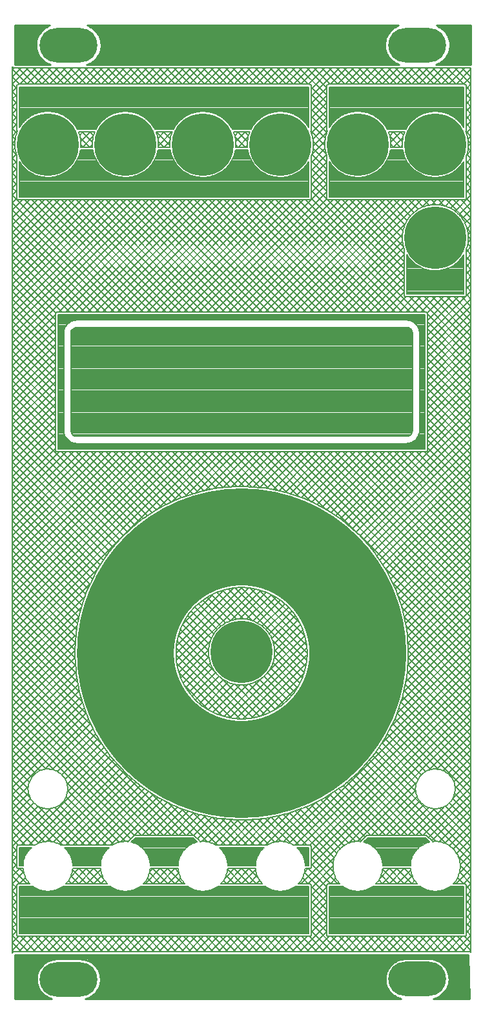
<source format=gtl>
G04 DipTrace 4.0.0.0*
G04 uTest_PCBpanel.GTL*
%MOIN*%
G04 #@! TF.FileFunction,Copper,L1,Top*
G04 #@! TF.Part,Single*
G04 #@! TA.AperFunction,CopperBalancing*
%ADD15C,0.01*%
%ADD16C,0.007*%
G04 #@! TA.AperFunction,Nonconductor*
%ADD17C,0.5*%
G04 #@! TA.AperFunction,ComponentPad*
%ADD18O,0.299213X0.177165*%
%ADD19C,0.32*%
%FSLAX26Y26*%
G04*
G70*
G90*
G75*
G01*
G04 Top*
%LPD*%
X425443Y5422909D2*
D15*
X582212D1*
X819154D2*
X2382818D1*
X2620052D2*
X2775923D1*
X425443Y5413041D2*
X568794D1*
X832572D2*
X2369439D1*
X2633451D2*
X2775923D1*
X425443Y5403172D2*
X558755D1*
X842611D2*
X2359439D1*
X2643451D2*
X2775923D1*
X425443Y5393303D2*
X550962D1*
X850404D2*
X2351665D1*
X2651224D2*
X2775923D1*
X425443Y5383434D2*
X544830D1*
X856537D2*
X2345552D1*
X2657337D2*
X2775923D1*
X425443Y5373566D2*
X540064D1*
X861302D2*
X2340787D1*
X2662083D2*
X2775923D1*
X425443Y5363697D2*
X536470D1*
X864896D2*
X2337193D1*
X2665677D2*
X2775923D1*
X425443Y5353828D2*
X533912D1*
X867435D2*
X2334654D1*
X2668216D2*
X2775923D1*
X425443Y5343959D2*
X532349D1*
X869017D2*
X2333091D1*
X2669798D2*
X2775923D1*
X425443Y5334091D2*
X531705D1*
X869662D2*
X2332447D1*
X2670423D2*
X2775923D1*
X425443Y5324222D2*
X531958D1*
X869408D2*
X2332720D1*
X2670150D2*
X2775923D1*
X425443Y5314353D2*
X533150D1*
X868216D2*
X2333912D1*
X2668958D2*
X2775923D1*
X425443Y5304484D2*
X535279D1*
X866087D2*
X2336060D1*
X2666810D2*
X2775923D1*
X425443Y5294615D2*
X538423D1*
X862943D2*
X2339224D1*
X2663665D2*
X2775923D1*
X425443Y5284747D2*
X542701D1*
X858665D2*
X2343501D1*
X2659388D2*
X2775923D1*
X425443Y5274878D2*
X548228D1*
X853138D2*
X2349029D1*
X2653841D2*
X2775923D1*
X425443Y5265009D2*
X555279D1*
X846087D2*
X2356099D1*
X2646771D2*
X2775923D1*
X425443Y5255140D2*
X564263D1*
X837103D2*
X2365123D1*
X2637767D2*
X2775923D1*
X425443Y5245272D2*
X576060D1*
X825306D2*
X2376939D1*
X2625931D2*
X2775923D1*
X425443Y5235403D2*
X592740D1*
X808626D2*
X2393697D1*
X2609193D2*
X2775923D1*
X2598623Y5432777D2*
X2606149Y5429777D1*
X2615074Y5425273D1*
X2623539Y5419956D1*
X2631470Y5413872D1*
X2638800Y5407074D1*
X2645463Y5399622D1*
X2651401Y5391581D1*
X2656562Y5383020D1*
X2660903Y5374015D1*
X2664383Y5364644D1*
X2666974Y5354990D1*
X2668653Y5345135D1*
X2669404Y5335167D1*
X2669221Y5325172D1*
X2668107Y5315238D1*
X2666070Y5305452D1*
X2663129Y5295898D1*
X2659309Y5286660D1*
X2654643Y5277820D1*
X2649172Y5269453D1*
X2642945Y5261633D1*
X2636014Y5254429D1*
X2628442Y5247904D1*
X2620293Y5242113D1*
X2611640Y5237109D1*
X2602557Y5232933D1*
X2595149Y5230282D1*
X2776933Y5230338D1*
X2776928Y5432778D1*
X2598705D1*
X2407734Y5230279D2*
X2401343Y5232528D1*
X2392218Y5236610D1*
X2383514Y5241525D1*
X2375306Y5247232D1*
X2367667Y5253680D1*
X2360664Y5260813D1*
X2354356Y5268568D1*
X2348800Y5276878D1*
X2344044Y5285670D1*
X2340129Y5294868D1*
X2337090Y5304392D1*
X2334953Y5314157D1*
X2333737Y5324079D1*
X2333452Y5334071D1*
X2334102Y5344047D1*
X2335679Y5353918D1*
X2338171Y5363599D1*
X2341555Y5373004D1*
X2345803Y5382053D1*
X2350877Y5390667D1*
X2356732Y5398768D1*
X2363318Y5406288D1*
X2370578Y5413161D1*
X2378447Y5419326D1*
X2386857Y5424729D1*
X2395734Y5429324D1*
X2404217Y5432774D1*
X797689Y5432778D1*
X805391Y5429686D1*
X814315Y5425182D1*
X822780Y5419865D1*
X830712Y5413781D1*
X838041Y5406984D1*
X844704Y5399532D1*
X850642Y5391490D1*
X855804Y5382930D1*
X860144Y5373925D1*
X863625Y5364554D1*
X866216Y5354899D1*
X867894Y5345045D1*
X868645Y5335076D1*
X868463Y5325082D1*
X867348Y5315148D1*
X865312Y5305361D1*
X862370Y5295807D1*
X858550Y5286570D1*
X853884Y5277729D1*
X848414Y5269362D1*
X842186Y5261543D1*
X835256Y5254339D1*
X827683Y5247813D1*
X819535Y5242023D1*
X810882Y5237018D1*
X801799Y5232843D1*
X794651Y5230276D1*
X2407661Y5230278D1*
X606677Y5230282D2*
X600584Y5232437D1*
X591459Y5236519D1*
X582755Y5241435D1*
X574548Y5247142D1*
X566909Y5253589D1*
X559905Y5260722D1*
X553598Y5268477D1*
X548042Y5276787D1*
X543286Y5285580D1*
X539371Y5294778D1*
X536332Y5304301D1*
X534195Y5314066D1*
X532979Y5323988D1*
X532694Y5333981D1*
X533343Y5343956D1*
X534920Y5353827D1*
X537412Y5363508D1*
X540797Y5372914D1*
X545044Y5381963D1*
X550118Y5390576D1*
X555974Y5398678D1*
X562560Y5406198D1*
X569819Y5413070D1*
X577688Y5419235D1*
X586098Y5424639D1*
X594976Y5429233D1*
X603714Y5432780D1*
X424433Y5432719D1*
X424438Y5230278D1*
X606606D1*
X425442Y629160D2*
X2763832D1*
X425442Y619291D2*
X2764086D1*
X425442Y609423D2*
X601840D1*
X799524D2*
X2399340D1*
X2601086D2*
X2764340D1*
X425442Y599554D2*
X582289D1*
X819074D2*
X2380609D1*
X2619817D2*
X2764594D1*
X425442Y589685D2*
X569340D1*
X832024D2*
X2367992D1*
X2632434D2*
X2764867D1*
X425442Y579816D2*
X559672D1*
X841692D2*
X2358539D1*
X2641887D2*
X2765121D1*
X425442Y569948D2*
X552192D1*
X849172D2*
X2351215D1*
X2649211D2*
X2765375D1*
X425442Y560079D2*
X546371D1*
X854992D2*
X2345492D1*
X2654934D2*
X2765649D1*
X425442Y550210D2*
X541879D1*
X859484D2*
X2341098D1*
X2659328D2*
X2765902D1*
X425442Y540341D2*
X538559D1*
X862805D2*
X2337875D1*
X2662551D2*
X2766156D1*
X425442Y530472D2*
X536293D1*
X865070D2*
X2335688D1*
X2664738D2*
X2766410D1*
X425442Y520604D2*
X535024D1*
X866340D2*
X2334496D1*
X2665930D2*
X2766684D1*
X425442Y510735D2*
X534692D1*
X866672D2*
X2334223D1*
X2666203D2*
X2766938D1*
X425442Y500866D2*
X535297D1*
X866067D2*
X2334906D1*
X2665520D2*
X2767192D1*
X425442Y490997D2*
X536859D1*
X864504D2*
X2336547D1*
X2663879D2*
X2767465D1*
X425442Y481129D2*
X539418D1*
X861945D2*
X2339203D1*
X2661223D2*
X2767719D1*
X425442Y471260D2*
X543070D1*
X858293D2*
X2342934D1*
X2657492D2*
X2767973D1*
X425442Y461391D2*
X547914D1*
X853449D2*
X2347895D1*
X2652531D2*
X2768246D1*
X425442Y451522D2*
X554203D1*
X847160D2*
X2354301D1*
X2646125D2*
X2768500D1*
X425442Y441654D2*
X562250D1*
X839113D2*
X2362524D1*
X2637902D2*
X2768754D1*
X425442Y431785D2*
X572719D1*
X828664D2*
X2373207D1*
X2627199D2*
X2769008D1*
X425442Y421916D2*
X587035D1*
X814328D2*
X2387973D1*
X2612453D2*
X2769281D1*
X425442Y412047D2*
X610629D1*
X790734D2*
X2413149D1*
X2587277D2*
X2769535D1*
X2444274Y616953D2*
X2566234Y616832D1*
X2576184Y615872D1*
X2585996Y613962D1*
X2595579Y611118D1*
X2604845Y607366D1*
X2613707Y602743D1*
X2622085Y597290D1*
X2629900Y591057D1*
X2637081Y584103D1*
X2643561Y576492D1*
X2649280Y568293D1*
X2654186Y559583D1*
X2658232Y550443D1*
X2661382Y540956D1*
X2663606Y531211D1*
X2664885Y521297D1*
X2665206Y511306D1*
X2664565Y501330D1*
X2662970Y491462D1*
X2660435Y481793D1*
X2656983Y472411D1*
X2652646Y463405D1*
X2647464Y454857D1*
X2641486Y446846D1*
X2634766Y439445D1*
X2627366Y432725D1*
X2619355Y426746D1*
X2610807Y421563D1*
X2601801Y417226D1*
X2592420Y413773D1*
X2583986Y411530D1*
X2770537Y411529D1*
X2764563Y639020D1*
X424414Y639029D1*
X424432Y411522D1*
X613545Y411529D1*
X605316Y414031D1*
X596050Y417782D1*
X587188Y422405D1*
X578810Y427859D1*
X570995Y434091D1*
X563814Y441045D1*
X557334Y448657D1*
X551615Y456855D1*
X546709Y465565D1*
X542663Y474705D1*
X539513Y484192D1*
X537289Y493938D1*
X536010Y503852D1*
X535689Y513843D1*
X536330Y523818D1*
X537925Y533686D1*
X540460Y543356D1*
X543912Y552737D1*
X548249Y561743D1*
X553431Y570292D1*
X559409Y578303D1*
X566129Y585703D1*
X573529Y592424D1*
X581540Y598403D1*
X590088Y603585D1*
X599094Y607922D1*
X608475Y611375D1*
X618144Y613911D1*
X628012Y615507D1*
X637988Y616148D1*
X761706Y616161D1*
X771691Y615681D1*
X781583Y614244D1*
X791292Y611863D1*
X800727Y608562D1*
X809801Y604370D1*
X818432Y599326D1*
X826537Y593476D1*
X834044Y586875D1*
X840882Y579584D1*
X846989Y571670D1*
X852307Y563206D1*
X856788Y554270D1*
X860391Y544946D1*
X863081Y535319D1*
X864835Y525478D1*
X865635Y515514D1*
X865475Y505519D1*
X864356Y495585D1*
X862289Y485805D1*
X859291Y476269D1*
X855393Y467065D1*
X850628Y458277D1*
X845041Y449988D1*
X838684Y442273D1*
X831616Y435205D1*
X823902Y428848D1*
X815613Y423260D1*
X806826Y418495D1*
X797622Y414595D1*
X788086Y411598D1*
X789424Y411529D1*
X2416357D1*
X2409603Y413285D1*
X2400168Y416586D1*
X2391094Y420779D1*
X2382463Y425823D1*
X2374358Y431672D1*
X2366851Y438273D1*
X2360013Y445564D1*
X2353906Y453478D1*
X2348588Y461942D1*
X2344107Y470878D1*
X2340504Y480202D1*
X2337814Y489830D1*
X2336060Y499671D1*
X2335260Y509635D1*
X2335420Y519630D1*
X2336539Y529563D1*
X2338606Y539343D1*
X2341604Y548879D1*
X2345503Y558084D1*
X2350267Y566871D1*
X2355854Y575160D1*
X2362211Y582875D1*
X2369279Y589944D1*
X2376993Y596301D1*
X2385282Y601888D1*
X2394069Y606653D1*
X2403273Y610553D1*
X2412809Y613551D1*
X2422589Y615619D1*
X2432522Y616739D1*
X2439189Y616953D1*
X2444274D1*
X418512Y5214011D2*
D16*
X410192Y5205691D1*
X456686Y5214001D2*
X410199Y5167514D1*
X494870Y5214001D2*
X410197Y5129327D1*
X533054Y5214001D2*
X449328Y5130275D1*
X432725Y5113672D2*
X410194Y5091141D1*
X571238Y5214001D2*
X487511Y5130275D1*
X432722Y5075485D2*
X410191Y5052954D1*
X609421Y5214001D2*
X525695Y5130275D1*
X432729Y5037309D2*
X410198Y5014778D1*
X647605Y5214001D2*
X563879Y5130275D1*
X432726Y4999122D2*
X410195Y4976591D1*
X685789Y5214001D2*
X602063Y5130275D1*
X432723Y4960935D2*
X410192Y4938404D1*
X723973Y5214001D2*
X640247Y5130275D1*
X432721Y4922749D2*
X410199Y4900228D1*
X762156Y5214001D2*
X678430Y5130275D1*
X435019Y4886863D2*
X410197Y4862041D1*
X800340Y5214001D2*
X716614Y5130275D1*
X423782Y4837443D2*
X410194Y4823855D1*
X838524Y5214001D2*
X754798Y5130275D1*
X423809Y4799286D2*
X410191Y4785668D1*
X876708Y5214001D2*
X792982Y5130275D1*
X430447Y4767741D2*
X410198Y4747491D1*
X914891Y5214001D2*
X831165Y5130275D1*
X432726Y4731836D2*
X410195Y4709305D1*
X953075Y5214001D2*
X869349Y5130275D1*
X432723Y4693649D2*
X410192Y4671118D1*
X991259Y5214001D2*
X907533Y5130275D1*
X432721Y4655463D2*
X410199Y4632941D1*
X1029443Y5214001D2*
X945717Y5130275D1*
X432728Y4617286D2*
X410197Y4594755D1*
X1067627Y5214001D2*
X983900Y5130275D1*
X432725Y4579099D2*
X410194Y4556568D1*
X1105810Y5214001D2*
X1022084Y5130275D1*
X774535Y4882726D2*
X758597Y4866788D1*
X432983Y4541174D2*
X410191Y4518382D1*
X1143994Y5214001D2*
X1060268Y5130275D1*
X812719Y4882726D2*
X764608Y4834614D1*
X462717Y4532724D2*
X410198Y4480205D1*
X1182178Y5214001D2*
X1098452Y5130275D1*
X827730Y4859553D2*
X773451Y4805274D1*
X500901Y4532724D2*
X410195Y4442018D1*
X1220362Y5214001D2*
X1136635Y5130275D1*
X822738Y4816378D2*
X811634Y4805274D1*
X539085Y4532724D2*
X410192Y4403832D1*
X1258545Y5214001D2*
X1174819Y5130275D1*
X577269Y4532724D2*
X410199Y4365655D1*
X1296729Y5214001D2*
X1213003Y5130275D1*
X615452Y4532724D2*
X410197Y4327468D1*
X1334913Y5214001D2*
X1251187Y5130275D1*
X653636Y4532724D2*
X410194Y4289282D1*
X1373097Y5214001D2*
X1289371Y5130275D1*
X691820Y4532724D2*
X410191Y4251095D1*
X1411280Y5214001D2*
X1327554Y5130275D1*
X730004Y4532724D2*
X410198Y4212918D1*
X1449464Y5214001D2*
X1365738Y5130275D1*
X768188Y4532724D2*
X410195Y4174732D1*
X1487648Y5214001D2*
X1403922Y5130275D1*
X1156373Y4882726D2*
X1154047Y4880400D1*
X806371Y4532724D2*
X410192Y4136545D1*
X1525832Y5214001D2*
X1442106Y5130275D1*
X1194556Y4882726D2*
X1162416Y4850585D1*
X844555Y4532724D2*
X410199Y4098369D1*
X1564016Y5214001D2*
X1480289Y5130275D1*
X1232740Y4882726D2*
X1165217Y4815202D1*
X882739Y4532724D2*
X410197Y4060182D1*
X1602199Y5214001D2*
X1518473Y5130275D1*
X1223563Y4835365D2*
X1193472Y4805274D1*
X920923Y4532724D2*
X410194Y4021995D1*
X1640383Y5214001D2*
X1556657Y5130275D1*
X959106Y4532724D2*
X410191Y3983809D1*
X1678567Y5214001D2*
X1594841Y5130275D1*
X997290Y4532724D2*
X410198Y3945632D1*
X1716751Y5214001D2*
X1633024Y5130275D1*
X1035474Y4532724D2*
X410195Y3907446D1*
X1754934Y5214001D2*
X1671208Y5130275D1*
X1073658Y4532724D2*
X410192Y3869259D1*
X1793118Y5214001D2*
X1709392Y5130275D1*
X1111841Y4532724D2*
X410199Y3831082D1*
X1831302Y5214001D2*
X1747576Y5130275D1*
X1150025Y4532724D2*
X410197Y3792896D1*
X1869486Y5214001D2*
X1785760Y5130275D1*
X1188209Y4532724D2*
X410194Y3754709D1*
X1907669Y5214001D2*
X1823943Y5130275D1*
X1576394Y4882726D2*
X1559006Y4865338D1*
X1226393Y4532724D2*
X648939Y3955271D1*
X632723Y3939054D2*
X410191Y3716523D1*
X1945853Y5214001D2*
X1862127Y5130275D1*
X1614578Y4882726D2*
X1564746Y4832894D1*
X1264577Y4532724D2*
X687123Y3955271D1*
X632730Y3900877D2*
X410198Y3678346D1*
X1984037Y5214001D2*
X1900311Y5130275D1*
X1627143Y4857107D2*
X1575310Y4805274D1*
X1302760Y4532724D2*
X725306Y3955271D1*
X632727Y3862691D2*
X410195Y3640159D1*
X2022221Y5214001D2*
X1938495Y5130275D1*
X1622770Y4814551D2*
X1613493Y4805274D1*
X1340944Y4532724D2*
X763490Y3955271D1*
X632724Y3824504D2*
X410192Y3601973D1*
X2060404Y5214001D2*
X1955275Y5108871D1*
X1379128Y4532724D2*
X801674Y3955271D1*
X632721Y3786318D2*
X410199Y3563796D1*
X2098588Y5214001D2*
X1955272Y5070685D1*
X1417312Y4532724D2*
X839858Y3955271D1*
X632728Y3748141D2*
X410197Y3525609D1*
X2136772Y5214001D2*
X2053046Y5130275D1*
X2032721Y5109950D2*
X1955279Y5032508D1*
X1455495Y4532724D2*
X878042Y3955271D1*
X632725Y3709954D2*
X410194Y3487423D1*
X2174956Y5214001D2*
X2091230Y5130275D1*
X2032728Y5071773D2*
X1955276Y4994321D1*
X1493679Y4532724D2*
X916225Y3955271D1*
X632723Y3671768D2*
X410191Y3449236D1*
X2213140Y5214001D2*
X2129413Y5130275D1*
X2032725Y5033587D2*
X1955273Y4956135D1*
X1531863Y4532724D2*
X954409Y3955271D1*
X632730Y3633591D2*
X410198Y3411059D1*
X2251323Y5214001D2*
X2167597Y5130275D1*
X2032722Y4995400D2*
X1955270Y4917948D1*
X1570047Y4532724D2*
X992593Y3955271D1*
X632727Y3595405D2*
X410195Y3372873D1*
X2289507Y5214001D2*
X2205781Y5130275D1*
X2032729Y4957223D2*
X1954552Y4879046D1*
X1608230Y4532724D2*
X1030777Y3955271D1*
X632724Y3557218D2*
X410192Y3334686D1*
X2327691Y5214001D2*
X2243965Y5130275D1*
X2032726Y4919037D2*
X1962709Y4849019D1*
X1646414Y4532724D2*
X1068960Y3955271D1*
X632721Y3519032D2*
X410199Y3296509D1*
X2365875Y5214001D2*
X2282148Y5130275D1*
X2035721Y4883847D2*
X1965162Y4813288D1*
X1684598Y4532724D2*
X1107144Y3955271D1*
X632728Y3480855D2*
X410197Y3258323D1*
X2404058Y5214001D2*
X2320332Y5130275D1*
X2023373Y4833315D2*
X1956980Y4766923D1*
X1722782Y4532724D2*
X1145328Y3955271D1*
X632725Y3442668D2*
X410194Y3220136D1*
X2442242Y5214001D2*
X2358516Y5130275D1*
X2024220Y4795979D2*
X1955276Y4727035D1*
X1760965Y4532724D2*
X1183512Y3955271D1*
X632723Y3404482D2*
X410191Y3181950D1*
X2480426Y5214001D2*
X2396700Y5130275D1*
X2031352Y4764927D2*
X1955273Y4688848D1*
X1799149Y4532724D2*
X1221695Y3955271D1*
X632730Y3366305D2*
X410198Y3143773D1*
X2518610Y5214001D2*
X2434884Y5130275D1*
X2032722Y4728114D2*
X1955270Y4650662D1*
X1837333Y4532724D2*
X1259879Y3955271D1*
X632727Y3328118D2*
X410195Y3105586D1*
X2556793Y5214001D2*
X2473067Y5130275D1*
X2032729Y4689937D2*
X1955277Y4612485D1*
X1875517Y4532724D2*
X1298063Y3955271D1*
X632724Y3289932D2*
X410192Y3067400D1*
X2594979Y5214003D2*
X2511253Y5130277D1*
X2032728Y4651752D2*
X1955276Y4574300D1*
X1913702Y4532726D2*
X1336249Y3955272D1*
X632723Y3251747D2*
X410192Y3029215D1*
X2633166Y5214006D2*
X2549439Y5130280D1*
X2032728Y4613568D2*
X1374435Y3955275D1*
X651884Y3232724D2*
X410192Y2991032D1*
X2671342Y5213999D2*
X2587616Y5130273D1*
X2032728Y4575385D2*
X1412622Y3955278D1*
X690071Y3232727D2*
X410192Y2952848D1*
X2709529Y5214002D2*
X2625803Y5130275D1*
X2378254Y4882726D2*
X2359406Y4863878D1*
X2033985Y4538458D2*
X1450799Y3955271D1*
X728257Y3232730D2*
X410192Y2914664D1*
X2747716Y5214004D2*
X2663989Y5130278D1*
X2416440Y4882729D2*
X2364878Y4831166D1*
X2066439Y4532728D2*
X1488985Y3955274D1*
X766434Y3232723D2*
X410192Y2876480D1*
X2777801Y5205906D2*
X2702166Y5130271D1*
X2426610Y4854715D2*
X2377175Y4805280D1*
X2104616Y4532721D2*
X1527172Y3955277D1*
X804621Y3232726D2*
X410192Y2838296D1*
X2777801Y5167722D2*
X2740353Y5130274D1*
X2422821Y4812742D2*
X2415352Y4805273D1*
X2142802Y4532723D2*
X1565358Y3955279D1*
X842807Y3232728D2*
X410192Y2800113D1*
X2777801Y5129538D2*
X2755279Y5107017D1*
X2180989Y4532726D2*
X1603535Y3955272D1*
X880984Y3232721D2*
X410192Y2761929D1*
X2777801Y5091354D2*
X2755279Y5068833D1*
X2219175Y4532729D2*
X1641722Y3955275D1*
X919171Y3232724D2*
X410192Y2723745D1*
X2777801Y5053171D2*
X2755279Y5030649D1*
X2257352Y4532722D2*
X1679908Y3955278D1*
X957357Y3232727D2*
X410192Y2685561D1*
X2777801Y5014987D2*
X2755279Y4992466D1*
X2295539Y4532725D2*
X1718085Y3955271D1*
X995544Y3232730D2*
X410192Y2647378D1*
X2777801Y4976803D2*
X2755279Y4954282D1*
X2333725Y4532728D2*
X1756271Y3955274D1*
X1033720Y3232723D2*
X410192Y2609194D1*
X2777801Y4938619D2*
X2755279Y4916098D1*
X2371902Y4532721D2*
X1794458Y3955277D1*
X1071907Y3232726D2*
X410192Y2571010D1*
X2777801Y4900436D2*
X2755057Y4877692D1*
X2410089Y4532723D2*
X1832645Y3955279D1*
X1110094Y3232728D2*
X410192Y2532826D1*
X2777801Y4862252D2*
X2762975Y4847426D1*
X2448275Y4532726D2*
X1870821Y3955272D1*
X1148270Y3232721D2*
X410192Y2494643D1*
X2777801Y4824068D2*
X2765082Y4811350D1*
X2486462Y4532729D2*
X1909008Y3955275D1*
X1186457Y3232724D2*
X410192Y2456459D1*
X2777801Y4785884D2*
X2756053Y4764136D1*
X2524639Y4532722D2*
X1947194Y3955278D1*
X1224643Y3232727D2*
X410192Y2418275D1*
X2777801Y4747701D2*
X2755279Y4725179D1*
X2562825Y4532725D2*
X2523811Y4493711D1*
X2438037Y4407937D2*
X1985371Y3955271D1*
X1262830Y3232730D2*
X410192Y2380091D1*
X2777801Y4709517D2*
X2755279Y4686995D1*
X2601012Y4532728D2*
X2576344Y4508060D1*
X2423691Y4355407D2*
X2023558Y3955274D1*
X1301007Y3232723D2*
X410192Y2341908D1*
X2777801Y4671333D2*
X2755279Y4648812D1*
X2639188Y4532721D2*
X2614337Y4507869D1*
X2423884Y4317416D2*
X2061744Y3955277D1*
X1339193Y3232726D2*
X410192Y2303724D1*
X2777801Y4633149D2*
X2755279Y4610628D1*
X2677375Y4532723D2*
X2645786Y4501134D1*
X2430613Y4285961D2*
X2099931Y3955279D1*
X1377380Y3232728D2*
X410192Y2265540D1*
X2777801Y4594965D2*
X2755279Y4572444D1*
X2715562Y4532726D2*
X2672835Y4490000D1*
X2432720Y4249885D2*
X2138108Y3955272D1*
X1415557Y3232721D2*
X991381Y2808546D1*
X979457Y2796622D2*
X410192Y2227356D1*
X2777801Y4556782D2*
X2696346Y4475327D1*
X2432720Y4211701D2*
X2176294Y3955275D1*
X1453743Y3232724D2*
X1156250Y2935231D1*
X852765Y2631746D2*
X410192Y2189172D1*
X2777801Y4518598D2*
X2716725Y4457523D1*
X2432720Y4173517D2*
X2214481Y3955278D1*
X1491930Y3232727D2*
X1234489Y2975286D1*
X812712Y2553509D2*
X410192Y2150989D1*
X2777801Y4480414D2*
X2734059Y4436673D1*
X2432720Y4135334D2*
X2252658Y3955271D1*
X1530116Y3232730D2*
X1299367Y3001981D1*
X786020Y2488634D2*
X410192Y2112805D1*
X2777801Y4442230D2*
X2748212Y4412642D1*
X2432720Y4097150D2*
X2290844Y3955274D1*
X1568293Y3232723D2*
X1357159Y3021589D1*
X766415Y2430844D2*
X410192Y2074621D1*
X2777801Y4404047D2*
X2758750Y4384996D1*
X2432720Y4058966D2*
X2329031Y3955277D1*
X1606480Y3232726D2*
X1407363Y3033608D1*
X754398Y2380644D2*
X410192Y2036437D1*
X2777801Y4365863D2*
X2764657Y4352719D1*
X2444660Y4032722D2*
X2367217Y3955279D1*
X1644666Y3232728D2*
X1455023Y3043085D1*
X744914Y2332976D2*
X410192Y1998254D1*
X2777801Y4327679D2*
X2763448Y4313327D1*
X2482846Y4032724D2*
X2405394Y3955272D1*
X1682843Y3232721D2*
X1499745Y3049623D1*
X738379Y2288257D2*
X410192Y1960070D1*
X2777801Y4289495D2*
X2755279Y4266974D1*
X2521033Y4032727D2*
X2443581Y3955275D1*
X1721030Y3232724D2*
X1540609Y3052304D1*
X735701Y2247396D2*
X410192Y1921886D1*
X2777801Y4251312D2*
X2755279Y4228790D1*
X2559209Y4032720D2*
X2481767Y3955278D1*
X1759216Y3232727D2*
X1581435Y3054946D1*
X733052Y2206563D2*
X410192Y1883702D1*
X2777801Y4213128D2*
X2755279Y4190606D1*
X2597396Y4032723D2*
X2519944Y3955271D1*
X1797403Y3232730D2*
X1618906Y3054233D1*
X733768Y2169095D2*
X410192Y1845519D1*
X2777801Y4174944D2*
X2755279Y4152423D1*
X2635582Y4032726D2*
X2553413Y3950556D1*
X1835580Y3232723D2*
X1654744Y3051887D1*
X736117Y2133260D2*
X410192Y1807335D1*
X2777801Y4136760D2*
X2755279Y4114239D1*
X2673769Y4032729D2*
X2555279Y3914238D1*
X1873766Y3232726D2*
X1690581Y3049540D1*
X738466Y2097426D2*
X410192Y1769151D1*
X2777801Y4098576D2*
X2755279Y4076055D1*
X2711946Y4032722D2*
X2555279Y3876054D1*
X1911953Y3232728D2*
X1724243Y3045019D1*
X742981Y2063757D2*
X410192Y1730967D1*
X2777801Y4060393D2*
X2555279Y3837871D1*
X1950129Y3232721D2*
X1756097Y3038689D1*
X749313Y2031905D2*
X410192Y1692783D1*
X2777801Y4022209D2*
X2555279Y3799687D1*
X1988316Y3232724D2*
X1787942Y3032350D1*
X755645Y2000053D2*
X410192Y1654600D1*
X2777801Y3984025D2*
X2555279Y3761503D1*
X2026503Y3232727D2*
X1819197Y3025422D1*
X762577Y1968801D2*
X410192Y1616416D1*
X2777801Y3945841D2*
X2555279Y3723319D1*
X2064689Y3232730D2*
X1848045Y3016085D1*
X771906Y1939947D2*
X410192Y1578232D1*
X2777801Y3907658D2*
X2555279Y3685136D1*
X2102866Y3232723D2*
X1876554Y3006411D1*
X781583Y1911440D2*
X410192Y1540048D1*
X2777801Y3869474D2*
X2555279Y3646952D1*
X2141052Y3232726D2*
X1905064Y2996737D1*
X791260Y1882933D2*
X410192Y1501865D1*
X2777801Y3831290D2*
X2555279Y3608768D1*
X2179239Y3232728D2*
X1932510Y2985999D1*
X1442191Y2495680D2*
X1292320Y2345809D1*
X802001Y1855490D2*
X410192Y1463681D1*
X2777801Y3793106D2*
X2555279Y3570584D1*
X2217416Y3232721D2*
X1958167Y2973473D1*
X1505049Y2520354D2*
X1267648Y2282954D1*
X814520Y1829826D2*
X580552Y1595857D1*
X492139Y1507444D2*
X410192Y1425497D1*
X2777801Y3754923D2*
X2555279Y3532401D1*
X2255602Y3232724D2*
X1983747Y2960869D1*
X1552342Y2529464D2*
X1258532Y2235654D1*
X827136Y1804258D2*
X617153Y1594275D1*
X493724Y1470846D2*
X410192Y1387313D1*
X2777801Y3716739D2*
X2555279Y3494217D1*
X2293789Y3232727D2*
X2009318Y2948256D1*
X1593206Y2532144D2*
X1255854Y2194792D1*
X839743Y1778681D2*
X644705Y1583643D1*
X504359Y1443297D2*
X410192Y1349130D1*
X2777801Y3678555D2*
X2555279Y3456033D1*
X2331975Y3232730D2*
X2033805Y2934560D1*
X1629082Y2529837D2*
X1258164Y2158919D1*
X853441Y1754196D2*
X666467Y1567221D1*
X520774Y1421528D2*
X410192Y1310946D1*
X2777801Y3640371D2*
X2555279Y3417849D1*
X2370152Y3232723D2*
X2056756Y2919326D1*
X1661884Y2524455D2*
X1263540Y2126110D1*
X868668Y1731238D2*
X683095Y1545665D1*
X542332Y1404903D2*
X410192Y1272762D1*
X2777801Y3602188D2*
X2555279Y3379665D1*
X2408339Y3232726D2*
X2079649Y2904035D1*
X1692414Y2516801D2*
X1537264Y2361651D1*
X1432601Y2256987D2*
X1271196Y2095583D1*
X883971Y1708358D2*
X693990Y1518377D1*
X569624Y1394010D2*
X410192Y1234578D1*
X2777801Y3564004D2*
X2555279Y3341482D1*
X2446525Y3232728D2*
X2102531Y2888734D1*
X1720923Y2507126D2*
X1585060Y2371263D1*
X1422981Y2209184D2*
X1280873Y2067076D1*
X899265Y1685468D2*
X696078Y1482281D1*
X605712Y1391915D2*
X410192Y1196395D1*
X2777801Y3525820D2*
X2555279Y3303298D1*
X2484702Y3232721D2*
X2124573Y2872593D1*
X1746726Y2494745D2*
X1621372Y2369391D1*
X1424857Y2172876D2*
X1293257Y2041277D1*
X915410Y1663429D2*
X457253Y1205272D1*
X432723Y1180742D2*
X410192Y1158211D1*
X2777801Y3487636D2*
X2555279Y3265114D1*
X2522889Y3232724D2*
X2145039Y2854875D1*
X1771301Y2481136D2*
X1651795Y2361631D1*
X1432620Y2142455D2*
X1306860Y2016695D1*
X933130Y1642966D2*
X495439Y1205275D1*
X432723Y1142558D2*
X410192Y1120027D1*
X2777801Y3449452D2*
X2165380Y2837031D1*
X1794193Y2465845D2*
X1678042Y2349694D1*
X1444559Y2116211D2*
X1322153Y1993805D1*
X950967Y1622619D2*
X539339Y1210991D1*
X432723Y1104374D2*
X410192Y1081843D1*
X2777801Y3411269D2*
X2185720Y2819188D1*
X1815143Y2448610D2*
X1700877Y2334345D1*
X1459901Y2093369D2*
X1339391Y1972859D1*
X968813Y1602281D2*
X589833Y1223300D1*
X449254Y1082722D2*
X410192Y1043659D1*
X2777801Y3373085D2*
X2205500Y2800784D1*
X1835174Y2430458D2*
X1720608Y2315892D1*
X1478357Y2073641D2*
X1357536Y1952821D1*
X987210Y1582494D2*
X624548Y1219833D1*
X468163Y1063448D2*
X410192Y1005476D1*
X2777801Y3334901D2*
X2223597Y2780698D1*
X1853020Y2410120D2*
X1737304Y2294404D1*
X1499847Y2056948D2*
X1377877Y1934977D1*
X1007299Y1564400D2*
X652497Y1209598D1*
X478401Y1035502D2*
X448175Y1005275D1*
X432723Y989823D2*
X410192Y967292D1*
X2777801Y3296717D2*
X2241434Y2760350D1*
X1869619Y2388535D2*
X1750751Y2269668D1*
X1524587Y2043503D2*
X1399464Y1918381D1*
X1027649Y1546566D2*
X686362Y1205279D1*
X493396Y1012312D2*
X486362Y1005278D1*
X432723Y951639D2*
X410192Y929108D1*
X2777801Y3258534D2*
X2259280Y2740013D1*
X1884913Y2365646D2*
X1760428Y2241161D1*
X1553096Y2033829D2*
X1422357Y1903090D1*
X1047990Y1528723D2*
X724539Y1205272D1*
X432723Y913455D2*
X410192Y890924D1*
X2777801Y3220350D2*
X2276768Y2719317D1*
X1897857Y2340407D2*
X1765137Y2207686D1*
X1586565Y2029114D2*
X1447599Y1890148D1*
X1068678Y1511227D2*
X762726Y1205275D1*
X432723Y875272D2*
X410192Y852741D1*
X2777801Y3182166D2*
X2292517Y2696882D1*
X1909516Y2313882D2*
X1761724Y2166089D1*
X1628164Y2032529D2*
X1474117Y1878482D1*
X1091116Y1495482D2*
X800912Y1205278D1*
X432723Y837088D2*
X410192Y814557D1*
X2777801Y3143982D2*
X2307811Y2673992D1*
X1919194Y2285375D2*
X1727752Y2093934D1*
X1700322Y2066504D2*
X1502626Y1868808D1*
X1114009Y1480190D2*
X839089Y1205271D1*
X432723Y798904D2*
X410192Y776373D1*
X2777801Y3105799D2*
X2323105Y2651102D1*
X1926019Y2254017D2*
X1533978Y1861975D1*
X1136901Y1464899D2*
X877276Y1205273D1*
X754727Y1082725D2*
X710676Y1038674D1*
X432723Y760720D2*
X410192Y738189D1*
X2777801Y3067615D2*
X2338147Y2627961D1*
X1930417Y2220232D2*
X1567775Y1857589D1*
X1160036Y1449850D2*
X915462Y1205276D1*
X792913Y1082727D2*
X715461Y1005275D1*
X442922Y732736D2*
X410192Y700006D1*
X2777801Y3029431D2*
X2351372Y2603003D1*
X1931481Y2183111D2*
X1604888Y1856519D1*
X1184997Y1436627D2*
X969262Y1220892D1*
X831090Y1082720D2*
X753648Y1005278D1*
X481099Y732729D2*
X410192Y661822D1*
X2777801Y2991247D2*
X2363979Y2577425D1*
X1927633Y2141080D2*
X1646923Y1860369D1*
X1210577Y1424024D2*
X1041362Y1254808D1*
X865439Y1078885D2*
X791825Y1005271D1*
X519275Y732722D2*
X441852Y655299D1*
X2777801Y2953063D2*
X2376595Y2551857D1*
X1915501Y2090763D2*
X1697232Y1872495D1*
X1236148Y1411411D2*
X1080012Y1255275D1*
X872863Y1048126D2*
X830011Y1005274D1*
X557462Y732725D2*
X480039Y655302D1*
X2777801Y2914880D2*
X2388882Y2525961D1*
X1886189Y2023268D2*
X1764740Y1901819D1*
X1262037Y1399116D2*
X1118199Y1255278D1*
X885731Y1022810D2*
X868198Y1005277D1*
X595648Y732727D2*
X518226Y655305D1*
X2777801Y2876696D2*
X2399130Y2498025D1*
X1289976Y1388871D2*
X1156376Y1255271D1*
X633825Y732721D2*
X556412Y655307D1*
X2777801Y2838512D2*
X2408807Y2469518D1*
X1318486Y1379197D2*
X1194562Y1255274D1*
X672012Y732723D2*
X594589Y655300D1*
X2777801Y2800328D2*
X2418484Y2441012D1*
X1346995Y1369523D2*
X1232749Y1255276D1*
X710198Y732726D2*
X632775Y655303D1*
X2777801Y2762145D2*
X2427368Y2411712D1*
X1376287Y1360631D2*
X1270935Y1255279D1*
X748385Y732729D2*
X670962Y655306D1*
X2777801Y2723961D2*
X2433913Y2380073D1*
X1407929Y1354089D2*
X1309112Y1255272D1*
X1136563Y1082723D2*
X1120306Y1066466D1*
X786562Y732722D2*
X709139Y655299D1*
X2777801Y2685777D2*
X2440245Y2348222D1*
X1439774Y1347750D2*
X1346999Y1254975D1*
X1174750Y1082726D2*
X1097298Y1005274D1*
X824748Y732725D2*
X747325Y655302D1*
X2777801Y2647593D2*
X2446491Y2316283D1*
X1471715Y1341508D2*
X1367223Y1237016D1*
X1212936Y1082729D2*
X1135484Y1005277D1*
X862935Y732727D2*
X785512Y655305D1*
X2777801Y2609410D2*
X2450116Y2281725D1*
X1506276Y1337885D2*
X1391750Y1223359D1*
X1251113Y1082722D2*
X1173671Y1005280D1*
X901112Y732721D2*
X823698Y655307D1*
X2777801Y2571226D2*
X2452465Y2245890D1*
X1542114Y1335539D2*
X1426040Y1219465D1*
X1268534Y1061959D2*
X1211848Y1005273D1*
X939298Y732723D2*
X861875Y655300D1*
X2777801Y2533042D2*
X2454814Y2210056D1*
X1577951Y1333192D2*
X1453728Y1208969D1*
X1279033Y1034274D2*
X1250034Y1005275D1*
X977485Y732726D2*
X900062Y655303D1*
X2777801Y2494858D2*
X2454321Y2171379D1*
X1616621Y1333678D2*
X1488221Y1205279D1*
X1294230Y1011288D2*
X1288221Y1005278D1*
X1015671Y732729D2*
X938248Y655306D1*
X2777801Y2456675D2*
X2451643Y2130517D1*
X1657485Y1336359D2*
X1526398Y1205272D1*
X1053848Y732722D2*
X976425Y655299D1*
X2777801Y2418491D2*
X2448772Y2089462D1*
X1698543Y1339233D2*
X1564585Y1205275D1*
X1092035Y732725D2*
X1014612Y655302D1*
X2777801Y2380307D2*
X2440748Y2043254D1*
X1744754Y1347260D2*
X1602771Y1205278D1*
X1130221Y732727D2*
X1052798Y655305D1*
X2777801Y2342123D2*
X2431264Y1995587D1*
X1792414Y1356737D2*
X1640948Y1205271D1*
X1168398Y732721D2*
X1090985Y655307D1*
X2777801Y2303939D2*
X2416753Y1942892D1*
X1845112Y1371250D2*
X1679135Y1205273D1*
X1556586Y1082725D2*
X1508813Y1034952D1*
X1206585Y732723D2*
X1129162Y655300D1*
X2777801Y2265756D2*
X2397128Y1885083D1*
X1902914Y1390869D2*
X1717321Y1205276D1*
X1594772Y1082727D2*
X1517320Y1005275D1*
X1244771Y732726D2*
X1167348Y655303D1*
X2777801Y2227572D2*
X2366105Y1815877D1*
X1972123Y1421894D2*
X1771565Y1221337D1*
X1632949Y1082720D2*
X1555507Y1005278D1*
X1282958Y732729D2*
X1205535Y655306D1*
X2777801Y2189388D2*
X2316676Y1728263D1*
X2059739Y1471327D2*
X1810767Y1222354D1*
X1665645Y1077232D2*
X1593684Y1005271D1*
X1321135Y732722D2*
X1243712Y655299D1*
X2777801Y2151204D2*
X1841220Y1214623D1*
X1673379Y1046782D2*
X1631870Y1005274D1*
X1359321Y732725D2*
X1281898Y655302D1*
X2777801Y2113021D2*
X1870058Y1205278D1*
X1686468Y1021688D2*
X1670057Y1005277D1*
X1397508Y732727D2*
X1320085Y655305D1*
X2777801Y2074837D2*
X1908235Y1205271D1*
X1435684Y732721D2*
X1358271Y655307D1*
X2777801Y2036653D2*
X1946276Y1205128D1*
X1473871Y732723D2*
X1396448Y655300D1*
X2777801Y1998469D2*
X1955276Y1175945D1*
X1512057Y732726D2*
X1434635Y655303D1*
X2777801Y1960286D2*
X1955276Y1137761D1*
X1550244Y732729D2*
X1472821Y655306D1*
X2777801Y1922102D2*
X1955276Y1099578D1*
X1938422Y1082723D2*
X1919739Y1064040D1*
X1588421Y732722D2*
X1510998Y655299D1*
X2777801Y1883918D2*
X1899157Y1005274D1*
X1626607Y732725D2*
X1549184Y655302D1*
X2777801Y1845734D2*
X2145977Y1213911D1*
X2074096Y1142029D2*
X1937343Y1005277D1*
X1664794Y732727D2*
X1587371Y655305D1*
X2777801Y1807551D2*
X2561650Y1591399D1*
X2496603Y1526353D2*
X2193638Y1223388D1*
X2064612Y1094362D2*
X1955276Y985026D1*
X1702971Y732721D2*
X1625558Y655307D1*
X2777801Y1769367D2*
X2604737Y1596303D1*
X2491701Y1483267D2*
X2263708Y1255274D1*
X2068914Y1060480D2*
X1955276Y946842D1*
X1741157Y732723D2*
X1663734Y655300D1*
X2777801Y1731183D2*
X2635055Y1588437D1*
X2499571Y1452953D2*
X2301894Y1255276D1*
X2079664Y1033046D2*
X2051893Y1005275D1*
X2032728Y986111D2*
X1955276Y908659D1*
X1779344Y732726D2*
X1701921Y655303D1*
X2777801Y1692999D2*
X2658846Y1574045D1*
X2513956Y1429154D2*
X2340081Y1255279D1*
X2095084Y1010282D2*
X2090080Y1005278D1*
X2032728Y947927D2*
X1955276Y870475D1*
X1817530Y732729D2*
X1740107Y655306D1*
X2777801Y1654815D2*
X2677418Y1554432D1*
X2533562Y1410576D2*
X2378257Y1255272D1*
X2032728Y909743D2*
X1955276Y832291D1*
X1855707Y732722D2*
X1778284Y655299D1*
X2777801Y1616632D2*
X2690652Y1529483D1*
X2558523Y1397354D2*
X2416444Y1255275D1*
X2032728Y871559D2*
X1955276Y794107D1*
X1893894Y732725D2*
X1816471Y655302D1*
X2777801Y1578448D2*
X2696772Y1497419D1*
X2590580Y1391228D2*
X2454631Y1255278D1*
X2032728Y833376D2*
X1955276Y755924D1*
X1932080Y732727D2*
X1854657Y655305D1*
X2777801Y1540264D2*
X2685751Y1448214D1*
X2639788Y1402251D2*
X2492807Y1255271D1*
X2032728Y795192D2*
X1892844Y655307D1*
X2777801Y1502080D2*
X2530994Y1255274D1*
X2358445Y1082725D2*
X2306593Y1030872D1*
X2032728Y757008D2*
X1931021Y655300D1*
X2777801Y1463897D2*
X2559068Y1245164D1*
X2396632Y1082727D2*
X2319180Y1005275D1*
X2046630Y732726D2*
X1969207Y655303D1*
X2777801Y1425713D2*
X2578162Y1226074D1*
X2434808Y1082720D2*
X2357366Y1005278D1*
X2084817Y732729D2*
X2007394Y655306D1*
X2777801Y1387529D2*
X2612413Y1222142D1*
X2465860Y1075589D2*
X2395543Y1005271D1*
X2122994Y732722D2*
X2045571Y655299D1*
X2777801Y1349345D2*
X2642547Y1214092D1*
X2473904Y1045448D2*
X2433729Y1005274D1*
X2161180Y732725D2*
X2083757Y655302D1*
X2777801Y1311162D2*
X2667421Y1200782D1*
X2487225Y1020586D2*
X2471916Y1005277D1*
X2199367Y732727D2*
X2121944Y655305D1*
X2777801Y1272978D2*
X2688013Y1183190D1*
X2237544Y732721D2*
X2160130Y655307D1*
X2777801Y1234794D2*
X2704564Y1161557D1*
X2275730Y732723D2*
X2198307Y655300D1*
X2777801Y1196610D2*
X2716696Y1135506D1*
X2313917Y732726D2*
X2236494Y655303D1*
X2777801Y1158426D2*
X2723058Y1103683D1*
X2352103Y732729D2*
X2274680Y655306D1*
X2777801Y1120243D2*
X2719104Y1061546D1*
X2390280Y732722D2*
X2312857Y655299D1*
X2777801Y1082059D2*
X2701016Y1005274D1*
X2428467Y732725D2*
X2351044Y655302D1*
X2777801Y1043875D2*
X2739202Y1005277D1*
X2466653Y732727D2*
X2389230Y655305D1*
X2777801Y1005691D2*
X2755279Y983170D1*
X2504830Y732721D2*
X2427417Y655307D1*
X2777801Y967508D2*
X2755279Y944986D1*
X2543016Y732723D2*
X2465593Y655300D1*
X2777801Y929324D2*
X2755279Y906803D1*
X2581203Y732726D2*
X2503780Y655303D1*
X2777801Y891140D2*
X2755279Y868619D1*
X2619389Y732729D2*
X2541967Y655306D1*
X2777801Y852956D2*
X2755279Y830435D1*
X2657566Y732722D2*
X2580143Y655299D1*
X2777801Y814773D2*
X2755279Y792251D1*
X2695753Y732725D2*
X2618330Y655302D1*
X2777801Y776589D2*
X2755279Y754067D1*
X2733939Y732727D2*
X2656516Y655305D1*
X2777801Y738405D2*
X2694703Y655307D1*
X2777801Y700221D2*
X2732880Y655300D1*
X2777801Y662038D2*
X2771008Y655245D1*
X2769497Y5214001D2*
X2777808Y5205691D1*
X2731314Y5214001D2*
X2777801Y5167514D1*
X2693130Y5214001D2*
X2777803Y5129327D1*
X2654946Y5214001D2*
X2738672Y5130275D1*
X2755275Y5113672D2*
X2777806Y5091141D1*
X2616762Y5214001D2*
X2700489Y5130275D1*
X2755278Y5075485D2*
X2777809Y5052954D1*
X2578579Y5214001D2*
X2662305Y5130275D1*
X2755271Y5037309D2*
X2777802Y5014778D1*
X2540395Y5214001D2*
X2624121Y5130275D1*
X2755274Y4999122D2*
X2777805Y4976591D1*
X2502211Y5214001D2*
X2585937Y5130275D1*
X2755277Y4960935D2*
X2777808Y4938404D1*
X2464027Y5214001D2*
X2547753Y5130275D1*
X2755279Y4922749D2*
X2777801Y4900228D1*
X2425844Y5214001D2*
X2509570Y5130275D1*
X2752981Y4886863D2*
X2777803Y4862041D1*
X2387660Y5214001D2*
X2471386Y5130275D1*
X2764218Y4837443D2*
X2777806Y4823855D1*
X2349476Y5214001D2*
X2433202Y5130275D1*
X2764191Y4799286D2*
X2777809Y4785668D1*
X2311292Y5214001D2*
X2395018Y5130275D1*
X2757553Y4767741D2*
X2777802Y4747491D1*
X2273109Y5214001D2*
X2356835Y5130275D1*
X2755274Y4731836D2*
X2777805Y4709305D1*
X2234925Y5214001D2*
X2318651Y5130275D1*
X2755277Y4693649D2*
X2777808Y4671118D1*
X2196741Y5214001D2*
X2280467Y5130275D1*
X2755279Y4655463D2*
X2777801Y4632941D1*
X2158557Y5214001D2*
X2242283Y5130275D1*
X2755272Y4617286D2*
X2777803Y4594755D1*
X2120373Y5214001D2*
X2204100Y5130275D1*
X2755275Y4579099D2*
X2777806Y4556568D1*
X2082190Y5214001D2*
X2165916Y5130275D1*
X2413465Y4882726D2*
X2429403Y4866788D1*
X2755017Y4541174D2*
X2777809Y4518382D1*
X2044006Y5214001D2*
X2127732Y5130275D1*
X2375281Y4882726D2*
X2423392Y4834614D1*
X2725283Y4532724D2*
X2777802Y4480205D1*
X2005822Y5214001D2*
X2089548Y5130275D1*
X2360270Y4859553D2*
X2414549Y4805274D1*
X2687099Y4532724D2*
X2777805Y4442018D1*
X1967638Y5214001D2*
X2051365Y5130275D1*
X2365262Y4816378D2*
X2376366Y4805274D1*
X2648915Y4532724D2*
X2777808Y4403832D1*
X1929455Y5214001D2*
X2032728Y5110727D1*
X2610731Y4532724D2*
X2641238Y4502218D1*
X2758470Y4384986D2*
X2777801Y4365655D1*
X1891271Y5214001D2*
X2032721Y5072550D1*
X2572548Y4532724D2*
X2596268Y4509004D1*
X2765249Y4340023D2*
X2777803Y4327468D1*
X1853087Y5214001D2*
X1936813Y5130275D1*
X1955272Y5111816D2*
X2032724Y5034364D1*
X2534364Y4532724D2*
X2561158Y4505930D1*
X2762187Y4304901D2*
X2777806Y4289282D1*
X1814903Y5214001D2*
X1898629Y5130275D1*
X1955275Y5073629D2*
X2032727Y4996177D1*
X2496180Y4532724D2*
X2531520Y4497384D1*
X2755278Y4273626D2*
X2777809Y4251095D1*
X1776720Y5214001D2*
X1860446Y5130275D1*
X1955278Y5035443D2*
X2032720Y4958000D1*
X2457996Y4532724D2*
X2505885Y4484836D1*
X2755271Y4235449D2*
X2777802Y4212918D1*
X1738536Y5214001D2*
X1822262Y5130275D1*
X1955271Y4997266D2*
X2032723Y4919814D1*
X2419812Y4532724D2*
X2483585Y4468952D1*
X2755274Y4197263D2*
X2777805Y4174732D1*
X1700352Y5214001D2*
X1784078Y5130275D1*
X1955274Y4959079D2*
X2033953Y4880400D1*
X2381629Y4532724D2*
X2464359Y4449994D1*
X2755277Y4159076D2*
X2777808Y4136545D1*
X1662168Y5214001D2*
X1745894Y5130275D1*
X1955276Y4920893D2*
X2025584Y4850585D1*
X2343445Y4532724D2*
X2448198Y4427971D1*
X2755279Y4120890D2*
X2777801Y4098369D1*
X1623984Y5214001D2*
X1707711Y5130275D1*
X1952108Y4885877D2*
X2022783Y4815202D1*
X2305261Y4532724D2*
X2435333Y4402652D1*
X2755272Y4082713D2*
X2777803Y4060182D1*
X1585801Y5214001D2*
X1669527Y5130275D1*
X1964437Y4835365D2*
X2030162Y4769639D1*
X2267077Y4532724D2*
X2426384Y4373418D1*
X2755275Y4044526D2*
X2777806Y4021995D1*
X1547617Y5214001D2*
X1631343Y5130275D1*
X1963995Y4797623D2*
X2032727Y4728891D1*
X2228894Y4532724D2*
X2422723Y4338895D1*
X2728895Y4032723D2*
X2777809Y3983809D1*
X1509433Y5214001D2*
X1593159Y5130275D1*
X1957105Y4766329D2*
X2032730Y4690704D1*
X2190710Y4532724D2*
X2428236Y4295198D1*
X2690712Y4032723D2*
X2777802Y3945632D1*
X1471249Y5214001D2*
X1554976Y5130275D1*
X1955271Y4729980D2*
X2032723Y4652528D1*
X2152526Y4532724D2*
X2432724Y4252526D1*
X2652528Y4032723D2*
X2777805Y3907446D1*
X1433066Y5214001D2*
X1516792Y5130275D1*
X1955274Y4691793D2*
X2032726Y4614341D1*
X2114342Y4532724D2*
X2432727Y4214340D1*
X2614344Y4032723D2*
X2777808Y3869259D1*
X1394882Y5214001D2*
X1478608Y5130275D1*
X1955276Y4653606D2*
X2032728Y4576155D1*
X2076159Y4532724D2*
X2432720Y4176163D1*
X2576160Y4032723D2*
X2777801Y3831082D1*
X1356698Y5214001D2*
X1440424Y5130275D1*
X1955279Y4615420D2*
X2432723Y4137976D1*
X2537977Y4032723D2*
X2777803Y3792896D1*
X1318514Y5214001D2*
X1402240Y5130275D1*
X1955272Y4577243D2*
X2432726Y4099790D1*
X2499793Y4032723D2*
X2777806Y3754709D1*
X1280331Y5214001D2*
X1364057Y5130275D1*
X1611606Y4882726D2*
X1628994Y4865338D1*
X1954598Y4539733D2*
X2432728Y4061603D1*
X2461609Y4032723D2*
X2539061Y3955271D1*
X2555277Y3939054D2*
X2777809Y3716523D1*
X1242147Y5214001D2*
X1325873Y5130275D1*
X1573422Y4882726D2*
X1623254Y4832894D1*
X1923423Y4532724D2*
X2500877Y3955271D1*
X2555270Y3900877D2*
X2777802Y3678346D1*
X1203963Y5214001D2*
X1287689Y5130275D1*
X1560857Y4857107D2*
X1612690Y4805274D1*
X1885240Y4532724D2*
X2462694Y3955271D1*
X2555273Y3862691D2*
X2777805Y3640159D1*
X1165779Y5214001D2*
X1249505Y5130275D1*
X1565230Y4814551D2*
X1574507Y4805274D1*
X1847056Y4532724D2*
X2424510Y3955271D1*
X2555276Y3824504D2*
X2777808Y3601973D1*
X1127596Y5214001D2*
X1211322Y5130275D1*
X1808872Y4532724D2*
X2386326Y3955271D1*
X2555279Y3786318D2*
X2777801Y3563796D1*
X1089412Y5214001D2*
X1173138Y5130275D1*
X1770688Y4532724D2*
X2348142Y3955271D1*
X2555272Y3748141D2*
X2777803Y3525609D1*
X1051228Y5214001D2*
X1134954Y5130275D1*
X1732505Y4532724D2*
X2309958Y3955271D1*
X2555275Y3709954D2*
X2777806Y3487423D1*
X1013044Y5214001D2*
X1096770Y5130275D1*
X1694321Y4532724D2*
X2271775Y3955271D1*
X2555277Y3671768D2*
X2777809Y3449236D1*
X974860Y5214001D2*
X1058587Y5130275D1*
X1656137Y4532724D2*
X2233591Y3955271D1*
X2555270Y3633591D2*
X2777802Y3411059D1*
X936677Y5214001D2*
X1020403Y5130275D1*
X1617953Y4532724D2*
X2195407Y3955271D1*
X2555273Y3595405D2*
X2777805Y3372873D1*
X898493Y5214001D2*
X982219Y5130275D1*
X1229768Y4882726D2*
X1233448Y4879046D1*
X1579770Y4532724D2*
X2157223Y3955271D1*
X2555276Y3557218D2*
X2777808Y3334686D1*
X860309Y5214001D2*
X944035Y5130275D1*
X1191585Y4882726D2*
X1225291Y4849019D1*
X1541586Y4532724D2*
X2119040Y3955271D1*
X2555279Y3519032D2*
X2777801Y3296509D1*
X822125Y5214001D2*
X905852Y5130275D1*
X1153401Y4882726D2*
X1222838Y4813288D1*
X1503402Y4532724D2*
X2080856Y3955271D1*
X2555272Y3480855D2*
X2777803Y3258323D1*
X783942Y5214001D2*
X867668Y5130275D1*
X1164627Y4833315D2*
X1192669Y4805274D1*
X1465218Y4532724D2*
X2042672Y3955271D1*
X2555275Y3442668D2*
X2777806Y3220136D1*
X745758Y5214001D2*
X829484Y5130275D1*
X1427035Y4532724D2*
X2004488Y3955271D1*
X2555277Y3404482D2*
X2777809Y3181950D1*
X707574Y5214001D2*
X791300Y5130275D1*
X1388851Y4532724D2*
X1966305Y3955271D1*
X2555270Y3366305D2*
X2777802Y3143773D1*
X669390Y5214001D2*
X753116Y5130275D1*
X1350667Y4532724D2*
X1928121Y3955271D1*
X2555273Y3328118D2*
X2777805Y3105586D1*
X631207Y5214001D2*
X714933Y5130275D1*
X1312483Y4532724D2*
X1889937Y3955271D1*
X2555276Y3289932D2*
X2777808Y3067400D1*
X593021Y5214003D2*
X676747Y5130277D1*
X1274298Y4532726D2*
X1851751Y3955272D1*
X2555277Y3251747D2*
X2777808Y3029215D1*
X554834Y5214006D2*
X638561Y5130280D1*
X1236111Y4532729D2*
X1813565Y3955275D1*
X2536116Y3232724D2*
X2777808Y2991032D1*
X516658Y5213999D2*
X600384Y5130273D1*
X1197934Y4532722D2*
X1775378Y3955278D1*
X2497929Y3232727D2*
X2777808Y2952848D1*
X478471Y5214002D2*
X562197Y5130275D1*
X809746Y4882726D2*
X828594Y4863878D1*
X1159748Y4532725D2*
X1737201Y3955271D1*
X2459743Y3232730D2*
X2777808Y2914664D1*
X440284Y5214004D2*
X524011Y5130278D1*
X771560Y4882729D2*
X823122Y4831166D1*
X1121561Y4532728D2*
X1699015Y3955274D1*
X2421566Y3232723D2*
X2777808Y2876480D1*
X410199Y5205906D2*
X485834Y5130271D1*
X761390Y4854715D2*
X810825Y4805280D1*
X1083384Y4532721D2*
X1660828Y3955277D1*
X2383379Y3232726D2*
X2777808Y2838296D1*
X410199Y5167722D2*
X447647Y5130274D1*
X765179Y4812742D2*
X772648Y4805273D1*
X1045198Y4532723D2*
X1622642Y3955279D1*
X2345193Y3232728D2*
X2777808Y2800113D1*
X410199Y5129538D2*
X432721Y5107017D1*
X1007011Y4532726D2*
X1584465Y3955272D1*
X2307016Y3232721D2*
X2777808Y2761929D1*
X410199Y5091354D2*
X432721Y5068833D1*
X968825Y4532729D2*
X1546278Y3955275D1*
X2268829Y3232724D2*
X2777808Y2723745D1*
X410199Y5053171D2*
X432721Y5030649D1*
X930648Y4532722D2*
X1508092Y3955278D1*
X2230643Y3232727D2*
X2777808Y2685561D1*
X410199Y5014987D2*
X432721Y4992466D1*
X892461Y4532725D2*
X1469915Y3955271D1*
X2192456Y3232730D2*
X2777808Y2647378D1*
X410199Y4976803D2*
X432721Y4954282D1*
X854275Y4532728D2*
X1431729Y3955274D1*
X2154280Y3232723D2*
X2777808Y2609194D1*
X410199Y4938619D2*
X432721Y4916098D1*
X816098Y4532721D2*
X1393542Y3955277D1*
X2116093Y3232726D2*
X2777808Y2571010D1*
X410199Y4900436D2*
X432943Y4877692D1*
X777911Y4532723D2*
X1355355Y3955279D1*
X2077906Y3232728D2*
X2777808Y2532826D1*
X410199Y4862252D2*
X425025Y4847426D1*
X739725Y4532726D2*
X1317179Y3955272D1*
X2039730Y3232721D2*
X2777808Y2494643D1*
X410199Y4824068D2*
X422918Y4811350D1*
X701538Y4532729D2*
X1278992Y3955275D1*
X2001543Y3232724D2*
X2777808Y2456459D1*
X410199Y4785884D2*
X431947Y4764136D1*
X663361Y4532722D2*
X1240806Y3955278D1*
X1963357Y3232727D2*
X2777808Y2418275D1*
X410199Y4747701D2*
X432721Y4725179D1*
X625175Y4532725D2*
X1202629Y3955271D1*
X1925170Y3232730D2*
X2777808Y2380091D1*
X410199Y4709517D2*
X432721Y4686995D1*
X586988Y4532728D2*
X1164442Y3955274D1*
X1886993Y3232723D2*
X2777808Y2341908D1*
X410199Y4671333D2*
X432721Y4648812D1*
X548812Y4532721D2*
X1126256Y3955277D1*
X1848807Y3232726D2*
X2777808Y2303724D1*
X410199Y4633149D2*
X432721Y4610628D1*
X510625Y4532723D2*
X1088069Y3955279D1*
X1810620Y3232728D2*
X2777808Y2265540D1*
X410199Y4594965D2*
X432721Y4572444D1*
X472438Y4532726D2*
X1049892Y3955272D1*
X1772443Y3232721D2*
X2196619Y2808546D1*
X2208543Y2796622D2*
X2777808Y2227356D1*
X410199Y4556782D2*
X1011706Y3955275D1*
X1734257Y3232724D2*
X2031750Y2935231D1*
X2335235Y2631746D2*
X2777808Y2189172D1*
X410199Y4518598D2*
X973519Y3955278D1*
X1696070Y3232727D2*
X1953511Y2975286D1*
X2375288Y2553509D2*
X2777808Y2150989D1*
X410199Y4480414D2*
X935342Y3955271D1*
X1657884Y3232730D2*
X1888633Y3001981D1*
X2401980Y2488634D2*
X2777808Y2112805D1*
X410199Y4442230D2*
X897156Y3955274D1*
X1619707Y3232723D2*
X1830841Y3021589D1*
X2421585Y2430844D2*
X2777808Y2074621D1*
X410199Y4404047D2*
X858969Y3955277D1*
X1581520Y3232726D2*
X1780637Y3033608D1*
X2433602Y2380644D2*
X2777808Y2036437D1*
X410199Y4365863D2*
X820783Y3955279D1*
X1543334Y3232728D2*
X1732977Y3043085D1*
X2443086Y2332976D2*
X2777808Y1998254D1*
X410199Y4327679D2*
X782606Y3955272D1*
X1505157Y3232721D2*
X1688255Y3049623D1*
X2449621Y2288257D2*
X2777808Y1960070D1*
X410199Y4289495D2*
X744419Y3955275D1*
X1466970Y3232724D2*
X1647391Y3052304D1*
X2452299Y2247396D2*
X2777808Y1921886D1*
X410199Y4251312D2*
X706233Y3955278D1*
X1428784Y3232727D2*
X1606565Y3054946D1*
X2454948Y2206563D2*
X2777808Y1883702D1*
X410199Y4213128D2*
X668056Y3955271D1*
X1390597Y3232730D2*
X1569094Y3054233D1*
X2454232Y2169095D2*
X2777808Y1845519D1*
X410199Y4174944D2*
X634587Y3950556D1*
X1352420Y3232723D2*
X1533256Y3051887D1*
X2451883Y2133260D2*
X2777808Y1807335D1*
X410199Y4136760D2*
X632721Y3914238D1*
X1314234Y3232726D2*
X1497419Y3049540D1*
X2449534Y2097426D2*
X2777808Y1769151D1*
X410199Y4098576D2*
X632721Y3876054D1*
X1276047Y3232728D2*
X1463757Y3045019D1*
X2445019Y2063757D2*
X2777808Y1730967D1*
X410199Y4060393D2*
X632721Y3837871D1*
X1237871Y3232721D2*
X1431903Y3038689D1*
X2438687Y2031905D2*
X2777808Y1692783D1*
X410199Y4022209D2*
X632721Y3799687D1*
X1199684Y3232724D2*
X1400058Y3032350D1*
X2432355Y2000053D2*
X2777808Y1654600D1*
X410199Y3984025D2*
X632721Y3761503D1*
X1161497Y3232727D2*
X1368803Y3025422D1*
X2425423Y1968801D2*
X2777808Y1616416D1*
X410199Y3945841D2*
X632721Y3723319D1*
X1123311Y3232730D2*
X1339955Y3016085D1*
X2416094Y1939947D2*
X2777808Y1578232D1*
X410199Y3907658D2*
X632721Y3685136D1*
X1085134Y3232723D2*
X1311446Y3006411D1*
X2406417Y1911440D2*
X2777808Y1540048D1*
X410199Y3869474D2*
X632721Y3646952D1*
X1046948Y3232726D2*
X1282936Y2996737D1*
X2396740Y1882933D2*
X2777808Y1501865D1*
X410199Y3831290D2*
X632721Y3608768D1*
X1008761Y3232728D2*
X1255490Y2985999D1*
X1745809Y2495680D2*
X1895680Y2345809D1*
X2385999Y1855490D2*
X2777808Y1463681D1*
X410199Y3793106D2*
X632721Y3570584D1*
X970584Y3232721D2*
X1229833Y2973473D1*
X1682951Y2520354D2*
X1920352Y2282954D1*
X2373480Y1829826D2*
X2607448Y1595857D1*
X2695861Y1507444D2*
X2777808Y1425497D1*
X410199Y3754923D2*
X632721Y3532401D1*
X932398Y3232724D2*
X1204253Y2960869D1*
X1635658Y2529464D2*
X1929468Y2235654D1*
X2360864Y1804258D2*
X2570847Y1594275D1*
X2694276Y1470846D2*
X2777808Y1387313D1*
X410199Y3716739D2*
X632721Y3494217D1*
X894211Y3232727D2*
X1178682Y2948256D1*
X1594794Y2532144D2*
X1932146Y2194792D1*
X2348257Y1778681D2*
X2543295Y1583643D1*
X2683641Y1443297D2*
X2777808Y1349130D1*
X410199Y3678555D2*
X632721Y3456033D1*
X856025Y3232730D2*
X1154195Y2934560D1*
X1558918Y2529837D2*
X1929836Y2158919D1*
X2334559Y1754196D2*
X2521533Y1567221D1*
X2667226Y1421528D2*
X2777808Y1310946D1*
X410199Y3640371D2*
X632721Y3417849D1*
X817848Y3232723D2*
X1131244Y2919326D1*
X1526116Y2524455D2*
X1924460Y2126110D1*
X2319332Y1731238D2*
X2504905Y1545665D1*
X2645668Y1404903D2*
X2777808Y1272762D1*
X410199Y3602188D2*
X632721Y3379665D1*
X779661Y3232726D2*
X1108351Y2904035D1*
X1495586Y2516801D2*
X1650736Y2361651D1*
X1755399Y2256987D2*
X1916804Y2095583D1*
X2304029Y1708358D2*
X2494010Y1518377D1*
X2618376Y1394010D2*
X2777808Y1234578D1*
X410199Y3564004D2*
X632721Y3341482D1*
X741475Y3232728D2*
X1085469Y2888734D1*
X1467077Y2507126D2*
X1602940Y2371263D1*
X1765019Y2209184D2*
X1907127Y2067076D1*
X2288735Y1685468D2*
X2491922Y1482281D1*
X2582288Y1391915D2*
X2777808Y1196395D1*
X410199Y3525820D2*
X632721Y3303298D1*
X703298Y3232721D2*
X1063427Y2872593D1*
X1441284Y2494735D2*
X1566628Y2369391D1*
X1763143Y2172876D2*
X1894743Y2041277D1*
X2272590Y1663429D2*
X2777808Y1158211D1*
X410199Y3487636D2*
X632721Y3265114D1*
X665111Y3232724D2*
X1042961Y2854875D1*
X1416699Y2481136D2*
X1536205Y2361631D1*
X1755380Y2142455D2*
X1881140Y2016695D1*
X2254870Y1642966D2*
X2777808Y1120027D1*
X410199Y3449452D2*
X1022620Y2837031D1*
X1393807Y2465845D2*
X1509958Y2349694D1*
X1743441Y2116211D2*
X1865847Y1993805D1*
X2237033Y1622619D2*
X2648661Y1210991D1*
X2710991Y1148661D2*
X2777808Y1081843D1*
X410199Y3411269D2*
X1002280Y2819188D1*
X1372857Y2448610D2*
X1487123Y2334345D1*
X1728099Y2093369D2*
X1848609Y1972859D1*
X2219187Y1602281D2*
X2598167Y1223300D1*
X2723307Y1098161D2*
X2777808Y1043659D1*
X410199Y3373085D2*
X982500Y2800784D1*
X1352826Y2430458D2*
X1467392Y2315892D1*
X1709643Y2073641D2*
X1830464Y1952821D1*
X2200790Y1582494D2*
X2528011Y1255274D1*
X2719837Y1063448D2*
X2777808Y1005476D1*
X410199Y3334901D2*
X964403Y2780698D1*
X1334980Y2410120D2*
X1450696Y2294404D1*
X1688153Y2056948D2*
X1810114Y1934987D1*
X2180701Y1564400D2*
X2489824Y1255276D1*
X2709599Y1035502D2*
X2739825Y1005275D1*
X2755277Y989823D2*
X2777808Y967292D1*
X410199Y3296717D2*
X946566Y2760350D1*
X1318381Y2388535D2*
X1437249Y2269668D1*
X1663413Y2043503D2*
X1788536Y1918381D1*
X2160351Y1546566D2*
X2451638Y1255279D1*
X2694604Y1012312D2*
X2701638Y1005278D1*
X2755277Y951639D2*
X2777808Y929108D1*
X410199Y3258534D2*
X928720Y2740013D1*
X1303087Y2365646D2*
X1427572Y2241161D1*
X1634904Y2033829D2*
X1765643Y1903090D1*
X2140010Y1528723D2*
X2413461Y1255272D1*
X2755277Y913455D2*
X2777808Y890924D1*
X410199Y3220350D2*
X911232Y2719317D1*
X1290143Y2340407D2*
X1422863Y2207686D1*
X1601435Y2029114D2*
X1740401Y1890148D1*
X2119322Y1511227D2*
X2375274Y1255275D1*
X2755277Y875272D2*
X2777808Y852741D1*
X410199Y3182166D2*
X895483Y2696882D1*
X1278484Y2313882D2*
X1426276Y2166089D1*
X1559836Y2032529D2*
X1713883Y1878482D1*
X2096884Y1495482D2*
X2337088Y1255278D1*
X2755277Y837088D2*
X2777808Y814557D1*
X410199Y3143982D2*
X880189Y2673992D1*
X1268806Y2285375D2*
X1460248Y2093934D1*
X1487678Y2066504D2*
X1685374Y1868808D1*
X2073991Y1480190D2*
X2298911Y1255271D1*
X2755277Y798904D2*
X2777808Y776373D1*
X410199Y3105799D2*
X864895Y2651102D1*
X1261981Y2254017D2*
X1654022Y1861975D1*
X2051099Y1464899D2*
X2260724Y1255274D1*
X2433273Y1082725D2*
X2477324Y1038674D1*
X2755277Y760720D2*
X2777808Y738189D1*
X410199Y3067615D2*
X849853Y2627961D1*
X1257583Y2220232D2*
X1620225Y1857589D1*
X2027964Y1449850D2*
X2230794Y1247020D1*
X2395087Y1082727D2*
X2472539Y1005275D1*
X2745078Y732736D2*
X2777808Y700006D1*
X410199Y3029431D2*
X836628Y2603003D1*
X1256519Y2183111D2*
X1583112Y1856519D1*
X2003003Y1436627D2*
X2211700Y1227930D1*
X2356910Y1082720D2*
X2434352Y1005278D1*
X2706901Y732729D2*
X2777808Y661822D1*
X410199Y2991247D2*
X824021Y2577425D1*
X1260367Y2141080D2*
X1541077Y1860369D1*
X1977423Y1424024D2*
X2178889Y1222557D1*
X2322561Y1078885D2*
X2396175Y1005271D1*
X2668725Y732722D2*
X2746148Y655299D1*
X410199Y2953063D2*
X811405Y2551857D1*
X1272499Y2090763D2*
X1490768Y1872495D1*
X1951852Y1411411D2*
X2148127Y1215136D1*
X2315137Y1048126D2*
X2357989Y1005274D1*
X2630538Y732725D2*
X2707961Y655302D1*
X410199Y2914880D2*
X799118Y2525961D1*
X1301811Y2023268D2*
X1423260Y1901819D1*
X1925963Y1399116D2*
X2122808Y1202271D1*
X2302269Y1022810D2*
X2319802Y1005277D1*
X2592352Y732727D2*
X2669774Y655305D1*
X410199Y2876696D2*
X788870Y2498025D1*
X1898024Y1388871D2*
X2101810Y1185085D1*
X2554175Y732721D2*
X2631588Y655307D1*
X410199Y2838512D2*
X779193Y2469518D1*
X1869514Y1379197D2*
X2084863Y1163848D1*
X2515988Y732723D2*
X2593411Y655300D1*
X410199Y2800328D2*
X769516Y2441012D1*
X1841005Y1369523D2*
X2072266Y1138261D1*
X2477802Y732726D2*
X2555225Y655303D1*
X410199Y2762145D2*
X760632Y2411712D1*
X1811713Y1360631D2*
X2065229Y1107115D1*
X2439615Y732729D2*
X2517038Y655306D1*
X410199Y2723961D2*
X754087Y2380073D1*
X1780071Y1354089D2*
X1928888Y1205272D1*
X1955275Y1178886D2*
X2067694Y1066466D1*
X2401438Y732722D2*
X2478861Y655299D1*
X410199Y2685777D2*
X747755Y2348222D1*
X1748226Y1347750D2*
X1890702Y1205275D1*
X1955275Y1140702D2*
X2090702Y1005274D1*
X2363252Y732725D2*
X2440675Y655302D1*
X410199Y2647593D2*
X741509Y2316283D1*
X1716285Y1341508D2*
X1845245Y1212548D1*
X1955275Y1102518D2*
X2052516Y1005277D1*
X2325065Y732727D2*
X2402488Y655305D1*
X410199Y2609410D2*
X737884Y2281725D1*
X1681724Y1337885D2*
X1796250Y1223359D1*
X1936887Y1082722D2*
X2032726Y986882D1*
X2286888Y732721D2*
X2364302Y655307D1*
X410199Y2571226D2*
X735535Y2245890D1*
X1645886Y1335539D2*
X1761960Y1219465D1*
X1919466Y1061959D2*
X2032726Y948699D1*
X2248702Y732723D2*
X2326125Y655300D1*
X410199Y2533042D2*
X733186Y2210056D1*
X1610049Y1333192D2*
X1734272Y1208969D1*
X1908967Y1034274D2*
X1937966Y1005275D1*
X1955275Y987967D2*
X2032726Y910515D1*
X2210515Y732726D2*
X2287938Y655303D1*
X410199Y2494858D2*
X733679Y2171379D1*
X1571379Y1333678D2*
X1699779Y1205279D1*
X1893770Y1011288D2*
X1899779Y1005278D1*
X1955275Y949783D2*
X2032726Y872331D1*
X2172329Y732729D2*
X2249752Y655306D1*
X410199Y2456675D2*
X736357Y2130517D1*
X1530515Y1336359D2*
X1661602Y1205272D1*
X1955275Y911599D2*
X2032726Y834147D1*
X2134152Y732722D2*
X2211575Y655299D1*
X410199Y2418491D2*
X739228Y2089462D1*
X1489457Y1339233D2*
X1623415Y1205275D1*
X1955275Y873415D2*
X2032726Y795964D1*
X2095965Y732725D2*
X2173388Y655302D1*
X410199Y2380307D2*
X747252Y2043254D1*
X1443246Y1347260D2*
X1585229Y1205278D1*
X1955275Y835232D2*
X2032726Y757780D1*
X2057779Y732727D2*
X2135202Y655305D1*
X410199Y2342123D2*
X756736Y1995587D1*
X1395586Y1356737D2*
X1547052Y1205271D1*
X1955275Y797048D2*
X2097015Y655307D1*
X410199Y2303939D2*
X771247Y1942892D1*
X1342888Y1371250D2*
X1508865Y1205273D1*
X1631414Y1082725D2*
X1679187Y1034952D1*
X1955275Y758864D2*
X2058838Y655300D1*
X410199Y2265756D2*
X790872Y1885083D1*
X1285086Y1390869D2*
X1470679Y1205276D1*
X1593228Y1082727D2*
X1670680Y1005275D1*
X1943229Y732726D2*
X2020652Y655303D1*
X410199Y2227572D2*
X821895Y1815877D1*
X1215877Y1421894D2*
X1416435Y1221337D1*
X1555051Y1082720D2*
X1632493Y1005278D1*
X1905042Y732729D2*
X1982465Y655306D1*
X410199Y2189388D2*
X871324Y1728263D1*
X1128261Y1471327D2*
X1344344Y1255243D1*
X1522355Y1077232D2*
X1594316Y1005271D1*
X1866865Y732722D2*
X1944288Y655299D1*
X410199Y2151204D2*
X1306129Y1255275D1*
X1514621Y1046782D2*
X1556130Y1005274D1*
X1828679Y732725D2*
X1906102Y655302D1*
X410199Y2113021D2*
X1267942Y1255278D1*
X1501532Y1021688D2*
X1517943Y1005277D1*
X1790492Y732727D2*
X1867915Y655305D1*
X410199Y2074837D2*
X1229765Y1255271D1*
X1752316Y732721D2*
X1829729Y655307D1*
X410199Y2036653D2*
X1191579Y1255274D1*
X1714129Y732723D2*
X1791552Y655300D1*
X410199Y1998469D2*
X1153392Y1255276D1*
X1675943Y732726D2*
X1753365Y655303D1*
X410199Y1960286D2*
X1115206Y1255279D1*
X1637756Y732729D2*
X1715179Y655306D1*
X410199Y1922102D2*
X1077029Y1255272D1*
X1249578Y1082723D2*
X1268261Y1064040D1*
X1599579Y732722D2*
X1677002Y655299D1*
X410199Y1883918D2*
X1039577Y1254540D1*
X1211391Y1082726D2*
X1288843Y1005274D1*
X1561393Y732725D2*
X1638816Y655302D1*
X410199Y1845734D2*
X1019846Y1236088D1*
X1173205Y1082729D2*
X1250657Y1005277D1*
X1523206Y732727D2*
X1600629Y655305D1*
X410199Y1807551D2*
X626350Y1591399D1*
X691397Y1526353D2*
X994362Y1223388D1*
X1135028Y1082722D2*
X1212470Y1005280D1*
X1485029Y732721D2*
X1562442Y655307D1*
X410199Y1769367D2*
X583263Y1596303D1*
X696299Y1483267D2*
X960478Y1219088D1*
X1119086Y1060480D2*
X1174293Y1005273D1*
X1446843Y732723D2*
X1524266Y655300D1*
X410199Y1731183D2*
X552945Y1588437D1*
X688429Y1452953D2*
X933051Y1208331D1*
X1108336Y1033046D2*
X1136107Y1005275D1*
X1408656Y732726D2*
X1486079Y655303D1*
X410199Y1692999D2*
X529154Y1574045D1*
X674044Y1429154D2*
X897920Y1205279D1*
X1092916Y1010282D2*
X1097920Y1005278D1*
X1370470Y732729D2*
X1447893Y655306D1*
X410199Y1654815D2*
X510582Y1554432D1*
X654438Y1410576D2*
X859743Y1205272D1*
X1332293Y732722D2*
X1409716Y655299D1*
X410199Y1616632D2*
X497348Y1529483D1*
X629477Y1397354D2*
X821556Y1205275D1*
X1294106Y732725D2*
X1371529Y655302D1*
X410199Y1578448D2*
X491228Y1497419D1*
X597420Y1391228D2*
X783370Y1205278D1*
X1255920Y732727D2*
X1333343Y655305D1*
X410199Y1540264D2*
X502249Y1448214D1*
X548212Y1402251D2*
X745193Y1205271D1*
X1217743Y732721D2*
X1295156Y655307D1*
X410199Y1502080D2*
X707006Y1205273D1*
X829555Y1082725D2*
X881407Y1030872D1*
X1179556Y732723D2*
X1256979Y655300D1*
X410199Y1463897D2*
X668820Y1205276D1*
X791368Y1082727D2*
X868820Y1005275D1*
X1141370Y732726D2*
X1218793Y655303D1*
X410199Y1425713D2*
X614198Y1221714D1*
X753192Y1082720D2*
X830634Y1005278D1*
X1103183Y732729D2*
X1180606Y655306D1*
X410199Y1387529D2*
X575587Y1222142D1*
X722140Y1075589D2*
X792457Y1005271D1*
X1065006Y732722D2*
X1142429Y655299D1*
X410199Y1349345D2*
X545453Y1214092D1*
X714096Y1045448D2*
X754271Y1005274D1*
X1026820Y732725D2*
X1104243Y655302D1*
X410199Y1311162D2*
X516083Y1205278D1*
X700775Y1020586D2*
X716084Y1005277D1*
X988633Y732727D2*
X1066056Y655305D1*
X410199Y1272978D2*
X477906Y1205271D1*
X950456Y732721D2*
X1027870Y655307D1*
X410199Y1234794D2*
X440232Y1204761D1*
X912270Y732723D2*
X989693Y655300D1*
X410199Y1196610D2*
X432721Y1174089D1*
X874083Y732726D2*
X951506Y655303D1*
X410199Y1158426D2*
X432721Y1135905D1*
X835897Y732729D2*
X913320Y655306D1*
X410199Y1120243D2*
X432721Y1097721D1*
X447719Y1082723D2*
X468896Y1061546D1*
X797720Y732722D2*
X875143Y655299D1*
X410199Y1082059D2*
X486984Y1005274D1*
X759533Y732725D2*
X836956Y655302D1*
X410199Y1043875D2*
X448798Y1005277D1*
X721347Y732727D2*
X798770Y655305D1*
X410199Y1005691D2*
X432721Y983170D1*
X683170Y732721D2*
X760583Y655307D1*
X410199Y967508D2*
X432721Y944986D1*
X644984Y732723D2*
X722407Y655300D1*
X410199Y929324D2*
X432721Y906803D1*
X606797Y732726D2*
X684220Y655303D1*
X410199Y891140D2*
X432721Y868619D1*
X568611Y732729D2*
X646033Y655306D1*
X410199Y852956D2*
X432721Y830435D1*
X530434Y732722D2*
X607857Y655299D1*
X410199Y814773D2*
X432721Y792251D1*
X492247Y732725D2*
X569670Y655302D1*
X410199Y776589D2*
X432721Y754067D1*
X454061Y732727D2*
X531484Y655305D1*
X410199Y738405D2*
X493297Y655307D1*
X410199Y700221D2*
X455120Y655300D1*
X410199Y662038D2*
X417088Y655148D1*
X1122439Y1083226D2*
X1121708Y1076554D1*
X1120572Y1069647D1*
X1119064Y1062813D1*
X1117186Y1056070D1*
X1114946Y1049439D1*
X1112349Y1042940D1*
X1109403Y1036591D1*
X1106116Y1030411D1*
X1102499Y1024419D1*
X1098562Y1018632D1*
X1094317Y1013067D1*
X1089776Y1007741D1*
X1087007Y1004772D1*
X1300983Y1004780D1*
X1297512Y1008538D1*
X1293016Y1013902D1*
X1288817Y1019502D1*
X1284928Y1025321D1*
X1281360Y1031343D1*
X1278125Y1037549D1*
X1275232Y1043922D1*
X1272689Y1050443D1*
X1270503Y1057092D1*
X1268682Y1063850D1*
X1267230Y1070697D1*
X1266152Y1077613D1*
X1265568Y1083229D1*
X1122455Y1083220D1*
X900996Y1004777D2*
X897512Y1008538D1*
X893016Y1013902D1*
X888817Y1019502D1*
X884928Y1025321D1*
X881360Y1031343D1*
X878125Y1037549D1*
X875232Y1043922D1*
X872689Y1050443D1*
X870503Y1057092D1*
X868682Y1063850D1*
X867230Y1070697D1*
X866152Y1077613D1*
X865568Y1083229D1*
X722443Y1083220D1*
X721708Y1076554D1*
X720572Y1069647D1*
X719064Y1062813D1*
X717186Y1056070D1*
X714946Y1049439D1*
X712349Y1042940D1*
X709403Y1036591D1*
X706116Y1030411D1*
X702499Y1024419D1*
X698562Y1018632D1*
X694317Y1013067D1*
X689776Y1007741D1*
X687007Y1004772D1*
X900971Y1004780D1*
X928125Y1204779D2*
X934898Y1208545D1*
X941203Y1211584D1*
X947664Y1214277D1*
X954261Y1216615D1*
X960975Y1218591D1*
X967787Y1220200D1*
X974676Y1221437D1*
X981622Y1222298D1*
X988604Y1222781D1*
X995603Y1222884D1*
X1002596Y1222607D1*
X1006996Y1222228D1*
X1036999Y1252197D1*
X1038367Y1253192D1*
X1039875Y1253960D1*
X1041483Y1254482D1*
X1043154Y1254747D1*
X1078988Y1254780D1*
X1344846Y1254747D1*
X1346517Y1254482D1*
X1348125Y1253960D1*
X1349633Y1253192D1*
X1351001Y1252197D1*
X1376397Y1226849D1*
X1381008Y1222237D1*
X1388604Y1222781D1*
X1395603Y1222884D1*
X1402596Y1222607D1*
X1409565Y1221950D1*
X1416487Y1220917D1*
X1423343Y1219509D1*
X1430113Y1217731D1*
X1436776Y1215589D1*
X1443313Y1213087D1*
X1449704Y1210235D1*
X1455932Y1207040D1*
X1459880Y1204774D1*
X1728108Y1204780D1*
X1734898Y1208545D1*
X1741203Y1211584D1*
X1747664Y1214277D1*
X1754261Y1216615D1*
X1760975Y1218591D1*
X1767787Y1220200D1*
X1774676Y1221437D1*
X1781622Y1222298D1*
X1788604Y1222781D1*
X1795603Y1222884D1*
X1802596Y1222607D1*
X1809565Y1221950D1*
X1816487Y1220917D1*
X1823343Y1219509D1*
X1830113Y1217731D1*
X1836776Y1215589D1*
X1843313Y1213087D1*
X1849704Y1210235D1*
X1855932Y1207040D1*
X1859880Y1204774D1*
X1944846Y1204747D1*
X1946517Y1204482D1*
X1948125Y1203960D1*
X1949633Y1203192D1*
X1951001Y1202197D1*
X1952197Y1201001D1*
X1953192Y1199633D1*
X1953960Y1198125D1*
X1954482Y1196517D1*
X1954747Y1194846D1*
X1954780Y1159167D1*
X1954747Y1093154D1*
X1954482Y1091483D1*
X1953960Y1089875D1*
X1953192Y1088367D1*
X1952197Y1086999D1*
X1951001Y1085803D1*
X1949633Y1084808D1*
X1948125Y1084040D1*
X1946517Y1083518D1*
X1944846Y1083253D1*
X1922451Y1083220D1*
X1921708Y1076554D1*
X1920572Y1069647D1*
X1919064Y1062813D1*
X1917186Y1056070D1*
X1914946Y1049439D1*
X1912349Y1042940D1*
X1909403Y1036591D1*
X1906116Y1030411D1*
X1902499Y1024419D1*
X1898562Y1018632D1*
X1894317Y1013067D1*
X1889776Y1007741D1*
X1887007Y1004772D1*
X1944846Y1004747D1*
X1946517Y1004482D1*
X1948125Y1003959D1*
X1949633Y1003192D1*
X1951001Y1002197D1*
X1952197Y1001001D1*
X1953192Y999633D1*
X1953959Y998125D1*
X1954482Y996517D1*
X1954747Y994846D1*
X1954780Y959028D1*
X1954747Y743154D1*
X1954482Y741483D1*
X1953959Y739875D1*
X1953192Y738367D1*
X1952197Y736999D1*
X1951001Y735803D1*
X1949633Y734808D1*
X1948125Y734041D1*
X1946517Y733518D1*
X1944846Y733253D1*
X1909012Y733220D1*
X443154Y733253D1*
X441483Y733518D1*
X439875Y734041D1*
X438367Y734808D1*
X436999Y735803D1*
X435803Y736999D1*
X434808Y738367D1*
X434041Y739875D1*
X433518Y741483D1*
X433253Y743154D1*
X433220Y778972D1*
X433253Y994846D1*
X433518Y996517D1*
X434041Y998125D1*
X434808Y999633D1*
X435803Y1001001D1*
X436999Y1002197D1*
X438367Y1003192D1*
X439875Y1003959D1*
X441483Y1004482D1*
X443154Y1004747D1*
X478988Y1004780D1*
X500986D1*
X497512Y1008538D1*
X493016Y1013902D1*
X488817Y1019502D1*
X484928Y1025321D1*
X481360Y1031343D1*
X478125Y1037549D1*
X475232Y1043922D1*
X472689Y1050443D1*
X470503Y1057092D1*
X468682Y1063850D1*
X467230Y1070697D1*
X466152Y1077613D1*
X465568Y1083229D1*
X443154Y1083253D1*
X441483Y1083518D1*
X439875Y1084040D1*
X438367Y1084808D1*
X436999Y1085803D1*
X435803Y1086999D1*
X434808Y1088367D1*
X434040Y1089875D1*
X433518Y1091483D1*
X433253Y1093154D1*
X433220Y1128833D1*
X433253Y1194846D1*
X433518Y1196517D1*
X434041Y1198125D1*
X434808Y1199633D1*
X435803Y1201001D1*
X436999Y1202197D1*
X438367Y1203192D1*
X439875Y1203959D1*
X441483Y1204482D1*
X443154Y1204747D1*
X478981Y1204780D1*
X528104D1*
X534898Y1208545D1*
X541203Y1211584D1*
X547664Y1214277D1*
X554261Y1216615D1*
X560975Y1218591D1*
X567787Y1220200D1*
X574676Y1221437D1*
X581622Y1222298D1*
X588604Y1222781D1*
X595603Y1222884D1*
X602596Y1222607D1*
X609565Y1221950D1*
X616487Y1220917D1*
X623343Y1219509D1*
X630113Y1217731D1*
X636776Y1215589D1*
X643313Y1213087D1*
X649704Y1210235D1*
X655932Y1207040D1*
X659880Y1204774D1*
X928116Y1204780D1*
X1522439Y1083226D2*
X1521708Y1076554D1*
X1520572Y1069647D1*
X1519064Y1062813D1*
X1517186Y1056070D1*
X1514946Y1049439D1*
X1512349Y1042940D1*
X1509403Y1036591D1*
X1506116Y1030411D1*
X1502499Y1024419D1*
X1498562Y1018632D1*
X1494317Y1013067D1*
X1489776Y1007741D1*
X1487007Y1004772D1*
X1700967Y1004780D1*
X1695227Y1011190D1*
X1690878Y1016673D1*
X1686833Y1022385D1*
X1683103Y1028308D1*
X1679701Y1034424D1*
X1676635Y1040716D1*
X1673916Y1047166D1*
X1671551Y1053753D1*
X1669547Y1060459D1*
X1667910Y1067264D1*
X1666644Y1074148D1*
X1665754Y1081090D1*
X1665568Y1083229D1*
X1522439Y1083220D1*
X2322439Y1083226D2*
X2321708Y1076554D1*
X2320572Y1069647D1*
X2319064Y1062813D1*
X2317186Y1056070D1*
X2314946Y1049439D1*
X2312349Y1042940D1*
X2309403Y1036591D1*
X2306116Y1030411D1*
X2302499Y1024419D1*
X2298562Y1018632D1*
X2294317Y1013067D1*
X2289776Y1007741D1*
X2287007Y1004772D1*
X2500982Y1004780D1*
X2497512Y1008538D1*
X2493016Y1013902D1*
X2488817Y1019502D1*
X2484928Y1025321D1*
X2481360Y1031343D1*
X2478125Y1037549D1*
X2475232Y1043922D1*
X2472689Y1050443D1*
X2470503Y1057092D1*
X2468682Y1063850D1*
X2467230Y1070697D1*
X2466152Y1077613D1*
X2465568Y1083229D1*
X2322454Y1083220D1*
X2100996Y1004777D2*
X2097512Y1008538D1*
X2093016Y1013902D1*
X2088817Y1019502D1*
X2084928Y1025321D1*
X2081360Y1031343D1*
X2078125Y1037549D1*
X2075232Y1043922D1*
X2072689Y1050443D1*
X2070503Y1057092D1*
X2068682Y1063850D1*
X2067230Y1070697D1*
X2066152Y1077613D1*
X2065451Y1084577D1*
X2065129Y1091569D1*
X2065187Y1098568D1*
X2065625Y1105553D1*
X2066441Y1112504D1*
X2067634Y1119401D1*
X2069199Y1126223D1*
X2071132Y1132950D1*
X2073428Y1139562D1*
X2076079Y1146040D1*
X2079077Y1152364D1*
X2082415Y1158516D1*
X2086081Y1164478D1*
X2090066Y1170232D1*
X2094357Y1175761D1*
X2098942Y1181050D1*
X2103808Y1186081D1*
X2108939Y1190841D1*
X2114321Y1195316D1*
X2119938Y1199491D1*
X2125774Y1203356D1*
X2131810Y1206898D1*
X2138030Y1210108D1*
X2144415Y1212975D1*
X2150946Y1215491D1*
X2157605Y1217649D1*
X2164370Y1219442D1*
X2171223Y1220865D1*
X2178143Y1221915D1*
X2185110Y1222587D1*
X2192103Y1222880D1*
X2199101Y1222793D1*
X2206996Y1222228D1*
X2236999Y1252197D1*
X2238367Y1253192D1*
X2239875Y1253960D1*
X2241483Y1254482D1*
X2243154Y1254747D1*
X2278972Y1254780D1*
X2544846Y1254747D1*
X2546517Y1254482D1*
X2548125Y1253960D1*
X2549633Y1253192D1*
X2551001Y1252197D1*
X2576397Y1226849D1*
X2581008Y1222237D1*
X2588604Y1222781D1*
X2595603Y1222884D1*
X2602596Y1222607D1*
X2609565Y1221950D1*
X2616487Y1220917D1*
X2623343Y1219509D1*
X2630113Y1217731D1*
X2636776Y1215589D1*
X2643313Y1213087D1*
X2649704Y1210235D1*
X2655932Y1207040D1*
X2661976Y1203512D1*
X2667821Y1199660D1*
X2673447Y1195497D1*
X2678840Y1191035D1*
X2683982Y1186287D1*
X2688858Y1181267D1*
X2693456Y1175989D1*
X2697759Y1170469D1*
X2701757Y1164724D1*
X2705438Y1158771D1*
X2708789Y1152626D1*
X2711802Y1146309D1*
X2714468Y1139837D1*
X2716778Y1133231D1*
X2718727Y1126508D1*
X2720308Y1119690D1*
X2721516Y1112796D1*
X2722348Y1105846D1*
X2722802Y1098862D1*
X2722846Y1090500D1*
X2722466Y1083512D1*
X2721708Y1076554D1*
X2720572Y1069647D1*
X2719064Y1062813D1*
X2717186Y1056070D1*
X2714946Y1049439D1*
X2712349Y1042940D1*
X2709403Y1036591D1*
X2706116Y1030411D1*
X2702499Y1024419D1*
X2698562Y1018632D1*
X2694317Y1013067D1*
X2689776Y1007741D1*
X2687007Y1004772D1*
X2744846Y1004747D1*
X2746517Y1004482D1*
X2748125Y1003959D1*
X2749633Y1003192D1*
X2751001Y1002197D1*
X2752197Y1001001D1*
X2753192Y999633D1*
X2753959Y998125D1*
X2754482Y996517D1*
X2754747Y994846D1*
X2754780Y959028D1*
X2754747Y743154D1*
X2754482Y741483D1*
X2753959Y739875D1*
X2753191Y738367D1*
X2752197Y736999D1*
X2751001Y735803D1*
X2749633Y734809D1*
X2748125Y734041D1*
X2746517Y733518D1*
X2744846Y733253D1*
X2709000Y733220D1*
X2043154Y733253D1*
X2041483Y733518D1*
X2039875Y734041D1*
X2038367Y734809D1*
X2036999Y735803D1*
X2035803Y736999D1*
X2034809Y738367D1*
X2034041Y739875D1*
X2033518Y741483D1*
X2033253Y743154D1*
X2033220Y778972D1*
X2033253Y994846D1*
X2033518Y996517D1*
X2034041Y998125D1*
X2034808Y999633D1*
X2035803Y1001001D1*
X2036999Y1002197D1*
X2038367Y1003192D1*
X2039875Y1003959D1*
X2041483Y1004482D1*
X2043154Y1004747D1*
X2079000Y1004780D1*
X2100971D1*
X2696259Y1490501D2*
X2695781Y1483518D1*
X2694826Y1476585D1*
X2693400Y1469733D1*
X2691508Y1462995D1*
X2689161Y1456402D1*
X2686368Y1449985D1*
X2683143Y1443774D1*
X2679501Y1437797D1*
X2675459Y1432084D1*
X2671036Y1426660D1*
X2666252Y1421551D1*
X2661130Y1416782D1*
X2655695Y1412373D1*
X2649970Y1408347D1*
X2643984Y1404721D1*
X2637764Y1401513D1*
X2631339Y1398738D1*
X2624740Y1396408D1*
X2617997Y1394535D1*
X2611141Y1393127D1*
X2604205Y1392191D1*
X2597222Y1391732D1*
X2590223Y1391751D1*
X2583242Y1392248D1*
X2576311Y1393222D1*
X2569464Y1394667D1*
X2562731Y1396576D1*
X2556144Y1398942D1*
X2549734Y1401752D1*
X2543532Y1404994D1*
X2537565Y1408652D1*
X2531863Y1412710D1*
X2526451Y1417147D1*
X2521356Y1421945D1*
X2516600Y1427079D1*
X2512206Y1432527D1*
X2508195Y1438262D1*
X2504586Y1444258D1*
X2501394Y1450487D1*
X2498637Y1456919D1*
X2496325Y1463525D1*
X2494470Y1470274D1*
X2493081Y1477133D1*
X2492164Y1484071D1*
X2491723Y1491056D1*
X2491761Y1498055D1*
X2492278Y1505034D1*
X2493270Y1511962D1*
X2494734Y1518806D1*
X2496662Y1525534D1*
X2499045Y1532114D1*
X2501873Y1538516D1*
X2505131Y1544710D1*
X2508806Y1550666D1*
X2512879Y1556358D1*
X2517331Y1561757D1*
X2522142Y1566840D1*
X2527290Y1571582D1*
X2532749Y1575961D1*
X2538496Y1579956D1*
X2544501Y1583549D1*
X2550739Y1586723D1*
X2557179Y1589464D1*
X2563791Y1591758D1*
X2570544Y1593594D1*
X2577407Y1594965D1*
X2584348Y1595863D1*
X2591334Y1596284D1*
X2598332Y1596227D1*
X2605310Y1595692D1*
X2612236Y1594681D1*
X2619076Y1593199D1*
X2625798Y1591252D1*
X2632372Y1588851D1*
X2638766Y1586006D1*
X2644951Y1582731D1*
X2650897Y1579040D1*
X2656578Y1574952D1*
X2661965Y1570485D1*
X2667035Y1565659D1*
X2671763Y1560499D1*
X2676127Y1555028D1*
X2680106Y1549271D1*
X2683683Y1543255D1*
X2686841Y1537009D1*
X2689563Y1530562D1*
X2691839Y1523944D1*
X2693657Y1517185D1*
X2695009Y1510319D1*
X2695888Y1503375D1*
X2696291Y1496388D1*
X2696259Y1490501D1*
X696259D2*
X695781Y1483518D1*
X694826Y1476585D1*
X693400Y1469733D1*
X691508Y1462995D1*
X689161Y1456402D1*
X686368Y1449985D1*
X683143Y1443774D1*
X679501Y1437797D1*
X675459Y1432084D1*
X671036Y1426660D1*
X666252Y1421551D1*
X661130Y1416782D1*
X655695Y1412373D1*
X649970Y1408347D1*
X643984Y1404721D1*
X637764Y1401513D1*
X631339Y1398738D1*
X624740Y1396408D1*
X617997Y1394535D1*
X611141Y1393127D1*
X604205Y1392191D1*
X597222Y1391732D1*
X590223Y1391751D1*
X583242Y1392248D1*
X576311Y1393222D1*
X569464Y1394667D1*
X562731Y1396576D1*
X556144Y1398942D1*
X549734Y1401752D1*
X543532Y1404994D1*
X537565Y1408652D1*
X531863Y1412710D1*
X526451Y1417147D1*
X521356Y1421945D1*
X516600Y1427079D1*
X512206Y1432527D1*
X508195Y1438262D1*
X504586Y1444258D1*
X501394Y1450487D1*
X498637Y1456919D1*
X496325Y1463525D1*
X494470Y1470274D1*
X493081Y1477133D1*
X492164Y1484071D1*
X491723Y1491056D1*
X491761Y1498055D1*
X492278Y1505034D1*
X493270Y1511962D1*
X494734Y1518806D1*
X496662Y1525534D1*
X499045Y1532114D1*
X501873Y1538516D1*
X505131Y1544710D1*
X508806Y1550666D1*
X512879Y1556358D1*
X517331Y1561757D1*
X522142Y1566840D1*
X527290Y1571582D1*
X532749Y1575961D1*
X538496Y1579956D1*
X544501Y1583549D1*
X550739Y1586723D1*
X557179Y1589464D1*
X563791Y1591758D1*
X570544Y1593594D1*
X577407Y1594965D1*
X584348Y1595863D1*
X591334Y1596284D1*
X598332Y1596227D1*
X605310Y1595692D1*
X612236Y1594681D1*
X619076Y1593199D1*
X625798Y1591252D1*
X632372Y1588851D1*
X638766Y1586006D1*
X644951Y1582731D1*
X650897Y1579040D1*
X656578Y1574952D1*
X661965Y1570485D1*
X667035Y1565659D1*
X671763Y1560499D1*
X676127Y1555028D1*
X680106Y1549271D1*
X683683Y1543255D1*
X686841Y1537009D1*
X689563Y1530562D1*
X691839Y1523944D1*
X693657Y1517185D1*
X695009Y1510319D1*
X695888Y1503375D1*
X696291Y1496388D1*
X696259Y1490501D1*
X2364744Y4815500D2*
X2364457Y4808507D1*
X2364185Y4804784D1*
X2423818Y4804780D1*
X2423408Y4810982D1*
X2423223Y4817979D1*
X2423325Y4824978D1*
X2423713Y4831966D1*
X2424387Y4838933D1*
X2425347Y4845867D1*
X2426589Y4852755D1*
X2428113Y4859587D1*
X2429915Y4866350D1*
X2431993Y4873034D1*
X2434344Y4879627D1*
X2435761Y4883227D1*
X2352232Y4883220D1*
X2355011Y4875931D1*
X2357209Y4869286D1*
X2359132Y4862556D1*
X2360778Y4855753D1*
X2362144Y4848888D1*
X2363228Y4841973D1*
X2364027Y4835019D1*
X2364541Y4828038D1*
X2364780Y4819000D1*
X2364744Y4815500D1*
X2033219Y4761449D2*
X2030493Y4769691D1*
X2028610Y4776432D1*
X2027005Y4783245D1*
X2025680Y4790118D1*
X2024638Y4797040D1*
X2023880Y4803998D1*
X2023408Y4810982D1*
X2023223Y4817979D1*
X2023325Y4824978D1*
X2023713Y4831966D1*
X2024387Y4838933D1*
X2025347Y4845867D1*
X2026589Y4852755D1*
X2028113Y4859587D1*
X2029915Y4866350D1*
X2031993Y4873034D1*
X2034344Y4879627D1*
X2036873Y4885904D1*
X2035279Y4887664D1*
X2034395Y4889106D1*
X2033747Y4890669D1*
X2033353Y4892314D1*
X2033220Y4894003D1*
X2033253Y5119846D1*
X2033518Y5121517D1*
X2034040Y5123125D1*
X2034808Y5124633D1*
X2035803Y5126001D1*
X2036999Y5127197D1*
X2038367Y5128192D1*
X2039875Y5128960D1*
X2041483Y5129482D1*
X2043154Y5129747D1*
X2079000Y5129780D1*
X2744846Y5129747D1*
X2746517Y5129482D1*
X2748125Y5128960D1*
X2749633Y5128192D1*
X2751001Y5127197D1*
X2752197Y5126001D1*
X2753192Y5124633D1*
X2753960Y5123125D1*
X2754482Y5121517D1*
X2754747Y5119846D1*
X2754780Y5083984D1*
X2754747Y4893154D1*
X2754482Y4891483D1*
X2753960Y4889875D1*
X2753192Y4888367D1*
X2752197Y4886999D1*
X2751209Y4885717D1*
X2753811Y4879219D1*
X2756144Y4872620D1*
X2758205Y4865931D1*
X2759990Y4859163D1*
X2761497Y4852327D1*
X2762722Y4845436D1*
X2763663Y4838500D1*
X2764320Y4831531D1*
X2764690Y4824541D1*
X2764744Y4815500D1*
X2764457Y4808507D1*
X2763884Y4801531D1*
X2763026Y4794584D1*
X2761883Y4787678D1*
X2760459Y4780825D1*
X2758755Y4774036D1*
X2756774Y4767323D1*
X2754778Y4761432D1*
X2754747Y4543154D1*
X2754482Y4541483D1*
X2753959Y4539875D1*
X2753191Y4538367D1*
X2752197Y4536999D1*
X2751001Y4535803D1*
X2749633Y4534809D1*
X2748125Y4534041D1*
X2746517Y4533518D1*
X2744846Y4533253D1*
X2709000Y4533220D1*
X2043154Y4533253D1*
X2041483Y4533518D1*
X2039875Y4534041D1*
X2038367Y4534809D1*
X2036999Y4535803D1*
X2035803Y4536999D1*
X2034809Y4538367D1*
X2034041Y4539875D1*
X2033518Y4541483D1*
X2033253Y4543154D1*
X2033220Y4578972D1*
Y4761423D1*
X1964744Y4815500D2*
X1964457Y4808507D1*
X1963884Y4801531D1*
X1963026Y4794584D1*
X1961883Y4787678D1*
X1960459Y4780825D1*
X1958755Y4774036D1*
X1956774Y4767323D1*
X1954778Y4761432D1*
X1954747Y4543154D1*
X1954482Y4541483D1*
X1953960Y4539875D1*
X1953192Y4538367D1*
X1952197Y4536999D1*
X1951001Y4535803D1*
X1949633Y4534808D1*
X1948125Y4534040D1*
X1946517Y4533518D1*
X1944846Y4533253D1*
X1909012Y4533220D1*
X443154Y4533253D1*
X441483Y4533518D1*
X439875Y4534040D1*
X438367Y4534808D1*
X436999Y4535803D1*
X435803Y4536999D1*
X434808Y4538367D1*
X434040Y4539875D1*
X433518Y4541483D1*
X433253Y4543154D1*
X433220Y4578972D1*
Y4761423D1*
X430493Y4769691D1*
X428610Y4776432D1*
X427005Y4783245D1*
X425680Y4790118D1*
X424638Y4797040D1*
X423880Y4803998D1*
X423408Y4810982D1*
X423223Y4817979D1*
X423325Y4824978D1*
X423713Y4831966D1*
X424387Y4838933D1*
X425347Y4845867D1*
X426589Y4852755D1*
X428113Y4859587D1*
X429915Y4866350D1*
X431993Y4873034D1*
X434344Y4879627D1*
X436873Y4885904D1*
X435279Y4887664D1*
X434395Y4889106D1*
X433747Y4890669D1*
X433353Y4892314D1*
X433220Y4894000D1*
X433253Y5119846D1*
X433518Y5121517D1*
X434040Y5123125D1*
X434808Y5124633D1*
X435803Y5126001D1*
X436999Y5127197D1*
X438367Y5128192D1*
X439875Y5128960D1*
X441483Y5129482D1*
X443154Y5129747D1*
X478988Y5129780D1*
X1944846Y5129747D1*
X1946517Y5129482D1*
X1948125Y5128960D1*
X1949633Y5128192D1*
X1951001Y5127197D1*
X1952197Y5126001D1*
X1953192Y5124633D1*
X1953960Y5123125D1*
X1954482Y5121517D1*
X1954747Y5119846D1*
X1954780Y5083984D1*
X1954747Y4893154D1*
X1954482Y4891483D1*
X1953960Y4889875D1*
X1953192Y4888367D1*
X1952197Y4886999D1*
X1951209Y4885717D1*
X1953811Y4879219D1*
X1956144Y4872620D1*
X1958205Y4865931D1*
X1959990Y4859163D1*
X1961497Y4852327D1*
X1962722Y4845436D1*
X1963663Y4838500D1*
X1964320Y4831531D1*
X1964690Y4824541D1*
X1964744Y4815500D1*
X1623820Y4804775D2*
X1623408Y4810982D1*
X1623223Y4817979D1*
X1623325Y4824978D1*
X1623713Y4831966D1*
X1624387Y4838933D1*
X1625347Y4845867D1*
X1626589Y4852755D1*
X1628113Y4859587D1*
X1629915Y4866350D1*
X1631993Y4873034D1*
X1634344Y4879627D1*
X1635761Y4883227D1*
X1552244Y4883220D1*
X1555011Y4875931D1*
X1557209Y4869286D1*
X1559132Y4862556D1*
X1560778Y4855753D1*
X1562144Y4848888D1*
X1563228Y4841973D1*
X1564027Y4835019D1*
X1564541Y4828038D1*
X1564780Y4819000D1*
X1564637Y4812002D1*
X1564185Y4804784D1*
X1623803Y4804780D1*
X1223820Y4804775D2*
X1223408Y4810982D1*
X1223223Y4817979D1*
X1223325Y4824978D1*
X1223713Y4831966D1*
X1224387Y4838933D1*
X1225347Y4845867D1*
X1226589Y4852755D1*
X1228113Y4859587D1*
X1229915Y4866350D1*
X1231993Y4873034D1*
X1234344Y4879627D1*
X1235761Y4883227D1*
X1152232Y4883220D1*
X1155011Y4875931D1*
X1157209Y4869286D1*
X1159132Y4862556D1*
X1160778Y4855753D1*
X1162144Y4848888D1*
X1163228Y4841973D1*
X1164027Y4835019D1*
X1164541Y4828038D1*
X1164780Y4819000D1*
X1164637Y4812002D1*
X1164185Y4804784D1*
X1223818Y4804780D1*
X823820Y4804775D2*
X823408Y4810982D1*
X823223Y4817979D1*
X823325Y4824978D1*
X823713Y4831966D1*
X824387Y4838933D1*
X825347Y4845867D1*
X826589Y4852755D1*
X828113Y4859587D1*
X829915Y4866350D1*
X831993Y4873034D1*
X834344Y4879627D1*
X835761Y4883227D1*
X752248Y4883220D1*
X755011Y4875931D1*
X757209Y4869286D1*
X759132Y4862556D1*
X760778Y4855753D1*
X762144Y4848888D1*
X763228Y4841973D1*
X764027Y4835019D1*
X764541Y4828038D1*
X764780Y4819000D1*
X764637Y4812002D1*
X764185Y4804784D1*
X823807Y4804780D1*
X2764744Y4334250D2*
X2764457Y4327256D1*
X2763884Y4320280D1*
X2763026Y4313333D1*
X2761883Y4306428D1*
X2760459Y4299575D1*
X2758755Y4292786D1*
X2756774Y4286072D1*
X2754778Y4280181D1*
X2754747Y4043154D1*
X2754482Y4041483D1*
X2753959Y4039875D1*
X2753192Y4038367D1*
X2752197Y4036999D1*
X2751001Y4035803D1*
X2749633Y4034808D1*
X2748125Y4034041D1*
X2746517Y4033518D1*
X2744846Y4033253D1*
X2709012Y4033220D1*
X2443154Y4033253D1*
X2441483Y4033518D1*
X2439875Y4034041D1*
X2438367Y4034808D1*
X2436999Y4035803D1*
X2435803Y4036999D1*
X2434808Y4038367D1*
X2434041Y4039875D1*
X2433518Y4041483D1*
X2433253Y4043154D1*
X2433220Y4078988D1*
Y4280170D1*
X2430493Y4288440D1*
X2428610Y4295182D1*
X2427005Y4301995D1*
X2425680Y4308868D1*
X2424638Y4315789D1*
X2423880Y4322748D1*
X2423408Y4329731D1*
X2423223Y4336728D1*
X2423325Y4343727D1*
X2423713Y4350716D1*
X2424387Y4357683D1*
X2425347Y4364616D1*
X2426589Y4371504D1*
X2428113Y4378336D1*
X2429915Y4385100D1*
X2431993Y4391783D1*
X2434344Y4398377D1*
X2436962Y4404868D1*
X2439844Y4411246D1*
X2442985Y4417502D1*
X2446380Y4423623D1*
X2450023Y4429600D1*
X2453908Y4435422D1*
X2458028Y4441081D1*
X2462376Y4446566D1*
X2466946Y4451868D1*
X2471729Y4456978D1*
X2476717Y4461888D1*
X2481902Y4466590D1*
X2487276Y4471075D1*
X2492829Y4475336D1*
X2498552Y4479367D1*
X2504435Y4483159D1*
X2510469Y4486707D1*
X2516643Y4490004D1*
X2522946Y4493046D1*
X2529370Y4495828D1*
X2535902Y4498343D1*
X2542531Y4500589D1*
X2549247Y4502561D1*
X2556038Y4504257D1*
X2562893Y4505672D1*
X2569800Y4506806D1*
X2576748Y4507656D1*
X2583724Y4508220D1*
X2590718Y4508498D1*
X2597718Y4508489D1*
X2604711Y4508193D1*
X2611686Y4507611D1*
X2618632Y4506744D1*
X2625536Y4505592D1*
X2632387Y4504159D1*
X2639174Y4502446D1*
X2645885Y4500457D1*
X2652509Y4498194D1*
X2659034Y4495662D1*
X2665450Y4492864D1*
X2671746Y4489806D1*
X2677912Y4486493D1*
X2683936Y4482929D1*
X2689810Y4479122D1*
X2695522Y4475077D1*
X2701064Y4470802D1*
X2706427Y4466303D1*
X2711600Y4461588D1*
X2716576Y4456665D1*
X2721346Y4451543D1*
X2725901Y4446229D1*
X2730236Y4440733D1*
X2734341Y4435064D1*
X2738211Y4429231D1*
X2741839Y4423245D1*
X2745218Y4417115D1*
X2748343Y4410852D1*
X2751209Y4404466D1*
X2753811Y4397968D1*
X2756144Y4391369D1*
X2758205Y4384680D1*
X2759990Y4377912D1*
X2761497Y4371076D1*
X2762722Y4364185D1*
X2763663Y4357249D1*
X2764320Y4350280D1*
X2764690Y4343291D1*
X2764744Y4334250D1*
X1764744Y2196750D2*
X1764457Y2189756D1*
X1763884Y2182780D1*
X1763026Y2175833D1*
X1761883Y2168928D1*
X1760459Y2162075D1*
X1758755Y2155286D1*
X1756774Y2148572D1*
X1754519Y2141946D1*
X1751996Y2135417D1*
X1749206Y2128997D1*
X1746156Y2122697D1*
X1742851Y2116528D1*
X1739295Y2110499D1*
X1735495Y2104620D1*
X1731458Y2098902D1*
X1727189Y2093355D1*
X1722697Y2087987D1*
X1717989Y2082808D1*
X1713072Y2077826D1*
X1707956Y2073049D1*
X1702648Y2068487D1*
X1697157Y2064145D1*
X1691494Y2060032D1*
X1685666Y2056155D1*
X1679685Y2052520D1*
X1673559Y2049133D1*
X1667300Y2046000D1*
X1660918Y2043126D1*
X1654423Y2040516D1*
X1647827Y2038174D1*
X1641140Y2036104D1*
X1634375Y2034311D1*
X1627541Y2032795D1*
X1620651Y2031562D1*
X1613717Y2030611D1*
X1606749Y2029946D1*
X1599760Y2029566D1*
X1592761Y2029474D1*
X1585764Y2029668D1*
X1578781Y2030149D1*
X1571823Y2030915D1*
X1564903Y2031966D1*
X1558032Y2033300D1*
X1551221Y2034914D1*
X1544482Y2036806D1*
X1537826Y2038972D1*
X1531265Y2041409D1*
X1524809Y2044114D1*
X1518469Y2047080D1*
X1512256Y2050304D1*
X1506180Y2053779D1*
X1500252Y2057501D1*
X1494481Y2061462D1*
X1488878Y2065657D1*
X1483451Y2070077D1*
X1478210Y2074717D1*
X1473163Y2079567D1*
X1468319Y2084620D1*
X1463687Y2089867D1*
X1459273Y2095299D1*
X1455086Y2100908D1*
X1451132Y2106684D1*
X1447418Y2112617D1*
X1443950Y2118697D1*
X1440734Y2124914D1*
X1437776Y2131258D1*
X1435080Y2137717D1*
X1432651Y2144282D1*
X1430493Y2150940D1*
X1428610Y2157682D1*
X1427005Y2164495D1*
X1425680Y2171368D1*
X1424638Y2178289D1*
X1423880Y2185248D1*
X1423408Y2192231D1*
X1423223Y2199228D1*
X1423325Y2206227D1*
X1423713Y2213216D1*
X1424387Y2220183D1*
X1425347Y2227116D1*
X1426589Y2234004D1*
X1428113Y2240836D1*
X1429915Y2247600D1*
X1431993Y2254283D1*
X1434344Y2260877D1*
X1436962Y2267368D1*
X1439844Y2273746D1*
X1442985Y2280002D1*
X1446380Y2286123D1*
X1450023Y2292100D1*
X1453908Y2297922D1*
X1458028Y2303581D1*
X1462376Y2309066D1*
X1466946Y2314368D1*
X1471729Y2319478D1*
X1476717Y2324388D1*
X1481902Y2329090D1*
X1487276Y2333575D1*
X1492829Y2337836D1*
X1498552Y2341867D1*
X1504435Y2345659D1*
X1510469Y2349207D1*
X1516643Y2352504D1*
X1522946Y2355546D1*
X1529370Y2358328D1*
X1535902Y2360843D1*
X1542531Y2363089D1*
X1549247Y2365061D1*
X1556038Y2366757D1*
X1562893Y2368172D1*
X1569800Y2369306D1*
X1576748Y2370156D1*
X1583724Y2370720D1*
X1590718Y2370998D1*
X1597718Y2370989D1*
X1604711Y2370693D1*
X1611686Y2370111D1*
X1618632Y2369244D1*
X1625536Y2368092D1*
X1632387Y2366659D1*
X1639174Y2364946D1*
X1645885Y2362957D1*
X1652509Y2360694D1*
X1659034Y2358162D1*
X1665450Y2355364D1*
X1671746Y2352306D1*
X1677912Y2348993D1*
X1683936Y2345429D1*
X1689810Y2341622D1*
X1695522Y2337577D1*
X1701064Y2333302D1*
X1706427Y2328803D1*
X1711600Y2324088D1*
X1716576Y2319165D1*
X1721346Y2314043D1*
X1725901Y2308729D1*
X1730236Y2303233D1*
X1734341Y2297564D1*
X1738211Y2291731D1*
X1741839Y2285745D1*
X1745218Y2279615D1*
X1748343Y2273352D1*
X1751209Y2266966D1*
X1753811Y2260468D1*
X1756144Y2253869D1*
X1758205Y2247180D1*
X1759990Y2240412D1*
X1761497Y2233576D1*
X1762722Y2226685D1*
X1763663Y2219749D1*
X1764320Y2212780D1*
X1764690Y2205791D1*
X1764744Y2196750D1*
X1258237Y2238208D2*
X1255371Y2193526D1*
X1258330Y2149330D1*
X1267032Y2105898D1*
X1281329Y2063974D1*
X1300975Y2024275D1*
X1325636Y1987479D1*
X1354888Y1954218D1*
X1388232Y1925059D1*
X1425096Y1900501D1*
X1464850Y1880966D1*
X1506814Y1866786D1*
X1550270Y1858206D1*
X1594474Y1855371D1*
X1638670Y1858330D1*
X1682102Y1867032D1*
X1724026Y1881329D1*
X1763725Y1900975D1*
X1800520Y1925636D1*
X1833782Y1954888D1*
X1862941Y1988232D1*
X1887499Y2025096D1*
X1907034Y2064850D1*
X1921213Y2106814D1*
X1929794Y2150270D1*
X1932629Y2194474D1*
X1929670Y2238670D1*
X1920968Y2282102D1*
X1906671Y2324026D1*
X1887025Y2363725D1*
X1862364Y2400521D1*
X1833112Y2433782D1*
X1799768Y2462941D1*
X1762904Y2487499D1*
X1723150Y2507034D1*
X1681186Y2521214D1*
X1637730Y2529794D1*
X1593526Y2532629D1*
X1549330Y2529670D1*
X1505898Y2520968D1*
X1463974Y2506671D1*
X1424275Y2487025D1*
X1387480Y2462364D1*
X1354218Y2433112D1*
X1325059Y2399768D1*
X1300501Y2362904D1*
X1280966Y2323150D1*
X1266787Y2281186D1*
X1258238Y2238209D1*
X1907158Y1392638D2*
X1827536Y1365679D1*
X1817459Y1362732D1*
X1807271Y1360192D1*
X1793235Y1357297D1*
X1717420Y1342283D1*
X1707045Y1340676D1*
X1696613Y1339487D1*
X1682319Y1338449D1*
X1605193Y1333460D1*
X1594697Y1333221D1*
X1584199Y1333404D1*
X1569892Y1334241D1*
X1492774Y1339361D1*
X1482336Y1340494D1*
X1471952Y1342046D1*
X1457877Y1344743D1*
X1382088Y1359885D1*
X1371887Y1362371D1*
X1361794Y1365265D1*
X1348191Y1369776D1*
X1275027Y1394682D1*
X1265238Y1398477D1*
X1255609Y1402664D1*
X1242711Y1408912D1*
X1173424Y1443154D1*
X1164214Y1448195D1*
X1155214Y1453603D1*
X1143242Y1461481D1*
X1079017Y1504474D1*
X1070544Y1510674D1*
X1062327Y1517210D1*
X1051485Y1526583D1*
X993421Y1577592D1*
X985830Y1584845D1*
X978537Y1592397D1*
X969011Y1603105D1*
X918102Y1661256D1*
X911522Y1669438D1*
X905277Y1677878D1*
X897231Y1689738D1*
X854347Y1754036D1*
X848892Y1763007D1*
X843802Y1772190D1*
X837372Y1784999D1*
X803248Y1854344D1*
X799010Y1863950D1*
X795162Y1873719D1*
X790460Y1887257D1*
X765679Y1960464D1*
X762732Y1970541D1*
X760192Y1980728D1*
X757296Y1994765D1*
X742283Y2070579D1*
X740676Y2080955D1*
X739487Y2091387D1*
X738449Y2105681D1*
X733573Y2180438D1*
X733238Y2190932D1*
X733326Y2201431D1*
X733788Y2211209D1*
X739361Y2295225D1*
X740494Y2305663D1*
X742046Y2316047D1*
X744743Y2330123D1*
X759885Y2405912D1*
X762371Y2416113D1*
X765265Y2426206D1*
X769776Y2439809D1*
X794681Y2512973D1*
X798477Y2522762D1*
X802664Y2532391D1*
X808912Y2545289D1*
X843154Y2614576D1*
X848195Y2623786D1*
X853603Y2632786D1*
X861480Y2644758D1*
X904474Y2708983D1*
X910674Y2717456D1*
X917210Y2725673D1*
X926583Y2736515D1*
X977592Y2794579D1*
X984844Y2802170D1*
X992397Y2809463D1*
X1003105Y2818989D1*
X1061256Y2869898D1*
X1069438Y2876478D1*
X1077878Y2882723D1*
X1089738Y2890769D1*
X1154036Y2933653D1*
X1163007Y2939108D1*
X1172190Y2944198D1*
X1184998Y2950628D1*
X1254344Y2984752D1*
X1263950Y2988990D1*
X1273719Y2992838D1*
X1287257Y2997540D1*
X1360464Y3022321D1*
X1370541Y3025268D1*
X1380728Y3027808D1*
X1394765Y3030704D1*
X1470579Y3045717D1*
X1480955Y3047324D1*
X1491387Y3048513D1*
X1505681Y3049551D1*
X1580438Y3054427D1*
X1590932Y3054762D1*
X1601431Y3054674D1*
X1611348Y3054203D1*
X1695226Y3048639D1*
X1705664Y3047506D1*
X1716048Y3045954D1*
X1730123Y3043257D1*
X1805912Y3028115D1*
X1816113Y3025629D1*
X1826206Y3022735D1*
X1839809Y3018224D1*
X1912973Y2993318D1*
X1922762Y2989523D1*
X1932391Y2985336D1*
X1945289Y2979088D1*
X2014576Y2944846D1*
X2023786Y2939805D1*
X2032786Y2934397D1*
X2044758Y2926519D1*
X2108983Y2883526D1*
X2117456Y2877326D1*
X2125673Y2870790D1*
X2136515Y2861417D1*
X2194579Y2810408D1*
X2202170Y2803155D1*
X2209463Y2795603D1*
X2218989Y2784895D1*
X2269898Y2726744D1*
X2276478Y2718562D1*
X2282723Y2710122D1*
X2290769Y2698262D1*
X2333653Y2633964D1*
X2339108Y2624993D1*
X2344198Y2615810D1*
X2350628Y2603001D1*
X2384752Y2533656D1*
X2388990Y2524050D1*
X2392838Y2514281D1*
X2397540Y2500743D1*
X2422321Y2427536D1*
X2425268Y2417459D1*
X2427808Y2407272D1*
X2430704Y2393235D1*
X2445717Y2317421D1*
X2447324Y2307045D1*
X2448513Y2296613D1*
X2449551Y2282319D1*
X2454540Y2205193D1*
X2454779Y2194697D1*
X2454596Y2184199D1*
X2453760Y2169892D1*
X2448639Y2092775D1*
X2447506Y2082337D1*
X2445954Y2071953D1*
X2443257Y2057877D1*
X2428115Y1982088D1*
X2425629Y1971887D1*
X2422735Y1961795D1*
X2418224Y1948191D1*
X2393319Y1875027D1*
X2389523Y1865238D1*
X2385336Y1855609D1*
X2379088Y1842711D1*
X2344846Y1773424D1*
X2339805Y1764214D1*
X2334398Y1755214D1*
X2326520Y1743242D1*
X2283526Y1679017D1*
X2277326Y1670544D1*
X2270790Y1662327D1*
X2261417Y1651485D1*
X2210409Y1593421D1*
X2203156Y1585830D1*
X2195603Y1578537D1*
X2184895Y1569011D1*
X2126744Y1518102D1*
X2118562Y1511522D1*
X2110122Y1505277D1*
X2098262Y1497231D1*
X2033964Y1454347D1*
X2024993Y1448892D1*
X2015810Y1443802D1*
X2003002Y1437372D1*
X1935801Y1404259D1*
X1926234Y1399934D1*
X1916500Y1395997D1*
X1909914Y1393587D1*
X2778288Y5214498D2*
X418587Y5214531D1*
X416916Y5214796D1*
X415308Y5215319D1*
X413800Y5216087D1*
X412432Y5217081D1*
X411236Y5218277D1*
X410241Y5219646D1*
X409827Y5220387D1*
X409700Y5213802D1*
Y648667D1*
X410710Y650365D1*
X411809Y651652D1*
X413095Y652750D1*
X414538Y653634D1*
X416101Y654281D1*
X417745Y654676D1*
X419435Y654809D1*
X2770279Y654776D1*
X2771950Y654511D1*
X2773558Y653988D1*
X2775066Y653220D1*
X2776434Y652226D1*
X2777630Y651030D1*
X2778156Y650362D1*
X2778300Y651198D1*
Y5214501D1*
X644014Y3954780D2*
X2544846Y3954747D1*
X2546517Y3954482D1*
X2548125Y3953959D1*
X2549633Y3953191D1*
X2551001Y3952197D1*
X2552197Y3951001D1*
X2553191Y3949633D1*
X2553959Y3948125D1*
X2554482Y3946517D1*
X2554747Y3944846D1*
X2554780Y3909000D1*
X2554747Y3243154D1*
X2554482Y3241483D1*
X2553959Y3239875D1*
X2553191Y3238367D1*
X2552197Y3236999D1*
X2551001Y3235803D1*
X2549633Y3234809D1*
X2548125Y3234041D1*
X2546517Y3233518D1*
X2544846Y3233253D1*
X2509007Y3233220D1*
X643154Y3233253D1*
X641483Y3233518D1*
X639875Y3234041D1*
X638367Y3234809D1*
X636999Y3235803D1*
X635803Y3236999D1*
X634809Y3238367D1*
X634041Y3239875D1*
X633518Y3241483D1*
X633253Y3243154D1*
X633220Y3279000D1*
X633253Y3944846D1*
X633518Y3946517D1*
X634041Y3948125D1*
X634809Y3949633D1*
X635803Y3951001D1*
X636999Y3952197D1*
X638367Y3953191D1*
X639875Y3953959D1*
X641483Y3954482D1*
X643154Y3954747D1*
X644003Y3954780D1*
X648207Y3933631D2*
X2539801D1*
X648207Y3926762D2*
X2539801D1*
X648207Y3919894D2*
X2539801D1*
X648207Y3913025D2*
X2539801D1*
X648207Y3906156D2*
X715248D1*
X2473388D2*
X2539801D1*
X648207Y3899287D2*
X703477D1*
X2485160D2*
X2539801D1*
X648207Y3892419D2*
X695287D1*
X2493240D2*
X2539801D1*
X648207Y3885550D2*
X689217D1*
X2499228D2*
X2539801D1*
X648207Y3878681D2*
X684555D1*
X2503822D2*
X2539801D1*
X648207Y3871812D2*
X681028D1*
X730689D2*
X2457988D1*
X2507295D2*
X2539801D1*
X648207Y3864944D2*
X678389D1*
X721721D2*
X2466766D1*
X2509851D2*
X2539801D1*
X648207Y3858075D2*
X676502D1*
X716922D2*
X2471414D1*
X2511656D2*
X2539801D1*
X648207Y3851206D2*
X675313D1*
X714269D2*
X2473903D1*
X2512777D2*
X2539801D1*
X648207Y3844337D2*
X674807D1*
X713285D2*
X2474737D1*
X2513201D2*
X2539801D1*
X648207Y3837469D2*
X674793D1*
X713203D2*
X2474805D1*
X2513201D2*
X2539801D1*
X648207Y3830600D2*
X674793D1*
X713203D2*
X2474805D1*
X2513201D2*
X2539801D1*
X648207Y3823731D2*
X674793D1*
X713203D2*
X2474805D1*
X2513201D2*
X2539801D1*
X648207Y3816862D2*
X674793D1*
X713203D2*
X2474805D1*
X2513201D2*
X2539801D1*
X648207Y3809993D2*
X674793D1*
X713203D2*
X2474805D1*
X2513201D2*
X2539801D1*
X648207Y3803125D2*
X674793D1*
X713203D2*
X2474805D1*
X2513201D2*
X2539801D1*
X648207Y3796256D2*
X674793D1*
X713203D2*
X2474805D1*
X2513201D2*
X2539801D1*
X648207Y3789387D2*
X674793D1*
X713203D2*
X2474805D1*
X2513201D2*
X2539801D1*
X648207Y3782518D2*
X674793D1*
X713203D2*
X2474805D1*
X2513201D2*
X2539801D1*
X648207Y3775650D2*
X674793D1*
X713203D2*
X2474805D1*
X2513201D2*
X2539801D1*
X648207Y3768781D2*
X674793D1*
X713203D2*
X2474805D1*
X2513201D2*
X2539801D1*
X648207Y3761912D2*
X674793D1*
X713203D2*
X2474805D1*
X2513201D2*
X2539801D1*
X648207Y3755043D2*
X674793D1*
X713203D2*
X2474805D1*
X2513201D2*
X2539801D1*
X648207Y3748175D2*
X674793D1*
X713203D2*
X2474805D1*
X2513201D2*
X2539801D1*
X648207Y3741306D2*
X674793D1*
X713203D2*
X2474805D1*
X2513201D2*
X2539801D1*
X648207Y3734437D2*
X674793D1*
X713203D2*
X2474805D1*
X2513201D2*
X2539801D1*
X648207Y3727568D2*
X674793D1*
X713203D2*
X2474805D1*
X2513201D2*
X2539801D1*
X648207Y3720699D2*
X674793D1*
X713203D2*
X2474805D1*
X2513201D2*
X2539801D1*
X648207Y3713831D2*
X674793D1*
X713203D2*
X2474805D1*
X2513201D2*
X2539801D1*
X648207Y3706962D2*
X674793D1*
X713203D2*
X2474805D1*
X2513201D2*
X2539801D1*
X648207Y3700093D2*
X674793D1*
X713203D2*
X2474805D1*
X2513201D2*
X2539801D1*
X648207Y3693224D2*
X674793D1*
X713203D2*
X2474805D1*
X2513201D2*
X2539801D1*
X648207Y3686356D2*
X674793D1*
X713203D2*
X2474805D1*
X2513201D2*
X2539801D1*
X648207Y3679487D2*
X674793D1*
X713203D2*
X2474805D1*
X2513201D2*
X2539801D1*
X648207Y3672618D2*
X674793D1*
X713203D2*
X2474805D1*
X2513201D2*
X2539801D1*
X648207Y3665749D2*
X674793D1*
X713203D2*
X2474805D1*
X2513201D2*
X2539801D1*
X648207Y3658881D2*
X674793D1*
X713203D2*
X2474805D1*
X2513201D2*
X2539801D1*
X648207Y3652012D2*
X674793D1*
X713203D2*
X2474805D1*
X2513201D2*
X2539801D1*
X648207Y3645143D2*
X674793D1*
X713203D2*
X2474805D1*
X2513201D2*
X2539801D1*
X648207Y3638274D2*
X674793D1*
X713203D2*
X2474805D1*
X2513201D2*
X2539801D1*
X648207Y3631406D2*
X674793D1*
X713203D2*
X2474805D1*
X2513201D2*
X2539801D1*
X648207Y3624537D2*
X674793D1*
X713203D2*
X2474805D1*
X2513201D2*
X2539801D1*
X648207Y3617668D2*
X674793D1*
X713203D2*
X2474805D1*
X2513201D2*
X2539801D1*
X648207Y3610799D2*
X674793D1*
X713203D2*
X2474805D1*
X2513201D2*
X2539801D1*
X648207Y3603930D2*
X674793D1*
X713203D2*
X2474805D1*
X2513201D2*
X2539801D1*
X648207Y3597062D2*
X674793D1*
X713203D2*
X2474805D1*
X2513201D2*
X2539801D1*
X648207Y3590193D2*
X674793D1*
X713203D2*
X2474805D1*
X2513201D2*
X2539801D1*
X648207Y3583324D2*
X674793D1*
X713203D2*
X2474805D1*
X2513201D2*
X2539801D1*
X648207Y3576455D2*
X674793D1*
X713203D2*
X2474805D1*
X2513201D2*
X2539801D1*
X648207Y3569587D2*
X674793D1*
X713203D2*
X2474805D1*
X2513201D2*
X2539801D1*
X648207Y3562718D2*
X674793D1*
X713203D2*
X2474805D1*
X2513201D2*
X2539801D1*
X648207Y3555849D2*
X674793D1*
X713203D2*
X2474805D1*
X2513201D2*
X2539801D1*
X648207Y3548980D2*
X674793D1*
X713203D2*
X2474805D1*
X2513201D2*
X2539801D1*
X648207Y3542112D2*
X674793D1*
X713203D2*
X2474805D1*
X2513201D2*
X2539801D1*
X648207Y3535243D2*
X674793D1*
X713203D2*
X2474805D1*
X2513201D2*
X2539801D1*
X648207Y3528374D2*
X674793D1*
X713203D2*
X2474805D1*
X2513201D2*
X2539801D1*
X648207Y3521505D2*
X674793D1*
X713203D2*
X2474805D1*
X2513201D2*
X2539801D1*
X648207Y3514636D2*
X674793D1*
X713203D2*
X2474805D1*
X2513201D2*
X2539801D1*
X648207Y3507768D2*
X674793D1*
X713203D2*
X2474805D1*
X2513201D2*
X2539801D1*
X648207Y3500899D2*
X674793D1*
X713203D2*
X2474805D1*
X2513201D2*
X2539801D1*
X648207Y3494030D2*
X674793D1*
X713203D2*
X2474805D1*
X2513201D2*
X2539801D1*
X648207Y3487161D2*
X674793D1*
X713203D2*
X2474805D1*
X2513201D2*
X2539801D1*
X648207Y3480293D2*
X674793D1*
X713203D2*
X2474805D1*
X2513201D2*
X2539801D1*
X648207Y3473424D2*
X674793D1*
X713203D2*
X2474805D1*
X2513201D2*
X2539801D1*
X648207Y3466555D2*
X674793D1*
X713203D2*
X2474805D1*
X2513201D2*
X2539801D1*
X648207Y3459686D2*
X674793D1*
X713203D2*
X2474805D1*
X2513201D2*
X2539801D1*
X648207Y3452818D2*
X674793D1*
X713203D2*
X2474805D1*
X2513201D2*
X2539801D1*
X648207Y3445949D2*
X674793D1*
X713203D2*
X2474805D1*
X2513201D2*
X2539801D1*
X648207Y3439080D2*
X674793D1*
X713203D2*
X2474805D1*
X2513201D2*
X2539801D1*
X648207Y3432211D2*
X674793D1*
X713203D2*
X2474805D1*
X2513201D2*
X2539801D1*
X648207Y3425343D2*
X674793D1*
X713203D2*
X2474805D1*
X2513201D2*
X2539801D1*
X648207Y3418474D2*
X674793D1*
X713203D2*
X2474805D1*
X2513201D2*
X2539801D1*
X648207Y3411605D2*
X674793D1*
X713203D2*
X2474805D1*
X2513201D2*
X2539801D1*
X648207Y3404736D2*
X674793D1*
X713203D2*
X2474805D1*
X2513201D2*
X2539801D1*
X648207Y3397867D2*
X674793D1*
X713203D2*
X2474805D1*
X2513201D2*
X2539801D1*
X648207Y3390999D2*
X674793D1*
X713203D2*
X2474805D1*
X2513201D2*
X2539801D1*
X648207Y3384130D2*
X674793D1*
X713203D2*
X2474805D1*
X2513201D2*
X2539801D1*
X648207Y3377261D2*
X674793D1*
X713203D2*
X2474805D1*
X2513201D2*
X2539801D1*
X648207Y3370392D2*
X674793D1*
X713203D2*
X2474805D1*
X2513201D2*
X2539801D1*
X648207Y3363524D2*
X674793D1*
X713203D2*
X2474805D1*
X2513201D2*
X2539801D1*
X648207Y3356655D2*
X674793D1*
X713203D2*
X2474805D1*
X2513201D2*
X2539801D1*
X648207Y3349786D2*
X674793D1*
X713203D2*
X2474805D1*
X2513201D2*
X2539801D1*
X648207Y3342917D2*
X674834D1*
X713545D2*
X2474696D1*
X2513174D2*
X2539801D1*
X648207Y3336049D2*
X675504D1*
X714474D2*
X2473738D1*
X2512722D2*
X2539801D1*
X648207Y3329180D2*
X676721D1*
X717181D2*
X2471004D1*
X2511492D2*
X2539801D1*
X648207Y3322311D2*
X678635D1*
X722103D2*
X2466028D1*
X2509578D2*
X2539801D1*
X648207Y3315442D2*
X681301D1*
X731728D2*
X2456334D1*
X2506885D2*
X2539801D1*
X648207Y3308573D2*
X684883D1*
X2503303D2*
X2539801D1*
X648207Y3301705D2*
X689586D1*
X2498586D2*
X2539801D1*
X648207Y3294836D2*
X695766D1*
X2492379D2*
X2539801D1*
X648207Y3287967D2*
X704174D1*
X2483943D2*
X2539801D1*
X648207Y3281098D2*
X716315D1*
X2471721D2*
X2539801D1*
X648207Y3274230D2*
X2539801D1*
X648207Y3267361D2*
X2539801D1*
X648207Y3260492D2*
X2539801D1*
X648207Y3253623D2*
X2539801D1*
X712912Y3341886D2*
X713038Y3339837D1*
X713824Y3335816D1*
X715129Y3331932D1*
X716931Y3328252D1*
X719198Y3324838D1*
X721892Y3321751D1*
X724967Y3319043D1*
X728369Y3316759D1*
X732041Y3314940D1*
X735919Y3313617D1*
X739936Y3312812D1*
X744610Y3312501D1*
X2442635Y3312506D1*
X2447968Y3312820D1*
X2452019Y3313601D1*
X2455932Y3314905D1*
X2459640Y3316712D1*
X2463080Y3318988D1*
X2466192Y3321696D1*
X2468921Y3324789D1*
X2471222Y3328212D1*
X2473055Y3331908D1*
X2474387Y3335812D1*
X2475196Y3339856D1*
X2475500Y3344458D1*
Y3843420D1*
X2475201Y3848157D1*
X2474407Y3852192D1*
X2473092Y3856087D1*
X2471277Y3859776D1*
X2468995Y3863196D1*
X2466285Y3866288D1*
X2463193Y3868998D1*
X2459772Y3871280D1*
X2456082Y3873094D1*
X2452187Y3874409D1*
X2448153Y3875202D1*
X2443411Y3875500D1*
X744733D1*
X740151Y3875136D1*
X736105Y3874282D1*
X732201Y3872918D1*
X728504Y3871065D1*
X725074Y3868754D1*
X721969Y3866023D1*
X719239Y3862916D1*
X716929Y3859486D1*
X715077Y3855788D1*
X713714Y3851884D1*
X712862Y3847837D1*
X712499Y3843258D1*
X712564Y3346588D1*
X712912Y3341886D1*
X676183Y3336358D2*
X675966Y3339870D1*
X675557Y3342549D1*
X675500Y3354472D1*
X675558Y3845465D1*
X676247Y3853407D1*
X678113Y3862096D1*
X681077Y3870474D1*
X685088Y3878404D1*
X690083Y3885755D1*
X695977Y3892407D1*
X702674Y3898249D1*
X710064Y3903185D1*
X718025Y3907135D1*
X725910Y3909889D1*
X733692Y3911587D1*
X735130Y3911831D1*
X743992Y3912500D1*
X2445163Y3912464D1*
X2452668Y3911965D1*
X2460513Y3910480D1*
X2462873Y3909853D1*
X2469991Y3907422D1*
X2477181Y3903950D1*
X2479297Y3902733D1*
X2485540Y3898536D1*
X2491581Y3893316D1*
X2493308Y3891591D1*
X2498247Y3885917D1*
X2502733Y3879297D1*
X2503493Y3878053D1*
X2507241Y3870431D1*
X2509849Y3862885D1*
X2510477Y3860526D1*
X2511904Y3853140D1*
X2512459Y3845227D1*
X2512500Y3823028D1*
X2512468Y3342748D1*
X2511882Y3334751D1*
X2510087Y3325942D1*
X2507153Y3317444D1*
X2503131Y3309404D1*
X2498090Y3301961D1*
X2492116Y3295242D1*
X2485313Y3289364D1*
X2477799Y3284429D1*
X2469703Y3280521D1*
X2461164Y3277708D1*
X2452330Y3276039D1*
X2444000Y3275500D1*
X743994D1*
X734805Y3276131D1*
X726035Y3277921D1*
X717575Y3280843D1*
X709569Y3284846D1*
X702156Y3289861D1*
X695462Y3295803D1*
X689602Y3302569D1*
X684677Y3310043D1*
X680771Y3318096D1*
X677953Y3326591D1*
X676269Y3335382D1*
X2540494Y3940500D2*
X647513D1*
X647500Y3247514D1*
X2540487Y3247500D1*
X2540500Y3940486D1*
X2448207Y4244337D2*
X2450344D1*
X2737668D2*
X2739800D1*
X2448207Y4237469D2*
X2455065D1*
X2732937D2*
X2739795D1*
X2448207Y4230600D2*
X2460315D1*
X2727687D2*
X2739795D1*
X2448207Y4223731D2*
X2466153D1*
X2721849D2*
X2739795D1*
X2448207Y4216862D2*
X2472674D1*
X2715328D2*
X2739795D1*
X2448207Y4209993D2*
X2479961D1*
X2708027D2*
X2739795D1*
X2448207Y4203125D2*
X2488219D1*
X2699783D2*
X2739795D1*
X2448207Y4196256D2*
X2497666D1*
X2690336D2*
X2739795D1*
X2448207Y4189387D2*
X2508713D1*
X2679289D2*
X2739795D1*
X2448207Y4182518D2*
X2522098D1*
X2665904D2*
X2739795D1*
X2448207Y4175650D2*
X2539543D1*
X2648459D2*
X2739795D1*
X2448207Y4168781D2*
X2568487D1*
X2619502D2*
X2739795D1*
X2448207Y4161912D2*
X2739795D1*
X2448207Y4155043D2*
X2739795D1*
X2448207Y4148175D2*
X2739795D1*
X2448207Y4141306D2*
X2739795D1*
X2448207Y4134437D2*
X2739795D1*
X2448207Y4127568D2*
X2739795D1*
X2448207Y4120699D2*
X2739795D1*
X2448207Y4113831D2*
X2739795D1*
X2448207Y4106962D2*
X2739795D1*
X2448207Y4100093D2*
X2739795D1*
X2448207Y4093224D2*
X2739795D1*
X2448207Y4086356D2*
X2739795D1*
X2448207Y4079487D2*
X2739795D1*
X2448207Y4072618D2*
X2739795D1*
X2448207Y4065749D2*
X2739795D1*
X2448207Y4058881D2*
X2739795D1*
X2448207Y4052012D2*
X2739795D1*
X2740503Y4250000D2*
X2737425Y4245040D1*
X2733506Y4239241D1*
X2729352Y4233607D1*
X2724971Y4228148D1*
X2720370Y4222873D1*
X2715556Y4217792D1*
X2710539Y4212911D1*
X2705325Y4208241D1*
X2699925Y4203788D1*
X2694347Y4199560D1*
X2688600Y4195564D1*
X2682694Y4191807D1*
X2676639Y4188295D1*
X2670446Y4185034D1*
X2664124Y4182030D1*
X2657684Y4179287D1*
X2651137Y4176811D1*
X2644494Y4174605D1*
X2637767Y4172673D1*
X2630966Y4171018D1*
X2624102Y4169643D1*
X2617189Y4168551D1*
X2610236Y4167743D1*
X2603256Y4167220D1*
X2596261Y4166984D1*
X2589261Y4167035D1*
X2582270Y4167373D1*
X2575298Y4167996D1*
X2568358Y4168905D1*
X2561461Y4170098D1*
X2554618Y4171572D1*
X2547842Y4173325D1*
X2541143Y4175355D1*
X2534533Y4177657D1*
X2528023Y4180228D1*
X2521624Y4183064D1*
X2515346Y4186160D1*
X2509200Y4189510D1*
X2503197Y4193110D1*
X2497346Y4196952D1*
X2491658Y4201031D1*
X2486142Y4205339D1*
X2480807Y4209870D1*
X2475662Y4214616D1*
X2470715Y4219568D1*
X2465976Y4224720D1*
X2461452Y4230060D1*
X2457151Y4235582D1*
X2453079Y4241276D1*
X2449244Y4247131D1*
X2447496Y4249989D1*
X2447500Y4047510D1*
X2740490Y4047500D1*
X2740500Y4249983D1*
X761771Y4783631D2*
X826229D1*
X1161783D2*
X1226227D1*
X1561781D2*
X1626225D1*
X760172Y4776762D2*
X827828D1*
X1160170D2*
X1227826D1*
X1560168D2*
X1627824D1*
X758271Y4769894D2*
X829729D1*
X1158269D2*
X1229727D1*
X1558267D2*
X1629738D1*
X756043Y4763025D2*
X831957D1*
X1156041D2*
X1231955D1*
X1556053D2*
X1631953D1*
X753500Y4756156D2*
X834500D1*
X1153498D2*
X1234498D1*
X1553496D2*
X1634496D1*
X750601Y4749287D2*
X837399D1*
X1150599D2*
X1237397D1*
X1550597D2*
X1637395D1*
X747347Y4742419D2*
X840653D1*
X1147346D2*
X1240651D1*
X1547344D2*
X1640649D1*
X743697Y4735550D2*
X844303D1*
X1143709D2*
X1244301D1*
X1543707D2*
X1644299D1*
X739637Y4728681D2*
X848363D1*
X1139648D2*
X1248362D1*
X1539646D2*
X1648360D1*
X448207Y4721812D2*
X452858D1*
X735125D2*
X852875D1*
X1135123D2*
X1252873D1*
X1535135D2*
X1652871D1*
X1935133D2*
X1939803D1*
X448207Y4714944D2*
X457881D1*
X730121D2*
X857879D1*
X1130119D2*
X1257877D1*
X1530117D2*
X1657875D1*
X1930115D2*
X1939803D1*
X448207Y4708075D2*
X463446D1*
X724556D2*
X863444D1*
X1124554D2*
X1263455D1*
X1524553D2*
X1663453D1*
X1924551D2*
X1939803D1*
X448207Y4701206D2*
X469639D1*
X718349D2*
X869651D1*
X1118361D2*
X1269649D1*
X1518359D2*
X1669647D1*
X1918357D2*
X1939803D1*
X448207Y4694337D2*
X476571D1*
X711431D2*
X876569D1*
X1111429D2*
X1276580D1*
X1511428D2*
X1676578D1*
X1911426D2*
X1939803D1*
X448207Y4687469D2*
X484377D1*
X703625D2*
X884375D1*
X1103623D2*
X1284373D1*
X1503635D2*
X1684371D1*
X1903633D2*
X1939803D1*
X448207Y4680600D2*
X493250D1*
X694752D2*
X893248D1*
X1094750D2*
X1293246D1*
X1494762D2*
X1693244D1*
X1894760D2*
X1939803D1*
X448207Y4673731D2*
X503504D1*
X684498D2*
X903502D1*
X1084496D2*
X1303514D1*
X1484494D2*
X1703512D1*
X1884492D2*
X1939803D1*
X448207Y4666862D2*
X515713D1*
X672289D2*
X915711D1*
X1072287D2*
X1315709D1*
X1472285D2*
X1715707D1*
X1872283D2*
X1939803D1*
X448207Y4659993D2*
X530985D1*
X657017D2*
X930983D1*
X1057015D2*
X1330994D1*
X1457013D2*
X1730992D1*
X1857012D2*
X1939803D1*
X448207Y4653125D2*
X552668D1*
X635334D2*
X952666D1*
X1035332D2*
X1352664D1*
X1435330D2*
X1752662D1*
X1835328D2*
X1939803D1*
X448207Y4646256D2*
X1939803D1*
X448207Y4639387D2*
X1939803D1*
X448207Y4632518D2*
X1939803D1*
X448207Y4625650D2*
X1939803D1*
X448207Y4618781D2*
X1939803D1*
X448207Y4611912D2*
X1939803D1*
X448207Y4605043D2*
X1939803D1*
X448207Y4598175D2*
X1939803D1*
X448207Y4591306D2*
X1939803D1*
X448207Y4584437D2*
X1939803D1*
X448207Y4577568D2*
X1939803D1*
X448207Y4570699D2*
X1939803D1*
X448207Y4563831D2*
X1939803D1*
X448207Y4556962D2*
X1939803D1*
X448207Y4550093D2*
X1939803D1*
X1940503Y4731251D2*
X1937425Y4726291D1*
X1933506Y4720491D1*
X1929352Y4714858D1*
X1924971Y4709399D1*
X1920370Y4704124D1*
X1915556Y4699042D1*
X1910539Y4694162D1*
X1905325Y4689491D1*
X1899925Y4685038D1*
X1894347Y4680810D1*
X1888600Y4676815D1*
X1882694Y4673058D1*
X1876639Y4669546D1*
X1870446Y4666285D1*
X1864124Y4663281D1*
X1857684Y4660538D1*
X1851137Y4658062D1*
X1844494Y4655855D1*
X1837767Y4653923D1*
X1830966Y4652269D1*
X1824102Y4650894D1*
X1817189Y4649802D1*
X1810236Y4648994D1*
X1803256Y4648471D1*
X1796261Y4648235D1*
X1789261Y4648286D1*
X1782270Y4648623D1*
X1775298Y4649247D1*
X1768358Y4650156D1*
X1761461Y4651349D1*
X1754618Y4652823D1*
X1747842Y4654576D1*
X1741143Y4656606D1*
X1734533Y4658908D1*
X1728023Y4661479D1*
X1721624Y4664315D1*
X1715346Y4667411D1*
X1709200Y4670761D1*
X1703197Y4674360D1*
X1697346Y4678203D1*
X1691658Y4682281D1*
X1686142Y4686590D1*
X1680807Y4691121D1*
X1675662Y4695867D1*
X1670715Y4700819D1*
X1665976Y4705970D1*
X1661452Y4711311D1*
X1657151Y4716833D1*
X1653079Y4722526D1*
X1649244Y4728382D1*
X1645653Y4734390D1*
X1642310Y4740540D1*
X1639223Y4746821D1*
X1636395Y4753224D1*
X1633832Y4759738D1*
X1631538Y4766351D1*
X1629517Y4773052D1*
X1627773Y4779831D1*
X1626307Y4786675D1*
X1625617Y4790510D1*
X1562389Y4790500D1*
X1561206Y4784244D1*
X1559641Y4777422D1*
X1557799Y4770670D1*
X1555681Y4763998D1*
X1553291Y4757419D1*
X1550634Y4750944D1*
X1547713Y4744582D1*
X1544535Y4738346D1*
X1541104Y4732246D1*
X1537425Y4726291D1*
X1533506Y4720491D1*
X1529352Y4714858D1*
X1524971Y4709399D1*
X1520370Y4704124D1*
X1515556Y4699042D1*
X1510539Y4694162D1*
X1505325Y4689491D1*
X1499925Y4685038D1*
X1494347Y4680810D1*
X1488600Y4676815D1*
X1482694Y4673058D1*
X1476639Y4669546D1*
X1470446Y4666285D1*
X1464124Y4663281D1*
X1457684Y4660538D1*
X1451137Y4658062D1*
X1444494Y4655855D1*
X1437767Y4653923D1*
X1430966Y4652269D1*
X1424102Y4650894D1*
X1417189Y4649802D1*
X1410236Y4648994D1*
X1403256Y4648471D1*
X1396261Y4648235D1*
X1389261Y4648286D1*
X1382270Y4648623D1*
X1375298Y4649247D1*
X1368358Y4650156D1*
X1361461Y4651349D1*
X1354618Y4652823D1*
X1347842Y4654576D1*
X1341143Y4656606D1*
X1334533Y4658908D1*
X1328023Y4661479D1*
X1321624Y4664315D1*
X1315346Y4667411D1*
X1309200Y4670761D1*
X1303197Y4674360D1*
X1297346Y4678203D1*
X1291658Y4682281D1*
X1286142Y4686590D1*
X1280807Y4691121D1*
X1275662Y4695867D1*
X1270715Y4700819D1*
X1265976Y4705970D1*
X1261452Y4711311D1*
X1257151Y4716833D1*
X1253079Y4722526D1*
X1249244Y4728382D1*
X1245653Y4734390D1*
X1242310Y4740540D1*
X1239223Y4746821D1*
X1236395Y4753224D1*
X1233832Y4759738D1*
X1231538Y4766351D1*
X1229517Y4773052D1*
X1227773Y4779831D1*
X1226307Y4786675D1*
X1225617Y4790510D1*
X1162377Y4790500D1*
X1161206Y4784244D1*
X1159641Y4777422D1*
X1157799Y4770670D1*
X1155681Y4763998D1*
X1153291Y4757419D1*
X1150634Y4750944D1*
X1147713Y4744582D1*
X1144535Y4738346D1*
X1141104Y4732246D1*
X1137425Y4726291D1*
X1133506Y4720491D1*
X1129352Y4714858D1*
X1124971Y4709399D1*
X1120370Y4704124D1*
X1115556Y4699042D1*
X1110539Y4694162D1*
X1105325Y4689491D1*
X1099925Y4685038D1*
X1094347Y4680810D1*
X1088600Y4676815D1*
X1082694Y4673058D1*
X1076639Y4669546D1*
X1070446Y4666285D1*
X1064124Y4663281D1*
X1057684Y4660538D1*
X1051137Y4658062D1*
X1044494Y4655855D1*
X1037767Y4653923D1*
X1030966Y4652269D1*
X1024102Y4650894D1*
X1017189Y4649802D1*
X1010236Y4648994D1*
X1003256Y4648471D1*
X996261Y4648235D1*
X989261Y4648286D1*
X982270Y4648623D1*
X975298Y4649247D1*
X968358Y4650156D1*
X961461Y4651349D1*
X954618Y4652823D1*
X947842Y4654576D1*
X941143Y4656606D1*
X934533Y4658908D1*
X928023Y4661479D1*
X921624Y4664315D1*
X915346Y4667411D1*
X909200Y4670761D1*
X903197Y4674360D1*
X897346Y4678203D1*
X891658Y4682281D1*
X886142Y4686590D1*
X880807Y4691121D1*
X875662Y4695867D1*
X870715Y4700819D1*
X865976Y4705970D1*
X861452Y4711311D1*
X857151Y4716833D1*
X853079Y4722526D1*
X849244Y4728382D1*
X845653Y4734390D1*
X842310Y4740540D1*
X839223Y4746821D1*
X836395Y4753224D1*
X833832Y4759738D1*
X831538Y4766351D1*
X829517Y4773052D1*
X827773Y4779831D1*
X826307Y4786675D1*
X825617Y4790510D1*
X762392Y4790500D1*
X761206Y4784244D1*
X759641Y4777422D1*
X757799Y4770670D1*
X755681Y4763998D1*
X753291Y4757419D1*
X750634Y4750944D1*
X747713Y4744582D1*
X744535Y4738346D1*
X741104Y4732246D1*
X737425Y4726291D1*
X733506Y4720491D1*
X729352Y4714858D1*
X724971Y4709399D1*
X720370Y4704124D1*
X715556Y4699042D1*
X710539Y4694162D1*
X705325Y4689491D1*
X699925Y4685038D1*
X694347Y4680810D1*
X688600Y4676815D1*
X682694Y4673058D1*
X676639Y4669546D1*
X670446Y4666285D1*
X664124Y4663281D1*
X657684Y4660538D1*
X651137Y4658062D1*
X644494Y4655855D1*
X637767Y4653923D1*
X630966Y4652269D1*
X624102Y4650894D1*
X617189Y4649802D1*
X610236Y4648994D1*
X603256Y4648471D1*
X596261Y4648235D1*
X589261Y4648286D1*
X582270Y4648623D1*
X575298Y4649247D1*
X568358Y4650156D1*
X561461Y4651349D1*
X554618Y4652823D1*
X547842Y4654576D1*
X541143Y4656606D1*
X534533Y4658908D1*
X528023Y4661479D1*
X521624Y4664315D1*
X515346Y4667411D1*
X509200Y4670761D1*
X503197Y4674360D1*
X497346Y4678203D1*
X491658Y4682281D1*
X486142Y4686590D1*
X480807Y4691121D1*
X475662Y4695867D1*
X470715Y4700819D1*
X465976Y4705970D1*
X461452Y4711311D1*
X457151Y4716833D1*
X453079Y4722526D1*
X449244Y4728382D1*
X447496Y4731239D1*
X447500Y4547510D1*
X1940498Y4547500D1*
X1940500Y4731236D1*
X448207Y5108631D2*
X1939803D1*
X448207Y5101762D2*
X1939803D1*
X448207Y5094894D2*
X1939803D1*
X448207Y5088025D2*
X1939803D1*
X448207Y5081156D2*
X1939803D1*
X448207Y5074287D2*
X1939803D1*
X448207Y5067419D2*
X1939803D1*
X448207Y5060550D2*
X1939803D1*
X448207Y5053681D2*
X1939803D1*
X448207Y5046812D2*
X1939803D1*
X448207Y5039944D2*
X1939803D1*
X448207Y5033075D2*
X1939803D1*
X448207Y5026206D2*
X1939803D1*
X448207Y5019337D2*
X1939803D1*
X448207Y5012469D2*
X1939803D1*
X448207Y5005600D2*
X1939803D1*
X448207Y4998731D2*
X1939803D1*
X448207Y4991862D2*
X1939803D1*
X448207Y4984993D2*
X553147D1*
X634855D2*
X953145D1*
X1034853D2*
X1353156D1*
X1434851D2*
X1753154D1*
X1834849D2*
X1939803D1*
X448207Y4978125D2*
X531285D1*
X656703D2*
X931297D1*
X1056715D2*
X1331295D1*
X1456713D2*
X1731293D1*
X1856711D2*
X1939803D1*
X448207Y4971256D2*
X515946D1*
X672056D2*
X915944D1*
X1072054D2*
X1315942D1*
X1472053D2*
X1715940D1*
X1872051D2*
X1939803D1*
X448207Y4964387D2*
X503696D1*
X684306D2*
X903694D1*
X1084304D2*
X1303705D1*
X1484303D2*
X1703703D1*
X1884301D2*
X1939803D1*
X448207Y4957518D2*
X493414D1*
X694588D2*
X893412D1*
X1094586D2*
X1293410D1*
X1494597D2*
X1693408D1*
X1894596D2*
X1939803D1*
X448207Y4950650D2*
X484514D1*
X703488D2*
X884512D1*
X1103486D2*
X1284510D1*
X1503484D2*
X1684522D1*
X1903482D2*
X1939803D1*
X448207Y4943781D2*
X476694D1*
X711295D2*
X876705D1*
X1111306D2*
X1276703D1*
X1511304D2*
X1676701D1*
X1911303D2*
X1939803D1*
X448207Y4936912D2*
X469762D1*
X718240D2*
X869760D1*
X1118238D2*
X1269758D1*
X1518236D2*
X1669756D1*
X1918248D2*
X1939803D1*
X448207Y4930043D2*
X463555D1*
X724447D2*
X863553D1*
X1124445D2*
X1263551D1*
X1524457D2*
X1663549D1*
X1924455D2*
X1939803D1*
X448207Y4923175D2*
X457977D1*
X730025D2*
X857975D1*
X1130023D2*
X1257973D1*
X1530021D2*
X1657971D1*
X1930033D2*
X1939803D1*
X448207Y4916306D2*
X452940D1*
X735043D2*
X852957D1*
X1135041D2*
X1252955D1*
X1535053D2*
X1652953D1*
X1935051D2*
X1939803D1*
X739568Y4909437D2*
X848432D1*
X1139566D2*
X1248430D1*
X1539564D2*
X1648428D1*
X743642Y4902568D2*
X844358D1*
X1143640D2*
X1244369D1*
X1543638D2*
X1644367D1*
X1642341Y4897500D2*
X1646380Y4904873D1*
X1650023Y4910850D1*
X1653908Y4916673D1*
X1658028Y4922331D1*
X1662376Y4927816D1*
X1666946Y4933118D1*
X1671729Y4938229D1*
X1676717Y4943139D1*
X1681902Y4947841D1*
X1687276Y4952326D1*
X1692829Y4956587D1*
X1698552Y4960617D1*
X1704435Y4964409D1*
X1710469Y4967957D1*
X1716643Y4971255D1*
X1722946Y4974297D1*
X1729370Y4977078D1*
X1735902Y4979594D1*
X1742531Y4981840D1*
X1749247Y4983812D1*
X1756038Y4985507D1*
X1762893Y4986923D1*
X1769800Y4988057D1*
X1776748Y4988906D1*
X1783724Y4989471D1*
X1790718Y4989748D1*
X1797718Y4989740D1*
X1804711Y4989444D1*
X1811686Y4988862D1*
X1818632Y4987994D1*
X1825536Y4986843D1*
X1832387Y4985410D1*
X1839174Y4983697D1*
X1845885Y4981708D1*
X1852509Y4979445D1*
X1859034Y4976913D1*
X1865450Y4974115D1*
X1871746Y4971057D1*
X1877912Y4967743D1*
X1883936Y4964180D1*
X1889810Y4960373D1*
X1895522Y4956328D1*
X1901064Y4952053D1*
X1906427Y4947554D1*
X1911600Y4942839D1*
X1916576Y4937916D1*
X1921346Y4932793D1*
X1925901Y4927480D1*
X1930236Y4921983D1*
X1934341Y4916314D1*
X1938211Y4910482D1*
X1940494Y4906766D1*
X1940500Y5115486D1*
X447502Y5115500D1*
X447500Y4906783D1*
X451936Y4913781D1*
X455939Y4919523D1*
X460174Y4925096D1*
X464634Y4930491D1*
X469311Y4935698D1*
X474198Y4940709D1*
X479286Y4945516D1*
X484566Y4950111D1*
X490031Y4954485D1*
X495670Y4958631D1*
X501474Y4962543D1*
X507434Y4966214D1*
X513539Y4969638D1*
X519779Y4972808D1*
X526144Y4975721D1*
X532623Y4978370D1*
X539205Y4980751D1*
X545879Y4982860D1*
X552634Y4984694D1*
X559458Y4986250D1*
X566341Y4987525D1*
X573269Y4988517D1*
X580233Y4989224D1*
X587220Y4989645D1*
X594218Y4989780D1*
X601216Y4989627D1*
X608202Y4989188D1*
X615164Y4988464D1*
X622090Y4987454D1*
X628969Y4986162D1*
X635790Y4984588D1*
X642540Y4982737D1*
X649208Y4980610D1*
X655784Y4978212D1*
X662256Y4975547D1*
X668614Y4972618D1*
X674846Y4969432D1*
X680942Y4965993D1*
X686893Y4962307D1*
X692687Y4958380D1*
X698315Y4954219D1*
X703769Y4949831D1*
X709037Y4945223D1*
X714113Y4940403D1*
X718987Y4935379D1*
X723651Y4930160D1*
X728097Y4924754D1*
X732318Y4919170D1*
X736306Y4913418D1*
X740056Y4907507D1*
X743560Y4901448D1*
X745660Y4897502D1*
X842318Y4897500D1*
X846380Y4904873D1*
X850023Y4910850D1*
X853908Y4916673D1*
X858028Y4922331D1*
X862376Y4927816D1*
X866946Y4933118D1*
X871729Y4938229D1*
X876717Y4943139D1*
X881902Y4947841D1*
X887276Y4952326D1*
X892829Y4956587D1*
X898552Y4960617D1*
X904435Y4964409D1*
X910469Y4967957D1*
X916643Y4971255D1*
X922946Y4974297D1*
X929370Y4977078D1*
X935902Y4979594D1*
X942531Y4981840D1*
X949247Y4983812D1*
X956038Y4985507D1*
X962893Y4986923D1*
X969800Y4988057D1*
X976748Y4988906D1*
X983724Y4989471D1*
X990718Y4989748D1*
X997718Y4989740D1*
X1004711Y4989444D1*
X1011686Y4988862D1*
X1018632Y4987994D1*
X1025536Y4986843D1*
X1032387Y4985410D1*
X1039174Y4983697D1*
X1045885Y4981708D1*
X1052509Y4979445D1*
X1059034Y4976913D1*
X1065450Y4974115D1*
X1071746Y4971057D1*
X1077912Y4967743D1*
X1083936Y4964180D1*
X1089810Y4960373D1*
X1095522Y4956328D1*
X1101064Y4952053D1*
X1106427Y4947554D1*
X1111600Y4942839D1*
X1116576Y4937916D1*
X1121346Y4932793D1*
X1125901Y4927480D1*
X1130236Y4921983D1*
X1134341Y4916314D1*
X1138211Y4910482D1*
X1141839Y4904496D1*
X1145660Y4897502D1*
X1242330Y4897500D1*
X1246380Y4904873D1*
X1250023Y4910850D1*
X1253908Y4916673D1*
X1258028Y4922331D1*
X1262376Y4927816D1*
X1266946Y4933118D1*
X1271729Y4938229D1*
X1276717Y4943139D1*
X1281902Y4947841D1*
X1287276Y4952326D1*
X1292829Y4956587D1*
X1298552Y4960617D1*
X1304435Y4964409D1*
X1310469Y4967957D1*
X1316643Y4971255D1*
X1322946Y4974297D1*
X1329370Y4977078D1*
X1335902Y4979594D1*
X1342531Y4981840D1*
X1349247Y4983812D1*
X1356038Y4985507D1*
X1362893Y4986923D1*
X1369800Y4988057D1*
X1376748Y4988906D1*
X1383724Y4989471D1*
X1390718Y4989748D1*
X1397718Y4989740D1*
X1404711Y4989444D1*
X1411686Y4988862D1*
X1418632Y4987994D1*
X1425536Y4986843D1*
X1432387Y4985410D1*
X1439174Y4983697D1*
X1445885Y4981708D1*
X1452509Y4979445D1*
X1459034Y4976913D1*
X1465450Y4974115D1*
X1471746Y4971057D1*
X1477912Y4967743D1*
X1483936Y4964180D1*
X1489810Y4960373D1*
X1495522Y4956328D1*
X1501064Y4952053D1*
X1506427Y4947554D1*
X1511600Y4942839D1*
X1516576Y4937916D1*
X1521346Y4932793D1*
X1525901Y4927480D1*
X1530236Y4921983D1*
X1534341Y4916314D1*
X1538211Y4910482D1*
X1541839Y4904496D1*
X1545660Y4897502D1*
X1642342Y4897500D1*
X2048207Y5108631D2*
X2739793D1*
X2048207Y5101762D2*
X2739793D1*
X2048207Y5094894D2*
X2739793D1*
X2048207Y5088025D2*
X2739793D1*
X2048207Y5081156D2*
X2739793D1*
X2048207Y5074287D2*
X2739793D1*
X2048207Y5067419D2*
X2739793D1*
X2048207Y5060550D2*
X2739793D1*
X2048207Y5053681D2*
X2739793D1*
X2048207Y5046812D2*
X2739793D1*
X2048207Y5039944D2*
X2739793D1*
X2048207Y5033075D2*
X2739793D1*
X2048207Y5026206D2*
X2739793D1*
X2048207Y5019337D2*
X2739793D1*
X2048207Y5012469D2*
X2739793D1*
X2048207Y5005600D2*
X2739793D1*
X2048207Y4998731D2*
X2739793D1*
X2048207Y4991862D2*
X2739793D1*
X2048207Y4984993D2*
X2153147D1*
X2234855D2*
X2553145D1*
X2634853D2*
X2739793D1*
X2048207Y4978125D2*
X2131285D1*
X2256703D2*
X2531297D1*
X2656715D2*
X2739793D1*
X2048207Y4971256D2*
X2115946D1*
X2272056D2*
X2515944D1*
X2672054D2*
X2739793D1*
X2048207Y4964387D2*
X2103696D1*
X2284306D2*
X2503694D1*
X2684304D2*
X2739793D1*
X2048207Y4957518D2*
X2093414D1*
X2294588D2*
X2493412D1*
X2694586D2*
X2739793D1*
X2048207Y4950650D2*
X2084514D1*
X2303488D2*
X2484512D1*
X2703486D2*
X2739793D1*
X2048207Y4943781D2*
X2076694D1*
X2311295D2*
X2476705D1*
X2711306D2*
X2739793D1*
X2048207Y4936912D2*
X2069762D1*
X2318240D2*
X2469760D1*
X2718238D2*
X2739793D1*
X2048207Y4930043D2*
X2063555D1*
X2324447D2*
X2463553D1*
X2724445D2*
X2739793D1*
X2048207Y4923175D2*
X2057977D1*
X2330025D2*
X2457975D1*
X2730023D2*
X2739793D1*
X2048207Y4916306D2*
X2052940D1*
X2335043D2*
X2452957D1*
X2735041D2*
X2739788D1*
X2339568Y4909437D2*
X2448432D1*
X2343642Y4902568D2*
X2444358D1*
X2047507Y4906764D2*
X2051936Y4913781D1*
X2055939Y4919523D1*
X2060174Y4925096D1*
X2064634Y4930491D1*
X2069311Y4935698D1*
X2074198Y4940709D1*
X2079286Y4945516D1*
X2084566Y4950111D1*
X2090031Y4954485D1*
X2095670Y4958631D1*
X2101474Y4962543D1*
X2107434Y4966214D1*
X2113539Y4969638D1*
X2119779Y4972808D1*
X2126144Y4975721D1*
X2132623Y4978370D1*
X2139205Y4980751D1*
X2145879Y4982860D1*
X2152634Y4984694D1*
X2159458Y4986250D1*
X2166341Y4987525D1*
X2173269Y4988517D1*
X2180233Y4989224D1*
X2187220Y4989645D1*
X2194218Y4989780D1*
X2201216Y4989627D1*
X2208202Y4989188D1*
X2215164Y4988464D1*
X2222090Y4987454D1*
X2228969Y4986162D1*
X2235790Y4984588D1*
X2242540Y4982737D1*
X2249208Y4980610D1*
X2255784Y4978212D1*
X2262256Y4975547D1*
X2268614Y4972618D1*
X2274846Y4969432D1*
X2280942Y4965993D1*
X2286893Y4962307D1*
X2292687Y4958380D1*
X2298315Y4954219D1*
X2303769Y4949831D1*
X2309037Y4945223D1*
X2314113Y4940403D1*
X2318987Y4935379D1*
X2323651Y4930160D1*
X2328097Y4924754D1*
X2332318Y4919170D1*
X2336306Y4913418D1*
X2340056Y4907507D1*
X2343560Y4901448D1*
X2345660Y4897502D1*
X2442330Y4897500D1*
X2446380Y4904873D1*
X2450023Y4910850D1*
X2453908Y4916673D1*
X2458028Y4922331D1*
X2462376Y4927816D1*
X2466946Y4933118D1*
X2471729Y4938229D1*
X2476717Y4943139D1*
X2481902Y4947841D1*
X2487276Y4952326D1*
X2492829Y4956587D1*
X2498552Y4960617D1*
X2504435Y4964409D1*
X2510469Y4967957D1*
X2516643Y4971255D1*
X2522946Y4974297D1*
X2529370Y4977078D1*
X2535902Y4979594D1*
X2542531Y4981840D1*
X2549247Y4983812D1*
X2556038Y4985507D1*
X2562893Y4986923D1*
X2569800Y4988057D1*
X2576748Y4988906D1*
X2583724Y4989471D1*
X2590718Y4989748D1*
X2597718Y4989740D1*
X2604711Y4989444D1*
X2611686Y4988862D1*
X2618632Y4987994D1*
X2625536Y4986843D1*
X2632387Y4985410D1*
X2639174Y4983697D1*
X2645885Y4981708D1*
X2652509Y4979445D1*
X2659034Y4976913D1*
X2665450Y4974115D1*
X2671746Y4971057D1*
X2677912Y4967743D1*
X2683936Y4964180D1*
X2689810Y4960373D1*
X2695522Y4956328D1*
X2701064Y4952053D1*
X2706427Y4947554D1*
X2711600Y4942839D1*
X2716576Y4937916D1*
X2721346Y4932793D1*
X2725901Y4927480D1*
X2730236Y4921983D1*
X2734341Y4916314D1*
X2738211Y4910482D1*
X2740494Y4906766D1*
X2740500Y5115486D1*
X2047500Y5115484D1*
Y4906783D1*
X2361771Y4783631D2*
X2426229D1*
X2360172Y4776762D2*
X2427828D1*
X2358271Y4769894D2*
X2429729D1*
X2356043Y4763025D2*
X2431957D1*
X2353500Y4756156D2*
X2434500D1*
X2350601Y4749287D2*
X2437399D1*
X2347347Y4742419D2*
X2440653D1*
X2343697Y4735550D2*
X2444303D1*
X2339637Y4728681D2*
X2448363D1*
X2048207Y4721812D2*
X2052858D1*
X2335125D2*
X2452875D1*
X2735123D2*
X2739788D1*
X2048207Y4714944D2*
X2057881D1*
X2330121D2*
X2457879D1*
X2730119D2*
X2739793D1*
X2048207Y4708075D2*
X2063446D1*
X2324556D2*
X2463444D1*
X2724554D2*
X2739793D1*
X2048207Y4701206D2*
X2069639D1*
X2318349D2*
X2469651D1*
X2718361D2*
X2739793D1*
X2048207Y4694337D2*
X2076571D1*
X2311431D2*
X2476569D1*
X2711429D2*
X2739793D1*
X2048207Y4687469D2*
X2084377D1*
X2303625D2*
X2484375D1*
X2703623D2*
X2739793D1*
X2048207Y4680600D2*
X2093250D1*
X2294752D2*
X2493248D1*
X2694750D2*
X2739793D1*
X2048207Y4673731D2*
X2103504D1*
X2284498D2*
X2503502D1*
X2684496D2*
X2739793D1*
X2048207Y4666862D2*
X2115713D1*
X2272289D2*
X2515711D1*
X2672287D2*
X2739793D1*
X2048207Y4659993D2*
X2130985D1*
X2257017D2*
X2530983D1*
X2657015D2*
X2739793D1*
X2048207Y4653125D2*
X2152668D1*
X2235334D2*
X2552666D1*
X2635332D2*
X2739793D1*
X2048207Y4646256D2*
X2739793D1*
X2048207Y4639387D2*
X2739793D1*
X2048207Y4632518D2*
X2739793D1*
X2048207Y4625650D2*
X2739793D1*
X2048207Y4618781D2*
X2739793D1*
X2048207Y4611912D2*
X2739793D1*
X2048207Y4605043D2*
X2739793D1*
X2048207Y4598175D2*
X2739793D1*
X2048207Y4591306D2*
X2739793D1*
X2048207Y4584437D2*
X2739793D1*
X2048207Y4577568D2*
X2739793D1*
X2048207Y4570699D2*
X2739793D1*
X2048207Y4563831D2*
X2739793D1*
X2048207Y4556962D2*
X2739793D1*
X2048207Y4550093D2*
X2739793D1*
X2362378Y4790492D2*
X2361206Y4784244D1*
X2359641Y4777422D1*
X2357799Y4770670D1*
X2355681Y4763998D1*
X2353291Y4757419D1*
X2350634Y4750944D1*
X2347713Y4744582D1*
X2344535Y4738346D1*
X2341104Y4732246D1*
X2337425Y4726291D1*
X2333506Y4720491D1*
X2329352Y4714858D1*
X2324971Y4709399D1*
X2320370Y4704124D1*
X2315556Y4699042D1*
X2310539Y4694162D1*
X2305325Y4689491D1*
X2299925Y4685038D1*
X2294347Y4680810D1*
X2288600Y4676815D1*
X2282694Y4673058D1*
X2276639Y4669546D1*
X2270446Y4666285D1*
X2264124Y4663281D1*
X2257684Y4660538D1*
X2251137Y4658062D1*
X2244494Y4655855D1*
X2237767Y4653923D1*
X2230966Y4652269D1*
X2224102Y4650894D1*
X2217189Y4649802D1*
X2210236Y4648994D1*
X2203256Y4648471D1*
X2196261Y4648235D1*
X2189261Y4648286D1*
X2182270Y4648623D1*
X2175298Y4649247D1*
X2168358Y4650156D1*
X2161461Y4651349D1*
X2154618Y4652823D1*
X2147842Y4654576D1*
X2141143Y4656606D1*
X2134533Y4658908D1*
X2128023Y4661479D1*
X2121624Y4664315D1*
X2115346Y4667411D1*
X2109200Y4670761D1*
X2103197Y4674360D1*
X2097346Y4678203D1*
X2091658Y4682281D1*
X2086142Y4686590D1*
X2080807Y4691121D1*
X2075662Y4695867D1*
X2070715Y4700819D1*
X2065976Y4705970D1*
X2061452Y4711311D1*
X2057151Y4716833D1*
X2053079Y4722526D1*
X2049244Y4728382D1*
X2047496Y4731239D1*
X2047500Y4547510D1*
X2740486Y4547500D1*
X2740500Y4731236D1*
X2735495Y4723371D1*
X2731458Y4717653D1*
X2727189Y4712106D1*
X2722697Y4706738D1*
X2717989Y4701558D1*
X2713072Y4696576D1*
X2707956Y4691800D1*
X2702648Y4687237D1*
X2697157Y4682896D1*
X2691494Y4678783D1*
X2685666Y4674906D1*
X2679685Y4671271D1*
X2673559Y4667884D1*
X2667300Y4664750D1*
X2660918Y4661876D1*
X2654423Y4659266D1*
X2647827Y4656925D1*
X2641140Y4654855D1*
X2634375Y4653061D1*
X2627541Y4651546D1*
X2620651Y4650312D1*
X2613717Y4649362D1*
X2606749Y4648697D1*
X2599760Y4648317D1*
X2592761Y4648224D1*
X2585764Y4648419D1*
X2578781Y4648899D1*
X2571823Y4649666D1*
X2564903Y4650717D1*
X2558032Y4652051D1*
X2551221Y4653665D1*
X2544482Y4655556D1*
X2537826Y4657723D1*
X2531265Y4660160D1*
X2524809Y4662864D1*
X2518469Y4665831D1*
X2512256Y4669054D1*
X2506180Y4672530D1*
X2500252Y4676251D1*
X2494481Y4680213D1*
X2488878Y4684407D1*
X2483451Y4688828D1*
X2478210Y4693467D1*
X2473163Y4698317D1*
X2468319Y4703370D1*
X2463687Y4708617D1*
X2459273Y4714050D1*
X2455086Y4719659D1*
X2451132Y4725435D1*
X2447418Y4731367D1*
X2443950Y4737448D1*
X2440734Y4743665D1*
X2437776Y4750008D1*
X2435080Y4756468D1*
X2432651Y4763032D1*
X2430493Y4769691D1*
X2428610Y4776432D1*
X2427005Y4783245D1*
X2425617Y4790510D1*
X2362377Y4790500D1*
X448207Y983631D2*
X526719D1*
X661269D2*
X926731D1*
X1061281D2*
X1326729D1*
X1461279D2*
X1726727D1*
X1861277D2*
X1939803D1*
X448207Y976762D2*
X539735D1*
X648267D2*
X939733D1*
X1048265D2*
X1339731D1*
X1448263D2*
X1739742D1*
X1848262D2*
X1939803D1*
X448207Y969894D2*
X558492D1*
X629496D2*
X958504D1*
X1029508D2*
X1358502D1*
X1429506D2*
X1758500D1*
X1829504D2*
X1939803D1*
X448207Y963025D2*
X1939803D1*
X448207Y956156D2*
X1939803D1*
X448207Y949287D2*
X1939803D1*
X448207Y942419D2*
X1939803D1*
X448207Y935550D2*
X1939803D1*
X448207Y928681D2*
X1939803D1*
X448207Y921812D2*
X1939803D1*
X448207Y914944D2*
X1939803D1*
X448207Y908075D2*
X1939803D1*
X448207Y901206D2*
X1939803D1*
X448207Y894337D2*
X1939803D1*
X448207Y887469D2*
X1939803D1*
X448207Y880600D2*
X1939803D1*
X448207Y873731D2*
X1939803D1*
X448207Y866862D2*
X1939803D1*
X448207Y859993D2*
X1939803D1*
X448207Y853125D2*
X1939803D1*
X448207Y846256D2*
X1939803D1*
X448207Y839387D2*
X1939803D1*
X448207Y832518D2*
X1939803D1*
X448207Y825650D2*
X1939803D1*
X448207Y818781D2*
X1939803D1*
X448207Y811912D2*
X1939803D1*
X448207Y805043D2*
X1939803D1*
X448207Y798175D2*
X1939803D1*
X448207Y791306D2*
X1939803D1*
X448207Y784437D2*
X1939803D1*
X448207Y777568D2*
X1939803D1*
X448207Y770699D2*
X1939803D1*
X448207Y763831D2*
X1939803D1*
X448207Y756962D2*
X1939803D1*
X448207Y750093D2*
X1939803D1*
X1070795Y990495D2*
X1066059Y987130D1*
X1060151Y983376D1*
X1054049Y979949D1*
X1047770Y976857D1*
X1041332Y974111D1*
X1034754Y971719D1*
X1028056Y969687D1*
X1021258Y968022D1*
X1014380Y966728D1*
X1007441Y965809D1*
X1000463Y965268D1*
X993466Y965107D1*
X986470Y965326D1*
X979497Y965925D1*
X972566Y966901D1*
X965698Y968252D1*
X958914Y969974D1*
X952234Y972061D1*
X945676Y974508D1*
X939261Y977307D1*
X933007Y980450D1*
X926934Y983929D1*
X921058Y987731D1*
X917203Y990496D1*
X670818Y990500D1*
X666059Y987130D1*
X660151Y983376D1*
X654049Y979949D1*
X647770Y976857D1*
X641332Y974111D1*
X634754Y971719D1*
X628056Y969687D1*
X621258Y968022D1*
X614380Y966728D1*
X607441Y965809D1*
X600463Y965268D1*
X593466Y965107D1*
X586470Y965326D1*
X579497Y965925D1*
X572566Y966901D1*
X565698Y968252D1*
X558914Y969974D1*
X552234Y972061D1*
X545676Y974508D1*
X539261Y977307D1*
X533007Y980450D1*
X526934Y983929D1*
X521058Y987731D1*
X517203Y990496D1*
X447502Y990500D1*
X447500Y747510D1*
X1940498Y747500D1*
X1940500Y990490D1*
X1870826Y990500D1*
X1866059Y987130D1*
X1860151Y983376D1*
X1854049Y979949D1*
X1847770Y976857D1*
X1841332Y974111D1*
X1834754Y971719D1*
X1828056Y969687D1*
X1821258Y968022D1*
X1814380Y966728D1*
X1807441Y965809D1*
X1800463Y965268D1*
X1793466Y965107D1*
X1786470Y965326D1*
X1779497Y965925D1*
X1772566Y966901D1*
X1765698Y968252D1*
X1758914Y969974D1*
X1752234Y972061D1*
X1745676Y974508D1*
X1739261Y977307D1*
X1733007Y980450D1*
X1726934Y983929D1*
X1721058Y987731D1*
X1717203Y990496D1*
X1470814Y990500D1*
X1466059Y987130D1*
X1460151Y983376D1*
X1454049Y979949D1*
X1447770Y976857D1*
X1441332Y974111D1*
X1434754Y971719D1*
X1428056Y969687D1*
X1421258Y968022D1*
X1414380Y966728D1*
X1407441Y965809D1*
X1400463Y965268D1*
X1393466Y965107D1*
X1386470Y965326D1*
X1379497Y965925D1*
X1372566Y966901D1*
X1365698Y968252D1*
X1358914Y969974D1*
X1352234Y972061D1*
X1345676Y974508D1*
X1339261Y977307D1*
X1333007Y980450D1*
X1326934Y983929D1*
X1321058Y987731D1*
X1317203Y990496D1*
X1070830Y990500D1*
X1039283Y1233631D2*
X1348713D1*
X1032406Y1226762D2*
X1355590D1*
X1025543Y1219894D2*
X1362453D1*
X1044164Y1213025D2*
X1343832D1*
X1058219Y1206156D2*
X1329778D1*
X1069047Y1199287D2*
X1318949D1*
X1077933Y1192419D2*
X1310063D1*
X448207Y1185550D2*
X502574D1*
X685428D2*
X902572D1*
X1085426D2*
X1302571D1*
X1485437D2*
X1702569D1*
X1885435D2*
X1939803D1*
X448207Y1178681D2*
X496121D1*
X691867D2*
X896133D1*
X1091879D2*
X1296131D1*
X1491877D2*
X1696129D1*
X1891875D2*
X1939803D1*
X448207Y1171812D2*
X490543D1*
X697459D2*
X890541D1*
X1097457D2*
X1290539D1*
X1497455D2*
X1690537D1*
X1897453D2*
X1939803D1*
X448207Y1164944D2*
X485690D1*
X702312D2*
X885688D1*
X1102310D2*
X1285686D1*
X1502308D2*
X1685684D1*
X1902306D2*
X1939803D1*
X448207Y1158075D2*
X481465D1*
X706537D2*
X881463D1*
X1106535D2*
X1281461D1*
X1506533D2*
X1681459D1*
X1906545D2*
X1939803D1*
X448207Y1151206D2*
X477801D1*
X710201D2*
X877799D1*
X1110199D2*
X1277797D1*
X1510197D2*
X1677795D1*
X1910209D2*
X1939803D1*
X448207Y1144337D2*
X474643D1*
X713359D2*
X874641D1*
X1113357D2*
X1274639D1*
X1513355D2*
X1674637D1*
X1913353D2*
X1939803D1*
X448207Y1137469D2*
X471963D1*
X716039D2*
X871961D1*
X1116037D2*
X1271959D1*
X1516049D2*
X1671957D1*
X1916047D2*
X1939803D1*
X448207Y1130600D2*
X469707D1*
X718295D2*
X869705D1*
X1118293D2*
X1269717D1*
X1518291D2*
X1669715D1*
X1918289D2*
X1939803D1*
X448207Y1123731D2*
X467889D1*
X720113D2*
X867887D1*
X1120111D2*
X1267885D1*
X1520123D2*
X1667883D1*
X1920121D2*
X1939803D1*
X448207Y1116862D2*
X466453D1*
X721549D2*
X866451D1*
X1121547D2*
X1266449D1*
X1521545D2*
X1666447D1*
X1921556D2*
X1939803D1*
X448207Y1109993D2*
X465401D1*
X722601D2*
X865399D1*
X1122599D2*
X1265397D1*
X1522597D2*
X1665408D1*
X1922596D2*
X1939803D1*
X448207Y1103125D2*
X464731D1*
X723271D2*
X864729D1*
X1123269D2*
X1264727D1*
X1523267D2*
X1664725D1*
X1923265D2*
X1939803D1*
X865164Y1097488D2*
X865359Y1102063D1*
X865986Y1109034D1*
X866991Y1115961D1*
X868370Y1122823D1*
X870120Y1129600D1*
X872235Y1136272D1*
X874709Y1142819D1*
X877535Y1149222D1*
X880704Y1155463D1*
X884208Y1161522D1*
X888035Y1167382D1*
X892174Y1173026D1*
X896614Y1178437D1*
X901341Y1183598D1*
X906341Y1188496D1*
X908563Y1190502D1*
X679443Y1190500D1*
X683982Y1186287D1*
X688858Y1181267D1*
X693456Y1175989D1*
X697759Y1170469D1*
X701757Y1164724D1*
X705438Y1158771D1*
X708789Y1152626D1*
X711802Y1146309D1*
X714468Y1139837D1*
X716778Y1133231D1*
X718727Y1126508D1*
X720308Y1119690D1*
X721516Y1112796D1*
X722348Y1105846D1*
X722802Y1098862D1*
X722835Y1097509D1*
X865150Y1097500D1*
X1024232Y1219289D2*
X1030113Y1217731D1*
X1036776Y1215589D1*
X1043313Y1213087D1*
X1049704Y1210235D1*
X1055932Y1207040D1*
X1061976Y1203512D1*
X1067821Y1199660D1*
X1073447Y1195497D1*
X1078840Y1191035D1*
X1083982Y1186287D1*
X1088858Y1181267D1*
X1093456Y1175989D1*
X1097759Y1170469D1*
X1101757Y1164724D1*
X1105438Y1158771D1*
X1108789Y1152626D1*
X1111802Y1146309D1*
X1114468Y1139837D1*
X1116778Y1133231D1*
X1118727Y1126508D1*
X1120308Y1119690D1*
X1121516Y1112796D1*
X1122348Y1105846D1*
X1122802Y1098862D1*
X1122835Y1097509D1*
X1265162Y1097500D1*
X1265625Y1105553D1*
X1266441Y1112504D1*
X1267634Y1119401D1*
X1269199Y1126223D1*
X1271132Y1132950D1*
X1273428Y1139562D1*
X1276079Y1146040D1*
X1279077Y1152364D1*
X1282415Y1158516D1*
X1286081Y1164478D1*
X1290066Y1170232D1*
X1294357Y1175761D1*
X1298942Y1181050D1*
X1303808Y1186081D1*
X1308939Y1190841D1*
X1314321Y1195316D1*
X1319938Y1199491D1*
X1325774Y1203356D1*
X1331810Y1206898D1*
X1338030Y1210108D1*
X1344415Y1212975D1*
X1350946Y1215491D1*
X1357605Y1217649D1*
X1363773Y1219292D1*
X1342554Y1240497D1*
X1045442Y1240500D1*
X1024244Y1219294D1*
X1479440Y1190496D2*
X1483982Y1186287D1*
X1488858Y1181267D1*
X1493456Y1175989D1*
X1497759Y1170469D1*
X1501757Y1164724D1*
X1505438Y1158771D1*
X1508789Y1152626D1*
X1511802Y1146309D1*
X1514468Y1139837D1*
X1516778Y1133231D1*
X1518727Y1126508D1*
X1520308Y1119690D1*
X1521516Y1112796D1*
X1522348Y1105846D1*
X1522802Y1098862D1*
X1522835Y1097509D1*
X1665147Y1097500D1*
X1665625Y1105553D1*
X1666441Y1112504D1*
X1667634Y1119401D1*
X1669199Y1126223D1*
X1671132Y1132950D1*
X1673428Y1139562D1*
X1676079Y1146040D1*
X1679077Y1152364D1*
X1682415Y1158516D1*
X1686081Y1164478D1*
X1690066Y1170232D1*
X1694357Y1175761D1*
X1698942Y1181050D1*
X1703808Y1186081D1*
X1708563Y1190502D1*
X1479435Y1190500D1*
X1879440Y1190496D2*
X1883982Y1186287D1*
X1888858Y1181267D1*
X1893456Y1175989D1*
X1897759Y1170469D1*
X1901757Y1164724D1*
X1905438Y1158771D1*
X1908789Y1152626D1*
X1911802Y1146309D1*
X1914468Y1139837D1*
X1916778Y1133231D1*
X1918727Y1126508D1*
X1920308Y1119690D1*
X1921516Y1112796D1*
X1922348Y1105846D1*
X1922802Y1098862D1*
X1922835Y1097509D1*
X1940498Y1097500D1*
X1940500Y1190507D1*
X1879447Y1190500D1*
X465164Y1097488D2*
X465359Y1102063D1*
X465986Y1109034D1*
X466991Y1115961D1*
X468370Y1122823D1*
X470120Y1129600D1*
X472235Y1136272D1*
X474709Y1142819D1*
X477535Y1149222D1*
X480704Y1155463D1*
X484208Y1161522D1*
X488035Y1167382D1*
X492174Y1173026D1*
X496614Y1178437D1*
X501341Y1183598D1*
X506341Y1188496D1*
X508563Y1190502D1*
X447513Y1190500D1*
X447500Y1097493D1*
X465166Y1097500D1*
X2239277Y1233631D2*
X2548721D1*
X2232414Y1226762D2*
X2555584D1*
X2225537Y1219894D2*
X2562461D1*
X2244158Y1213025D2*
X2543840D1*
X2258213Y1206156D2*
X2529785D1*
X2269054Y1199287D2*
X2518944D1*
X2277928Y1192419D2*
X2510071D1*
X2285433Y1185550D2*
X2502565D1*
X2291873Y1178681D2*
X2496125D1*
X2297451Y1171812D2*
X2490547D1*
X2302318Y1164944D2*
X2485694D1*
X2306543Y1158075D2*
X2481455D1*
X2310207Y1151206D2*
X2477791D1*
X2313351Y1144337D2*
X2474647D1*
X2316045Y1137469D2*
X2471953D1*
X2318287Y1130600D2*
X2469711D1*
X2320119Y1123731D2*
X2467879D1*
X2321554Y1116862D2*
X2466444D1*
X2322594Y1109993D2*
X2465404D1*
X2323277Y1103125D2*
X2464735D1*
X2224232Y1219289D2*
X2230113Y1217731D1*
X2236776Y1215589D1*
X2243313Y1213087D1*
X2249704Y1210235D1*
X2255932Y1207040D1*
X2261976Y1203512D1*
X2267821Y1199660D1*
X2273447Y1195497D1*
X2278840Y1191035D1*
X2283982Y1186287D1*
X2288858Y1181267D1*
X2293456Y1175989D1*
X2297759Y1170469D1*
X2301757Y1164724D1*
X2305438Y1158771D1*
X2308789Y1152626D1*
X2311802Y1146309D1*
X2314468Y1139837D1*
X2316778Y1133231D1*
X2318727Y1126508D1*
X2320308Y1119690D1*
X2321516Y1112796D1*
X2322348Y1105846D1*
X2322802Y1098862D1*
X2322835Y1097509D1*
X2465163Y1097500D1*
X2465359Y1102063D1*
X2465986Y1109034D1*
X2466991Y1115961D1*
X2468370Y1122823D1*
X2470120Y1129600D1*
X2472235Y1136272D1*
X2474709Y1142819D1*
X2477535Y1149222D1*
X2480704Y1155463D1*
X2484208Y1161522D1*
X2488035Y1167382D1*
X2492174Y1173026D1*
X2496614Y1178437D1*
X2501341Y1183598D1*
X2506341Y1188496D1*
X2511600Y1193115D1*
X2517101Y1197442D1*
X2522830Y1201463D1*
X2528768Y1205168D1*
X2534898Y1208545D1*
X2541203Y1211584D1*
X2547664Y1214277D1*
X2554261Y1216615D1*
X2560975Y1218591D1*
X2563773Y1219292D1*
X2542554Y1240497D1*
X2245450Y1240500D1*
X2224244Y1219294D1*
X2048207Y983631D2*
X2126719D1*
X2261269D2*
X2526731D1*
X2661281D2*
X2739793D1*
X2048207Y976762D2*
X2139735D1*
X2248267D2*
X2539733D1*
X2648265D2*
X2739793D1*
X2048207Y969894D2*
X2158492D1*
X2229496D2*
X2558504D1*
X2629508D2*
X2739793D1*
X2048207Y963025D2*
X2739793D1*
X2048207Y956156D2*
X2739793D1*
X2048207Y949287D2*
X2739793D1*
X2048207Y942419D2*
X2739793D1*
X2048207Y935550D2*
X2739793D1*
X2048207Y928681D2*
X2739793D1*
X2048207Y921812D2*
X2739793D1*
X2048207Y914944D2*
X2739793D1*
X2048207Y908075D2*
X2739793D1*
X2048207Y901206D2*
X2739793D1*
X2048207Y894337D2*
X2739793D1*
X2048207Y887469D2*
X2739793D1*
X2048207Y880600D2*
X2739793D1*
X2048207Y873731D2*
X2739793D1*
X2048207Y866862D2*
X2739793D1*
X2048207Y859993D2*
X2739793D1*
X2048207Y853125D2*
X2739793D1*
X2048207Y846256D2*
X2739793D1*
X2048207Y839387D2*
X2739793D1*
X2048207Y832518D2*
X2739793D1*
X2048207Y825650D2*
X2739793D1*
X2048207Y818781D2*
X2739793D1*
X2048207Y811912D2*
X2739793D1*
X2048207Y805043D2*
X2739793D1*
X2048207Y798175D2*
X2739793D1*
X2048207Y791306D2*
X2739793D1*
X2048207Y784437D2*
X2739793D1*
X2048207Y777568D2*
X2739793D1*
X2048207Y770699D2*
X2739793D1*
X2048207Y763831D2*
X2739793D1*
X2048207Y756962D2*
X2739793D1*
X2048207Y750093D2*
X2739793D1*
X2270795Y990495D2*
X2266059Y987130D1*
X2260151Y983376D1*
X2254049Y979949D1*
X2247770Y976857D1*
X2241332Y974111D1*
X2234754Y971719D1*
X2228056Y969687D1*
X2221258Y968022D1*
X2214380Y966728D1*
X2207441Y965809D1*
X2200463Y965268D1*
X2193466Y965107D1*
X2186470Y965326D1*
X2179497Y965925D1*
X2172566Y966901D1*
X2165698Y968252D1*
X2158914Y969974D1*
X2152234Y972061D1*
X2145676Y974508D1*
X2139261Y977307D1*
X2133007Y980450D1*
X2126934Y983929D1*
X2121058Y987731D1*
X2117203Y990496D1*
X2047514Y990500D1*
X2047500Y747510D1*
X2740486Y747500D1*
X2740500Y990490D1*
X2670814Y990500D1*
X2666059Y987130D1*
X2660151Y983376D1*
X2654049Y979949D1*
X2647770Y976857D1*
X2641332Y974111D1*
X2634754Y971719D1*
X2628056Y969687D1*
X2621258Y968022D1*
X2614380Y966728D1*
X2607441Y965809D1*
X2600463Y965268D1*
X2593466Y965107D1*
X2586470Y965326D1*
X2579497Y965925D1*
X2572566Y966901D1*
X2565698Y968252D1*
X2558914Y969974D1*
X2552234Y972061D1*
X2545676Y974508D1*
X2539261Y977307D1*
X2533007Y980450D1*
X2526934Y983929D1*
X2521058Y987731D1*
X2517203Y990496D1*
X2270830Y990500D1*
D18*
X2500213Y512970D3*
X2501441Y5332119D3*
D19*
X2194000Y4819000D3*
X1794000D3*
X1394000D3*
X994000D3*
X2594000Y4337749D3*
Y4819000D3*
X594000D3*
D18*
X700682Y512178D3*
Y5332029D3*
D19*
X1594000Y2200249D3*
X994000Y2194000D2*
D17*
G02X994000Y2194000I600000J0D01*
G01*
M02*

</source>
